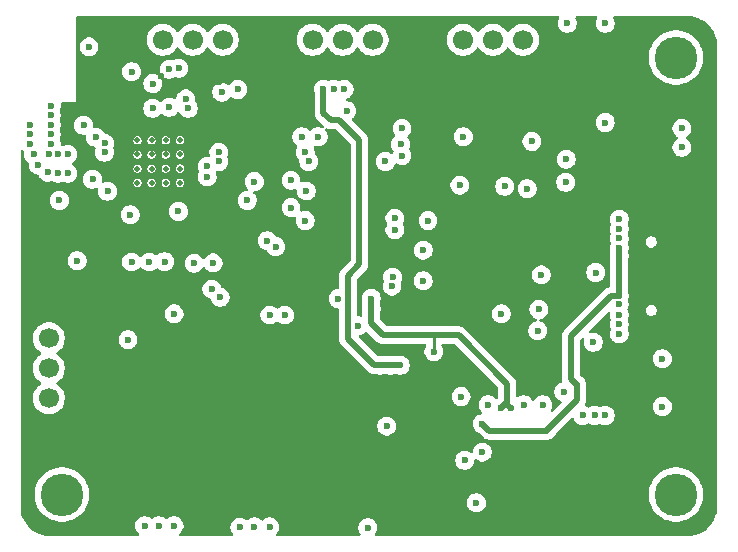
<source format=gbr>
%TF.GenerationSoftware,KiCad,Pcbnew,9.0.3*%
%TF.CreationDate,2025-07-23T13:55:40+02:00*%
%TF.ProjectId,LoRa_Project,4c6f5261-5f50-4726-9f6a-6563742e6b69,rev?*%
%TF.SameCoordinates,Original*%
%TF.FileFunction,Copper,L3,Inr*%
%TF.FilePolarity,Positive*%
%FSLAX46Y46*%
G04 Gerber Fmt 4.6, Leading zero omitted, Abs format (unit mm)*
G04 Created by KiCad (PCBNEW 9.0.3) date 2025-07-23 13:55:40*
%MOMM*%
%LPD*%
G01*
G04 APERTURE LIST*
%TA.AperFunction,ComponentPad*%
%ADD10R,1.700000X1.700000*%
%TD*%
%TA.AperFunction,ComponentPad*%
%ADD11C,1.700000*%
%TD*%
%TA.AperFunction,ComponentPad*%
%ADD12C,3.600000*%
%TD*%
%TA.AperFunction,HeatsinkPad*%
%ADD13C,0.500000*%
%TD*%
%TA.AperFunction,ViaPad*%
%ADD14C,0.600000*%
%TD*%
%TA.AperFunction,ViaPad*%
%ADD15C,1.000000*%
%TD*%
%TA.AperFunction,Conductor*%
%ADD16C,0.500000*%
%TD*%
%TA.AperFunction,Conductor*%
%ADD17C,0.250000*%
%TD*%
G04 APERTURE END LIST*
D10*
%TO.N,+3V3*%
%TO.C,J3*%
X212690000Y-54500000D03*
D11*
%TO.N,GND*%
X215230000Y-54500000D03*
%TO.N,I2C_SDA*%
X217770000Y-54500000D03*
%TO.N,I2C_SCL*%
X220310000Y-54500000D03*
%TD*%
D12*
%TO.N,GND*%
%TO.C,H3*%
X194000000Y-93000000D03*
%TD*%
D10*
%TO.N,+3V3*%
%TO.C,J7*%
X192900000Y-77216000D03*
D11*
%TO.N,GND*%
X192900000Y-79756000D03*
%TO.N,P0.04*%
X192900000Y-82296000D03*
%TO.N,P0.05*%
X192900000Y-84836000D03*
%TD*%
D13*
%TO.N,GND*%
%TO.C,U5*%
X204000000Y-66600000D03*
X204000000Y-65400000D03*
X204000000Y-64200000D03*
X204000000Y-63000000D03*
X202800000Y-66600000D03*
X202800000Y-65400000D03*
X202800000Y-64200000D03*
X202800000Y-63000000D03*
X201600000Y-66600000D03*
X201600000Y-65400000D03*
X201600000Y-64200000D03*
X201600000Y-63000000D03*
X200400000Y-66600000D03*
X200400000Y-65400000D03*
X200400000Y-64200000D03*
X200400000Y-63000000D03*
%TD*%
D12*
%TO.N,GND*%
%TO.C,H2*%
X245999999Y-56000001D03*
%TD*%
D10*
%TO.N,+3V3*%
%TO.C,J6*%
X225420001Y-54500000D03*
D11*
%TO.N,GND*%
X227960001Y-54500000D03*
%TO.N,SWD_CLK*%
X230500001Y-54500000D03*
%TO.N,SWD_IO*%
X233040001Y-54500000D03*
%TD*%
D10*
%TO.N,+3V3*%
%TO.C,J1*%
X200000000Y-54500000D03*
D11*
%TO.N,GND*%
X202540000Y-54500000D03*
%TO.N,I2C_SDA*%
X205080000Y-54500000D03*
%TO.N,I2C_SCL*%
X207620000Y-54500000D03*
%TD*%
D12*
%TO.N,GND*%
%TO.C,H4*%
X245999999Y-92999999D03*
%TD*%
D14*
%TO.N,P0.05*%
X207400000Y-76300000D03*
%TO.N,P0.04*%
X206700000Y-75600000D03*
X211400000Y-71500000D03*
%TO.N,P0.05*%
X212100000Y-72000000D03*
%TO.N,GND*%
X199600000Y-79900000D03*
%TO.N,/nRF52840 and LoRa/SPI_SCK*%
X214600000Y-69800000D03*
X214700000Y-67300000D03*
%TO.N,UART_RXD*%
X214900000Y-64800000D03*
%TO.N,UART_TXD*%
X214600000Y-64000000D03*
%TO.N,GND*%
X209700000Y-68100000D03*
X210306248Y-66500000D03*
%TO.N,/nRF52840 and LoRa/LORA_SPI_CS*%
X213400000Y-68700000D03*
X213400000Y-66400000D03*
%TO.N,UART_TXD*%
X207300000Y-64000000D03*
%TO.N,UART_RXD*%
X207300000Y-64800000D03*
%TO.N,P0.05*%
X206300000Y-65200000D03*
%TO.N,P0.04*%
X206300000Y-66100000D03*
%TO.N,/nRF52840 and LoRa/SPI_SCK*%
X208900000Y-58700000D03*
%TO.N,+3V3*%
X202400000Y-57600000D03*
%TO.N,I2C_SDA*%
X214300000Y-62700000D03*
%TO.N,I2C_SCL*%
X215700000Y-62700000D03*
%TO.N,Net-(U5-~{RESET})*%
X233800000Y-63100000D03*
%TO.N,I2C_SDA*%
X203900000Y-56900000D03*
%TO.N,+3V3*%
X207300000Y-58100000D03*
X197900000Y-60800000D03*
%TO.N,SWD_CLK*%
X197612000Y-63246000D03*
%TO.N,SWD_IO*%
X196850000Y-62738000D03*
%TO.N,*%
X225000000Y-69800000D03*
%TO.N,VBUS*%
X241200000Y-76900000D03*
X241200000Y-72100000D03*
X241200000Y-72800000D03*
X229600000Y-87000000D03*
X241200000Y-76200000D03*
%TO.N,GND*%
X244850000Y-81500000D03*
X197612000Y-64008000D03*
X193793752Y-68100000D03*
X241200000Y-70500000D03*
X192000000Y-65100000D03*
X236700000Y-64600000D03*
X218100000Y-60500000D03*
X241200000Y-77800000D03*
X193100000Y-63300000D03*
X233100000Y-85400000D03*
X201000000Y-95634999D03*
X205200000Y-73406249D03*
X191300000Y-62500000D03*
X244850000Y-85550000D03*
X241200000Y-69700000D03*
X241200000Y-78600000D03*
X211600000Y-95734999D03*
X239100000Y-86300000D03*
X199900000Y-73306249D03*
X238100000Y-86300000D03*
X239000000Y-80100000D03*
X239200000Y-74200000D03*
X207544000Y-58928000D03*
X241200000Y-71300000D03*
X193700000Y-64200000D03*
X224600000Y-72300000D03*
X203500000Y-95634999D03*
X201700000Y-58200000D03*
X227800000Y-84700000D03*
X228000000Y-62700000D03*
X191300000Y-61700000D03*
X240000000Y-86300000D03*
X194500000Y-65800000D03*
X192900000Y-64200000D03*
X234286499Y-79126000D03*
X234386499Y-77326000D03*
X229600000Y-89400000D03*
X195300000Y-73206249D03*
X210300000Y-95734999D03*
X222800000Y-62000000D03*
X246500000Y-63600000D03*
X196300000Y-55100000D03*
X219900000Y-95800000D03*
X217400000Y-76406249D03*
X222675000Y-63325000D03*
X203500000Y-77700000D03*
X193100000Y-60900000D03*
X228100000Y-90100000D03*
X192800000Y-65700000D03*
X229100000Y-93700000D03*
X221950000Y-75350000D03*
X201400000Y-73306249D03*
X219100000Y-78700000D03*
X195834000Y-61722000D03*
X191300000Y-63300000D03*
X227700000Y-66800000D03*
X240000000Y-61500000D03*
X231212500Y-77700000D03*
X193100000Y-60100000D03*
X230100000Y-85400000D03*
X202200000Y-95634999D03*
X191600000Y-64200000D03*
X193100000Y-61700000D03*
X193100000Y-62500000D03*
X241200000Y-79400000D03*
X209069999Y-95769999D03*
X236650000Y-66550000D03*
X202692000Y-73282000D03*
X222000000Y-74600000D03*
X234700000Y-85400000D03*
X206804000Y-73389250D03*
X193700000Y-65800000D03*
X194500000Y-64200000D03*
%TO.N,+3V3*%
X234375000Y-59850000D03*
D15*
X230100000Y-59500000D03*
D14*
X215500000Y-95800000D03*
X234375000Y-61750000D03*
D15*
X230100000Y-61000000D03*
D14*
X226300000Y-92900000D03*
X202700000Y-74600000D03*
D15*
X231500000Y-61000000D03*
D14*
X234375000Y-58250000D03*
D15*
X230100000Y-58000000D03*
D14*
X243250000Y-88550000D03*
X205994000Y-58928000D03*
D15*
X231500000Y-58000000D03*
D14*
X226225000Y-77725000D03*
X206600000Y-68600000D03*
D15*
X231500000Y-59500000D03*
D14*
%TO.N,+BATT*%
X220200000Y-76400000D03*
X231200000Y-85700000D03*
X220200000Y-77300000D03*
X225500000Y-80900000D03*
X232000000Y-85700000D03*
%TO.N,/nRF52840 and LoRa/DEC4_6*%
X196596000Y-66294000D03*
X203874001Y-69025999D03*
%TO.N,Net-(U5-DEC3)*%
X199800000Y-69300000D03*
X197866000Y-67310000D03*
%TO.N,/Peripherals/RXLED*%
X231500000Y-66900000D03*
X236800000Y-53100000D03*
%TO.N,/Peripherals/TXLED*%
X240000000Y-53100000D03*
X224600000Y-74900000D03*
%TO.N,I2C_SDA*%
X222200000Y-70600000D03*
%TO.N,I2C_SCL*%
X222200000Y-69600000D03*
%TO.N,/nRF52840 and LoRa/SPI_SCK*%
X201703000Y-60300000D03*
%TO.N,/nRF52840 and LoRa/SPI_MISO*%
X204500000Y-59500000D03*
X212880000Y-77800000D03*
%TO.N,/nRF52840 and LoRa/SPI_MOSI*%
X211610000Y-77800000D03*
X204700000Y-60300000D03*
%TO.N,Net-(U4-STAT)*%
X221500000Y-87200000D03*
X236500000Y-84300000D03*
%TO.N,/nRF52840 and LoRa/LED*%
X199900000Y-57200000D03*
X203100000Y-57000000D03*
%TO.N,Net-(U5-~{RESET})*%
X203100000Y-60200000D03*
X246500000Y-62000000D03*
%TO.N,UART_RXD*%
X222800000Y-64300000D03*
X221400000Y-64800000D03*
%TO.N,/Power/V_SW*%
X222650000Y-82050000D03*
X216150000Y-58700000D03*
X221775000Y-82050000D03*
X220900000Y-82050000D03*
X217025000Y-58700000D03*
X217900000Y-58700000D03*
%TO.N,Net-(U6-CBUS3)*%
X233400000Y-67100000D03*
X234600000Y-74400000D03*
%TD*%
D16*
%TO.N,VBUS*%
X235100000Y-87500000D02*
X237600000Y-85000000D01*
X237600000Y-83600000D02*
X237493896Y-83600000D01*
X230200000Y-87600000D02*
X235100000Y-87600000D01*
X237493896Y-83600000D02*
X237096948Y-83203052D01*
X237096948Y-83203052D02*
X237096948Y-79603052D01*
X235100000Y-87600000D02*
X235100000Y-87500000D01*
X241200000Y-76200000D02*
X241200000Y-72100000D01*
X240500000Y-76200000D02*
X241200000Y-76200000D01*
X237096948Y-79603052D02*
X240500000Y-76200000D01*
X237600000Y-85000000D02*
X237600000Y-83600000D01*
X229600000Y-87000000D02*
X230200000Y-87600000D01*
%TO.N,+BATT*%
X231700000Y-83600000D02*
X227600000Y-79500000D01*
X227600000Y-79500000D02*
X225600000Y-79500000D01*
D17*
X225500000Y-80900000D02*
X225500000Y-79600000D01*
D16*
X232000000Y-85700000D02*
X231700000Y-85400000D01*
X231700000Y-85200000D02*
X231700000Y-83600000D01*
X231700000Y-85400000D02*
X231700000Y-85200000D01*
X220200000Y-77300000D02*
X220200000Y-76400000D01*
X221200000Y-79500000D02*
X220200000Y-78500000D01*
D17*
X225500000Y-79600000D02*
X225600000Y-79500000D01*
D16*
X225600000Y-79500000D02*
X221200000Y-79500000D01*
X231200000Y-85700000D02*
X231700000Y-85200000D01*
X220200000Y-78500000D02*
X220200000Y-77300000D01*
%TO.N,/Power/V_SW*%
X219200000Y-73500000D02*
X219200000Y-63000000D01*
X222650000Y-82050000D02*
X220450000Y-82050000D01*
X220450000Y-82050000D02*
X218200000Y-79800000D01*
X216750000Y-61300000D02*
X216150000Y-60700000D01*
X219200000Y-63000000D02*
X217500000Y-61300000D01*
X217500000Y-61300000D02*
X216750000Y-61300000D01*
X216150000Y-60700000D02*
X216150000Y-58700000D01*
X218200000Y-79800000D02*
X218200000Y-74500000D01*
X218200000Y-74500000D02*
X219200000Y-73500000D01*
%TD*%
%TA.AperFunction,Conductor*%
%TO.N,+3V3*%
G36*
X236015583Y-52503363D02*
G01*
X236025668Y-52502097D01*
X236048543Y-52513041D01*
X236072871Y-52520185D01*
X236079525Y-52527864D01*
X236088696Y-52532252D01*
X236102024Y-52553829D01*
X236118626Y-52572989D01*
X236120072Y-52583048D01*
X236125414Y-52591696D01*
X236124961Y-52617047D01*
X236128570Y-52642147D01*
X236124314Y-52653252D01*
X236124166Y-52661554D01*
X236108933Y-52693392D01*
X236090610Y-52720812D01*
X236090602Y-52720827D01*
X236030264Y-52866498D01*
X236030261Y-52866510D01*
X235999500Y-53021153D01*
X235999500Y-53178846D01*
X236030261Y-53333489D01*
X236030264Y-53333501D01*
X236090602Y-53479172D01*
X236090609Y-53479185D01*
X236178210Y-53610288D01*
X236178213Y-53610292D01*
X236289707Y-53721786D01*
X236289711Y-53721789D01*
X236420814Y-53809390D01*
X236420827Y-53809397D01*
X236566498Y-53869735D01*
X236566503Y-53869737D01*
X236721153Y-53900499D01*
X236721156Y-53900500D01*
X236721158Y-53900500D01*
X236878844Y-53900500D01*
X236878845Y-53900499D01*
X237033497Y-53869737D01*
X237179179Y-53809394D01*
X237310289Y-53721789D01*
X237421789Y-53610289D01*
X237509394Y-53479179D01*
X237569737Y-53333497D01*
X237600500Y-53178842D01*
X237600500Y-53021158D01*
X237600500Y-53021155D01*
X237600499Y-53021153D01*
X237584172Y-52939071D01*
X237569737Y-52866503D01*
X237538332Y-52790683D01*
X237509397Y-52720827D01*
X237509389Y-52720812D01*
X237491067Y-52693392D01*
X237470188Y-52626715D01*
X237488672Y-52559334D01*
X237540650Y-52512644D01*
X237594168Y-52500500D01*
X239205832Y-52500500D01*
X239272871Y-52520185D01*
X239318626Y-52572989D01*
X239328570Y-52642147D01*
X239308933Y-52693392D01*
X239290610Y-52720812D01*
X239290602Y-52720827D01*
X239230264Y-52866498D01*
X239230261Y-52866510D01*
X239199500Y-53021153D01*
X239199500Y-53178846D01*
X239230261Y-53333489D01*
X239230264Y-53333501D01*
X239290602Y-53479172D01*
X239290609Y-53479185D01*
X239378210Y-53610288D01*
X239378213Y-53610292D01*
X239489707Y-53721786D01*
X239489711Y-53721789D01*
X239620814Y-53809390D01*
X239620827Y-53809397D01*
X239766498Y-53869735D01*
X239766503Y-53869737D01*
X239921153Y-53900499D01*
X239921156Y-53900500D01*
X239921158Y-53900500D01*
X240078844Y-53900500D01*
X240078845Y-53900499D01*
X240233497Y-53869737D01*
X240379179Y-53809394D01*
X240510289Y-53721789D01*
X240621789Y-53610289D01*
X240709394Y-53479179D01*
X240769737Y-53333497D01*
X240800500Y-53178842D01*
X240800500Y-53021158D01*
X240800500Y-53021155D01*
X240800499Y-53021153D01*
X240784172Y-52939071D01*
X240769737Y-52866503D01*
X240738332Y-52790683D01*
X240709397Y-52720827D01*
X240709389Y-52720812D01*
X240691067Y-52693392D01*
X240670188Y-52626715D01*
X240688672Y-52559334D01*
X240740650Y-52512644D01*
X240794168Y-52500500D01*
X246934108Y-52500500D01*
X246996249Y-52500500D01*
X247003736Y-52500726D01*
X247293796Y-52518271D01*
X247308657Y-52520075D01*
X247590798Y-52571780D01*
X247605335Y-52575363D01*
X247879172Y-52660695D01*
X247893163Y-52666000D01*
X248154743Y-52783727D01*
X248167989Y-52790680D01*
X248413465Y-52939075D01*
X248425776Y-52947573D01*
X248519697Y-53021155D01*
X248651573Y-53124473D01*
X248662781Y-53134403D01*
X248865596Y-53337218D01*
X248875526Y-53348426D01*
X248995481Y-53501538D01*
X249052422Y-53574217D01*
X249060926Y-53586537D01*
X249081281Y-53620208D01*
X249209316Y-53832004D01*
X249216275Y-53845263D01*
X249333997Y-54106831D01*
X249339306Y-54120832D01*
X249424635Y-54394663D01*
X249428219Y-54409201D01*
X249479923Y-54691340D01*
X249481728Y-54706205D01*
X249499274Y-54996263D01*
X249499500Y-55003750D01*
X249499500Y-93996249D01*
X249499274Y-94003736D01*
X249481728Y-94293794D01*
X249479923Y-94308659D01*
X249428219Y-94590798D01*
X249424635Y-94605336D01*
X249339306Y-94879167D01*
X249333997Y-94893168D01*
X249216275Y-95154736D01*
X249209316Y-95167995D01*
X249060928Y-95413459D01*
X249052422Y-95425782D01*
X248875526Y-95651573D01*
X248865596Y-95662781D01*
X248662781Y-95865596D01*
X248651573Y-95875526D01*
X248425782Y-96052422D01*
X248413459Y-96060928D01*
X248167995Y-96209316D01*
X248154736Y-96216275D01*
X247893168Y-96333997D01*
X247879167Y-96339306D01*
X247605336Y-96424635D01*
X247590798Y-96428219D01*
X247308659Y-96479923D01*
X247293794Y-96481728D01*
X247003736Y-96499274D01*
X246996249Y-96499500D01*
X220627350Y-96499500D01*
X220560311Y-96479815D01*
X220514556Y-96427011D01*
X220504612Y-96357853D01*
X220524248Y-96306609D01*
X220609390Y-96179185D01*
X220609390Y-96179184D01*
X220609394Y-96179179D01*
X220669737Y-96033497D01*
X220700500Y-95878842D01*
X220700500Y-95721158D01*
X220700500Y-95721155D01*
X220700499Y-95721153D01*
X220688888Y-95662781D01*
X220669737Y-95566503D01*
X220611449Y-95425782D01*
X220609397Y-95420827D01*
X220609390Y-95420814D01*
X220521789Y-95289711D01*
X220521786Y-95289707D01*
X220410292Y-95178213D01*
X220410288Y-95178210D01*
X220279185Y-95090609D01*
X220279172Y-95090602D01*
X220133501Y-95030264D01*
X220133489Y-95030261D01*
X219978845Y-94999500D01*
X219978842Y-94999500D01*
X219821158Y-94999500D01*
X219821155Y-94999500D01*
X219666510Y-95030261D01*
X219666498Y-95030264D01*
X219520827Y-95090602D01*
X219520814Y-95090609D01*
X219389711Y-95178210D01*
X219389707Y-95178213D01*
X219278213Y-95289707D01*
X219278210Y-95289711D01*
X219190609Y-95420814D01*
X219190602Y-95420827D01*
X219130264Y-95566498D01*
X219130261Y-95566510D01*
X219099500Y-95721153D01*
X219099500Y-95878846D01*
X219130261Y-96033489D01*
X219130264Y-96033501D01*
X219190602Y-96179172D01*
X219190609Y-96179185D01*
X219275752Y-96306609D01*
X219296630Y-96373286D01*
X219278146Y-96440666D01*
X219226167Y-96487357D01*
X219172650Y-96499500D01*
X212266940Y-96499500D01*
X212199901Y-96479815D01*
X212154146Y-96427011D01*
X212144202Y-96357853D01*
X212173227Y-96294297D01*
X212179259Y-96287819D01*
X212221786Y-96245291D01*
X212221789Y-96245288D01*
X212309394Y-96114178D01*
X212369737Y-95968496D01*
X212400500Y-95813841D01*
X212400500Y-95656157D01*
X212400500Y-95656154D01*
X212400499Y-95656152D01*
X212382668Y-95566510D01*
X212369737Y-95501502D01*
X212336318Y-95420821D01*
X212309397Y-95355826D01*
X212309390Y-95355813D01*
X212221789Y-95224710D01*
X212221786Y-95224706D01*
X212110292Y-95113212D01*
X212110288Y-95113209D01*
X211979185Y-95025608D01*
X211979172Y-95025601D01*
X211833501Y-94965263D01*
X211833489Y-94965260D01*
X211678845Y-94934499D01*
X211678842Y-94934499D01*
X211521158Y-94934499D01*
X211521155Y-94934499D01*
X211366510Y-94965260D01*
X211366498Y-94965263D01*
X211220827Y-95025601D01*
X211220814Y-95025608D01*
X211089711Y-95113209D01*
X211089707Y-95113212D01*
X211037681Y-95165239D01*
X210976358Y-95198724D01*
X210906666Y-95193740D01*
X210862319Y-95165239D01*
X210810292Y-95113212D01*
X210810288Y-95113209D01*
X210679185Y-95025608D01*
X210679172Y-95025601D01*
X210533501Y-94965263D01*
X210533489Y-94965260D01*
X210378845Y-94934499D01*
X210378842Y-94934499D01*
X210221158Y-94934499D01*
X210221155Y-94934499D01*
X210066510Y-94965260D01*
X210066498Y-94965263D01*
X209920827Y-95025601D01*
X209920814Y-95025608D01*
X209789711Y-95113209D01*
X209789706Y-95113213D01*
X209755179Y-95147740D01*
X209693856Y-95181225D01*
X209624164Y-95176239D01*
X209585539Y-95151415D01*
X209584998Y-95152075D01*
X209580287Y-95148209D01*
X209449184Y-95060608D01*
X209449171Y-95060601D01*
X209303500Y-95000263D01*
X209303488Y-95000260D01*
X209148844Y-94969499D01*
X209148841Y-94969499D01*
X208991157Y-94969499D01*
X208991154Y-94969499D01*
X208836509Y-95000260D01*
X208836497Y-95000263D01*
X208690826Y-95060601D01*
X208690813Y-95060608D01*
X208559710Y-95148209D01*
X208559706Y-95148212D01*
X208448212Y-95259706D01*
X208448209Y-95259710D01*
X208360608Y-95390813D01*
X208360601Y-95390826D01*
X208300263Y-95536497D01*
X208300260Y-95536509D01*
X208269499Y-95691152D01*
X208269499Y-95848845D01*
X208300260Y-96003488D01*
X208300263Y-96003500D01*
X208360601Y-96149171D01*
X208360608Y-96149184D01*
X208448209Y-96280287D01*
X208448212Y-96280291D01*
X208455740Y-96287819D01*
X208489225Y-96349142D01*
X208484241Y-96418834D01*
X208442369Y-96474767D01*
X208376905Y-96499184D01*
X208368059Y-96499500D01*
X204055819Y-96499500D01*
X203988780Y-96479815D01*
X203943025Y-96427011D01*
X203933081Y-96357853D01*
X203962106Y-96294297D01*
X203986927Y-96272398D01*
X204010289Y-96256788D01*
X204121789Y-96145288D01*
X204209394Y-96014178D01*
X204269737Y-95868496D01*
X204300500Y-95713841D01*
X204300500Y-95556157D01*
X204300500Y-95556154D01*
X204300499Y-95556152D01*
X204289024Y-95498462D01*
X204269737Y-95401502D01*
X204265315Y-95390826D01*
X204209397Y-95255826D01*
X204209390Y-95255813D01*
X204121789Y-95124710D01*
X204121786Y-95124706D01*
X204010292Y-95013212D01*
X204010288Y-95013209D01*
X203879185Y-94925608D01*
X203879172Y-94925601D01*
X203733501Y-94865263D01*
X203733489Y-94865260D01*
X203578845Y-94834499D01*
X203578842Y-94834499D01*
X203421158Y-94834499D01*
X203421155Y-94834499D01*
X203266510Y-94865260D01*
X203266498Y-94865263D01*
X203120827Y-94925601D01*
X203120814Y-94925608D01*
X202989711Y-95013209D01*
X202989707Y-95013212D01*
X202937681Y-95065239D01*
X202876358Y-95098724D01*
X202806666Y-95093740D01*
X202762319Y-95065239D01*
X202710292Y-95013212D01*
X202710288Y-95013209D01*
X202579185Y-94925608D01*
X202579172Y-94925601D01*
X202433501Y-94865263D01*
X202433489Y-94865260D01*
X202278845Y-94834499D01*
X202278842Y-94834499D01*
X202121158Y-94834499D01*
X202121155Y-94834499D01*
X201966510Y-94865260D01*
X201966498Y-94865263D01*
X201820827Y-94925601D01*
X201820814Y-94925608D01*
X201689711Y-95013209D01*
X201689707Y-95013212D01*
X201687681Y-95015239D01*
X201686357Y-95015961D01*
X201685001Y-95017075D01*
X201684789Y-95016817D01*
X201626358Y-95048724D01*
X201556666Y-95043740D01*
X201515060Y-95017000D01*
X201514999Y-95017075D01*
X201514360Y-95016551D01*
X201512319Y-95015239D01*
X201510292Y-95013212D01*
X201510288Y-95013209D01*
X201379185Y-94925608D01*
X201379172Y-94925601D01*
X201233501Y-94865263D01*
X201233489Y-94865260D01*
X201078845Y-94834499D01*
X201078842Y-94834499D01*
X200921158Y-94834499D01*
X200921155Y-94834499D01*
X200766510Y-94865260D01*
X200766498Y-94865263D01*
X200620827Y-94925601D01*
X200620814Y-94925608D01*
X200489711Y-95013209D01*
X200489707Y-95013212D01*
X200378213Y-95124706D01*
X200378210Y-95124710D01*
X200290609Y-95255813D01*
X200290602Y-95255826D01*
X200230264Y-95401497D01*
X200230261Y-95401509D01*
X200199500Y-95556152D01*
X200199500Y-95713845D01*
X200230261Y-95868488D01*
X200230264Y-95868500D01*
X200290602Y-96014171D01*
X200290609Y-96014184D01*
X200378210Y-96145287D01*
X200378213Y-96145291D01*
X200489707Y-96256785D01*
X200513073Y-96272398D01*
X200557877Y-96326011D01*
X200566584Y-96395336D01*
X200536429Y-96458363D01*
X200476986Y-96495082D01*
X200444181Y-96499500D01*
X193003751Y-96499500D01*
X192996264Y-96499274D01*
X192706205Y-96481728D01*
X192691340Y-96479923D01*
X192409201Y-96428219D01*
X192394663Y-96424635D01*
X192120832Y-96339306D01*
X192106831Y-96333997D01*
X191845263Y-96216275D01*
X191832004Y-96209316D01*
X191762132Y-96167077D01*
X191586537Y-96060926D01*
X191574217Y-96052422D01*
X191511757Y-96003488D01*
X191352661Y-95878844D01*
X191348426Y-95875526D01*
X191337218Y-95865596D01*
X191134403Y-95662781D01*
X191124473Y-95651573D01*
X190947573Y-95425776D01*
X190939075Y-95413465D01*
X190790680Y-95167989D01*
X190783727Y-95154743D01*
X190666000Y-94893163D01*
X190660693Y-94879167D01*
X190656360Y-94865263D01*
X190575363Y-94605335D01*
X190571780Y-94590798D01*
X190520076Y-94308659D01*
X190518271Y-94293794D01*
X190500726Y-94003736D01*
X190500500Y-93996249D01*
X190500500Y-92849223D01*
X191699500Y-92849223D01*
X191699500Y-93150776D01*
X191699501Y-93150793D01*
X191738861Y-93449766D01*
X191816913Y-93741060D01*
X191932314Y-94019661D01*
X191932318Y-94019671D01*
X192083099Y-94280831D01*
X192266679Y-94520078D01*
X192266685Y-94520085D01*
X192479914Y-94733314D01*
X192479921Y-94733320D01*
X192719168Y-94916900D01*
X192980328Y-95067681D01*
X192980329Y-95067681D01*
X192980332Y-95067683D01*
X193166072Y-95144619D01*
X193258939Y-95183086D01*
X193258940Y-95183086D01*
X193258942Y-95183087D01*
X193550232Y-95261138D01*
X193849217Y-95300500D01*
X193849224Y-95300500D01*
X194150776Y-95300500D01*
X194150783Y-95300500D01*
X194449768Y-95261138D01*
X194741058Y-95183087D01*
X195019668Y-95067683D01*
X195280832Y-94916900D01*
X195520080Y-94733319D01*
X195733319Y-94520080D01*
X195916900Y-94280832D01*
X196067683Y-94019668D01*
X196183087Y-93741058D01*
X196215215Y-93621153D01*
X228299500Y-93621153D01*
X228299500Y-93778846D01*
X228330261Y-93933489D01*
X228330264Y-93933501D01*
X228390602Y-94079172D01*
X228390609Y-94079185D01*
X228478210Y-94210288D01*
X228478213Y-94210292D01*
X228589707Y-94321786D01*
X228589711Y-94321789D01*
X228720814Y-94409390D01*
X228720827Y-94409397D01*
X228866498Y-94469735D01*
X228866503Y-94469737D01*
X229021153Y-94500499D01*
X229021156Y-94500500D01*
X229021158Y-94500500D01*
X229178844Y-94500500D01*
X229178845Y-94500499D01*
X229333497Y-94469737D01*
X229479179Y-94409394D01*
X229610289Y-94321789D01*
X229721789Y-94210289D01*
X229809394Y-94079179D01*
X229869737Y-93933497D01*
X229900500Y-93778842D01*
X229900500Y-93621158D01*
X229900500Y-93621155D01*
X229900499Y-93621153D01*
X229869738Y-93466510D01*
X229869737Y-93466503D01*
X229862804Y-93449765D01*
X229809397Y-93320827D01*
X229809390Y-93320814D01*
X229721789Y-93189711D01*
X229721786Y-93189707D01*
X229610292Y-93078213D01*
X229610288Y-93078210D01*
X229479185Y-92990609D01*
X229479172Y-92990602D01*
X229404609Y-92959718D01*
X229333501Y-92930264D01*
X229333489Y-92930261D01*
X229178845Y-92899500D01*
X229178842Y-92899500D01*
X229021158Y-92899500D01*
X229021155Y-92899500D01*
X228866510Y-92930261D01*
X228866498Y-92930264D01*
X228720827Y-92990602D01*
X228720814Y-92990609D01*
X228589711Y-93078210D01*
X228589707Y-93078213D01*
X228478213Y-93189707D01*
X228478210Y-93189711D01*
X228390609Y-93320814D01*
X228390602Y-93320827D01*
X228330264Y-93466498D01*
X228330261Y-93466510D01*
X228299500Y-93621153D01*
X196215215Y-93621153D01*
X196261138Y-93449768D01*
X196300500Y-93150783D01*
X196300500Y-92849222D01*
X243699499Y-92849222D01*
X243699499Y-93150775D01*
X243699500Y-93150792D01*
X243738860Y-93449765D01*
X243816912Y-93741059D01*
X243932313Y-94019660D01*
X243932317Y-94019670D01*
X244083098Y-94280830D01*
X244266678Y-94520077D01*
X244266684Y-94520084D01*
X244479913Y-94733313D01*
X244479920Y-94733319D01*
X244719167Y-94916899D01*
X244980327Y-95067680D01*
X244980328Y-95067680D01*
X244980331Y-95067682D01*
X245090253Y-95113213D01*
X245258938Y-95183085D01*
X245258939Y-95183085D01*
X245258941Y-95183086D01*
X245550231Y-95261137D01*
X245849216Y-95300499D01*
X245849223Y-95300499D01*
X246150775Y-95300499D01*
X246150782Y-95300499D01*
X246449767Y-95261137D01*
X246741057Y-95183086D01*
X247019667Y-95067682D01*
X247280831Y-94916899D01*
X247520079Y-94733318D01*
X247733318Y-94520079D01*
X247916899Y-94280831D01*
X248067682Y-94019667D01*
X248183086Y-93741057D01*
X248261137Y-93449767D01*
X248300499Y-93150782D01*
X248300499Y-92849216D01*
X248261137Y-92550231D01*
X248183086Y-92258941D01*
X248067682Y-91980331D01*
X247916899Y-91719167D01*
X247733318Y-91479919D01*
X247733313Y-91479913D01*
X247520084Y-91266684D01*
X247520077Y-91266678D01*
X247280830Y-91083098D01*
X247019670Y-90932317D01*
X247019660Y-90932313D01*
X246741059Y-90816912D01*
X246449765Y-90738860D01*
X246150792Y-90699500D01*
X246150787Y-90699499D01*
X246150782Y-90699499D01*
X245849216Y-90699499D01*
X245849210Y-90699499D01*
X245849205Y-90699500D01*
X245550232Y-90738860D01*
X245258938Y-90816912D01*
X244980337Y-90932313D01*
X244980327Y-90932317D01*
X244719167Y-91083098D01*
X244479920Y-91266678D01*
X244479913Y-91266684D01*
X244266684Y-91479913D01*
X244266678Y-91479920D01*
X244083098Y-91719167D01*
X243932317Y-91980327D01*
X243932313Y-91980337D01*
X243816912Y-92258938D01*
X243738860Y-92550232D01*
X243699500Y-92849205D01*
X243699499Y-92849222D01*
X196300500Y-92849222D01*
X196300500Y-92849217D01*
X196261138Y-92550232D01*
X196183087Y-92258942D01*
X196183085Y-92258938D01*
X196067685Y-91980338D01*
X196067681Y-91980328D01*
X195916900Y-91719168D01*
X195733320Y-91479921D01*
X195733314Y-91479914D01*
X195520085Y-91266685D01*
X195520078Y-91266679D01*
X195280831Y-91083099D01*
X195019671Y-90932318D01*
X195019661Y-90932314D01*
X194741060Y-90816913D01*
X194449766Y-90738861D01*
X194150793Y-90699501D01*
X194150788Y-90699500D01*
X194150783Y-90699500D01*
X193849217Y-90699500D01*
X193849211Y-90699500D01*
X193849206Y-90699501D01*
X193550233Y-90738861D01*
X193258939Y-90816913D01*
X192980338Y-90932314D01*
X192980328Y-90932318D01*
X192719168Y-91083099D01*
X192479921Y-91266679D01*
X192479914Y-91266685D01*
X192266685Y-91479914D01*
X192266679Y-91479921D01*
X192083099Y-91719168D01*
X191932318Y-91980328D01*
X191932314Y-91980338D01*
X191816913Y-92258939D01*
X191738861Y-92550233D01*
X191699501Y-92849206D01*
X191699500Y-92849223D01*
X190500500Y-92849223D01*
X190500500Y-90021153D01*
X227299500Y-90021153D01*
X227299500Y-90178846D01*
X227330261Y-90333489D01*
X227330264Y-90333501D01*
X227390602Y-90479172D01*
X227390609Y-90479185D01*
X227478210Y-90610288D01*
X227478213Y-90610292D01*
X227589707Y-90721786D01*
X227589711Y-90721789D01*
X227720814Y-90809390D01*
X227720827Y-90809397D01*
X227866498Y-90869735D01*
X227866503Y-90869737D01*
X228021153Y-90900499D01*
X228021156Y-90900500D01*
X228021158Y-90900500D01*
X228178844Y-90900500D01*
X228178845Y-90900499D01*
X228333497Y-90869737D01*
X228479179Y-90809394D01*
X228610289Y-90721789D01*
X228721789Y-90610289D01*
X228809394Y-90479179D01*
X228869737Y-90333497D01*
X228900500Y-90178842D01*
X228900500Y-90127350D01*
X228920185Y-90060311D01*
X228972989Y-90014556D01*
X229042147Y-90004612D01*
X229093391Y-90024248D01*
X229220814Y-90109390D01*
X229220827Y-90109397D01*
X229366498Y-90169735D01*
X229366503Y-90169737D01*
X229521153Y-90200499D01*
X229521156Y-90200500D01*
X229521158Y-90200500D01*
X229678844Y-90200500D01*
X229678845Y-90200499D01*
X229833497Y-90169737D01*
X229979179Y-90109394D01*
X230110289Y-90021789D01*
X230221789Y-89910289D01*
X230309394Y-89779179D01*
X230369737Y-89633497D01*
X230400500Y-89478842D01*
X230400500Y-89321158D01*
X230400500Y-89321155D01*
X230400499Y-89321153D01*
X230369738Y-89166510D01*
X230369737Y-89166503D01*
X230369735Y-89166498D01*
X230309397Y-89020827D01*
X230309390Y-89020814D01*
X230221789Y-88889711D01*
X230221786Y-88889707D01*
X230110292Y-88778213D01*
X230110288Y-88778210D01*
X229979185Y-88690609D01*
X229979172Y-88690602D01*
X229833501Y-88630264D01*
X229833489Y-88630261D01*
X229678845Y-88599500D01*
X229678842Y-88599500D01*
X229521158Y-88599500D01*
X229521155Y-88599500D01*
X229366510Y-88630261D01*
X229366498Y-88630264D01*
X229220827Y-88690602D01*
X229220814Y-88690609D01*
X229089711Y-88778210D01*
X229089707Y-88778213D01*
X228978213Y-88889707D01*
X228978210Y-88889711D01*
X228890609Y-89020814D01*
X228890602Y-89020827D01*
X228830264Y-89166498D01*
X228830261Y-89166510D01*
X228799500Y-89321153D01*
X228799500Y-89372649D01*
X228779815Y-89439688D01*
X228727011Y-89485443D01*
X228657853Y-89495387D01*
X228606609Y-89475751D01*
X228479185Y-89390609D01*
X228479172Y-89390602D01*
X228333501Y-89330264D01*
X228333489Y-89330261D01*
X228178845Y-89299500D01*
X228178842Y-89299500D01*
X228021158Y-89299500D01*
X228021155Y-89299500D01*
X227866510Y-89330261D01*
X227866498Y-89330264D01*
X227720827Y-89390602D01*
X227720814Y-89390609D01*
X227589711Y-89478210D01*
X227589707Y-89478213D01*
X227478213Y-89589707D01*
X227478210Y-89589711D01*
X227390609Y-89720814D01*
X227390602Y-89720827D01*
X227330264Y-89866498D01*
X227330261Y-89866510D01*
X227299500Y-90021153D01*
X190500500Y-90021153D01*
X190500500Y-87121153D01*
X220699500Y-87121153D01*
X220699500Y-87278846D01*
X220730261Y-87433489D01*
X220730264Y-87433501D01*
X220790602Y-87579172D01*
X220790609Y-87579185D01*
X220878210Y-87710288D01*
X220878213Y-87710292D01*
X220989707Y-87821786D01*
X220989711Y-87821789D01*
X221120814Y-87909390D01*
X221120827Y-87909397D01*
X221266498Y-87969735D01*
X221266503Y-87969737D01*
X221421153Y-88000499D01*
X221421156Y-88000500D01*
X221421158Y-88000500D01*
X221578844Y-88000500D01*
X221578845Y-88000499D01*
X221733497Y-87969737D01*
X221879179Y-87909394D01*
X222010289Y-87821789D01*
X222121789Y-87710289D01*
X222209394Y-87579179D01*
X222269737Y-87433497D01*
X222300500Y-87278842D01*
X222300500Y-87121158D01*
X222300500Y-87121155D01*
X222300499Y-87121153D01*
X222296391Y-87100499D01*
X222269737Y-86966503D01*
X222250953Y-86921153D01*
X222209397Y-86820827D01*
X222209390Y-86820814D01*
X222121789Y-86689711D01*
X222121786Y-86689707D01*
X222010292Y-86578213D01*
X222010288Y-86578210D01*
X221879185Y-86490609D01*
X221879172Y-86490602D01*
X221733501Y-86430264D01*
X221733489Y-86430261D01*
X221578845Y-86399500D01*
X221578842Y-86399500D01*
X221421158Y-86399500D01*
X221421155Y-86399500D01*
X221266510Y-86430261D01*
X221266498Y-86430264D01*
X221120827Y-86490602D01*
X221120814Y-86490609D01*
X220989711Y-86578210D01*
X220989707Y-86578213D01*
X220878213Y-86689707D01*
X220878210Y-86689711D01*
X220790609Y-86820814D01*
X220790602Y-86820827D01*
X220730264Y-86966498D01*
X220730261Y-86966510D01*
X220699500Y-87121153D01*
X190500500Y-87121153D01*
X190500500Y-79649713D01*
X191549500Y-79649713D01*
X191549500Y-79862287D01*
X191551925Y-79877599D01*
X191567960Y-79978842D01*
X191582754Y-80072243D01*
X191640673Y-80250500D01*
X191648444Y-80274414D01*
X191744951Y-80463820D01*
X191869890Y-80635786D01*
X192020213Y-80786109D01*
X192192182Y-80911050D01*
X192200946Y-80915516D01*
X192251742Y-80963491D01*
X192268536Y-81031312D01*
X192245998Y-81097447D01*
X192200946Y-81136484D01*
X192192182Y-81140949D01*
X192020213Y-81265890D01*
X191869890Y-81416213D01*
X191744951Y-81588179D01*
X191648444Y-81777585D01*
X191582753Y-81979760D01*
X191549500Y-82189713D01*
X191549500Y-82402286D01*
X191574525Y-82560292D01*
X191582754Y-82612243D01*
X191647571Y-82811729D01*
X191648444Y-82814414D01*
X191744951Y-83003820D01*
X191869890Y-83175786D01*
X192020213Y-83326109D01*
X192192182Y-83451050D01*
X192200946Y-83455516D01*
X192251742Y-83503491D01*
X192268536Y-83571312D01*
X192245998Y-83637447D01*
X192200946Y-83676484D01*
X192192182Y-83680949D01*
X192020213Y-83805890D01*
X191869890Y-83956213D01*
X191744951Y-84128179D01*
X191648444Y-84317585D01*
X191582753Y-84519760D01*
X191555693Y-84690612D01*
X191549500Y-84729713D01*
X191549500Y-84942287D01*
X191554106Y-84971369D01*
X191574770Y-85101838D01*
X191582754Y-85152243D01*
X191637636Y-85321153D01*
X191648444Y-85354414D01*
X191744951Y-85543820D01*
X191869890Y-85715786D01*
X192020213Y-85866109D01*
X192192179Y-85991048D01*
X192192181Y-85991049D01*
X192192184Y-85991051D01*
X192381588Y-86087557D01*
X192583757Y-86153246D01*
X192793713Y-86186500D01*
X192793714Y-86186500D01*
X193006286Y-86186500D01*
X193006287Y-86186500D01*
X193216243Y-86153246D01*
X193418412Y-86087557D01*
X193607816Y-85991051D01*
X193704490Y-85920814D01*
X193779786Y-85866109D01*
X193779788Y-85866106D01*
X193779792Y-85866104D01*
X193930104Y-85715792D01*
X193930106Y-85715788D01*
X193930109Y-85715786D01*
X194055048Y-85543820D01*
X194055047Y-85543820D01*
X194055051Y-85543816D01*
X194151557Y-85354412D01*
X194217246Y-85152243D01*
X194250500Y-84942287D01*
X194250500Y-84729713D01*
X194244307Y-84690612D01*
X194235414Y-84634464D01*
X194233306Y-84621153D01*
X226999500Y-84621153D01*
X226999500Y-84778846D01*
X227030261Y-84933489D01*
X227030264Y-84933501D01*
X227090602Y-85079172D01*
X227090609Y-85079185D01*
X227178210Y-85210288D01*
X227178213Y-85210292D01*
X227289707Y-85321786D01*
X227289711Y-85321789D01*
X227420814Y-85409390D01*
X227420827Y-85409397D01*
X227566498Y-85469735D01*
X227566503Y-85469737D01*
X227685726Y-85493452D01*
X227721153Y-85500499D01*
X227721156Y-85500500D01*
X227721158Y-85500500D01*
X227878844Y-85500500D01*
X227878845Y-85500499D01*
X228033497Y-85469737D01*
X228179179Y-85409394D01*
X228310289Y-85321789D01*
X228421789Y-85210289D01*
X228509394Y-85079179D01*
X228569737Y-84933497D01*
X228600500Y-84778842D01*
X228600500Y-84621158D01*
X228600500Y-84621155D01*
X228600499Y-84621153D01*
X228583061Y-84533489D01*
X228569737Y-84466503D01*
X228533427Y-84378842D01*
X228509397Y-84320827D01*
X228509390Y-84320814D01*
X228421789Y-84189711D01*
X228421786Y-84189707D01*
X228310292Y-84078213D01*
X228310288Y-84078210D01*
X228179185Y-83990609D01*
X228179172Y-83990602D01*
X228033501Y-83930264D01*
X228033489Y-83930261D01*
X227878845Y-83899500D01*
X227878842Y-83899500D01*
X227721158Y-83899500D01*
X227721155Y-83899500D01*
X227566510Y-83930261D01*
X227566498Y-83930264D01*
X227420827Y-83990602D01*
X227420814Y-83990609D01*
X227289711Y-84078210D01*
X227289707Y-84078213D01*
X227178213Y-84189707D01*
X227178210Y-84189711D01*
X227090609Y-84320814D01*
X227090602Y-84320827D01*
X227030264Y-84466498D01*
X227030261Y-84466510D01*
X226999500Y-84621153D01*
X194233306Y-84621153D01*
X194229876Y-84599500D01*
X194217246Y-84519757D01*
X194151557Y-84317588D01*
X194055051Y-84128184D01*
X194055049Y-84128181D01*
X194055048Y-84128179D01*
X193930109Y-83956213D01*
X193779786Y-83805890D01*
X193607820Y-83680951D01*
X193602440Y-83678210D01*
X193599054Y-83676485D01*
X193548259Y-83628512D01*
X193531463Y-83560692D01*
X193553999Y-83494556D01*
X193599054Y-83455515D01*
X193607816Y-83451051D01*
X193647850Y-83421965D01*
X193779786Y-83326109D01*
X193779788Y-83326106D01*
X193779792Y-83326104D01*
X193930104Y-83175792D01*
X193930106Y-83175788D01*
X193930109Y-83175786D01*
X194055048Y-83003820D01*
X194055047Y-83003820D01*
X194055051Y-83003816D01*
X194151557Y-82814412D01*
X194217246Y-82612243D01*
X194250500Y-82402287D01*
X194250500Y-82189713D01*
X194217246Y-81979757D01*
X194151557Y-81777588D01*
X194055051Y-81588184D01*
X194055049Y-81588181D01*
X194055048Y-81588179D01*
X193930109Y-81416213D01*
X193779786Y-81265890D01*
X193607820Y-81140951D01*
X193607115Y-81140591D01*
X193599054Y-81136485D01*
X193548259Y-81088512D01*
X193531463Y-81020692D01*
X193553999Y-80954556D01*
X193599054Y-80915515D01*
X193607816Y-80911051D01*
X193664683Y-80869735D01*
X193779786Y-80786109D01*
X193779788Y-80786106D01*
X193779792Y-80786104D01*
X193930104Y-80635792D01*
X193930106Y-80635788D01*
X193930109Y-80635786D01*
X194055048Y-80463820D01*
X194055047Y-80463820D01*
X194055051Y-80463816D01*
X194151557Y-80274412D01*
X194217246Y-80072243D01*
X194250500Y-79862287D01*
X194250500Y-79821153D01*
X198799500Y-79821153D01*
X198799500Y-79978846D01*
X198830261Y-80133489D01*
X198830264Y-80133501D01*
X198890602Y-80279172D01*
X198890609Y-80279185D01*
X198978210Y-80410288D01*
X198978213Y-80410292D01*
X199089707Y-80521786D01*
X199089711Y-80521789D01*
X199220814Y-80609390D01*
X199220827Y-80609397D01*
X199358683Y-80666498D01*
X199366503Y-80669737D01*
X199516131Y-80699500D01*
X199521153Y-80700499D01*
X199521156Y-80700500D01*
X199521158Y-80700500D01*
X199678844Y-80700500D01*
X199678845Y-80700499D01*
X199833497Y-80669737D01*
X199979179Y-80609394D01*
X200110289Y-80521789D01*
X200221789Y-80410289D01*
X200309394Y-80279179D01*
X200369737Y-80133497D01*
X200400500Y-79978842D01*
X200400500Y-79821158D01*
X200400500Y-79821155D01*
X200400499Y-79821153D01*
X200392148Y-79779172D01*
X200369737Y-79666503D01*
X200369735Y-79666498D01*
X200309397Y-79520827D01*
X200309390Y-79520814D01*
X200221789Y-79389711D01*
X200221786Y-79389707D01*
X200110292Y-79278213D01*
X200110288Y-79278210D01*
X199979185Y-79190609D01*
X199979172Y-79190602D01*
X199833501Y-79130264D01*
X199833489Y-79130261D01*
X199678845Y-79099500D01*
X199678842Y-79099500D01*
X199521158Y-79099500D01*
X199521155Y-79099500D01*
X199366510Y-79130261D01*
X199366498Y-79130264D01*
X199220827Y-79190602D01*
X199220814Y-79190609D01*
X199089711Y-79278210D01*
X199089707Y-79278213D01*
X198978213Y-79389707D01*
X198978210Y-79389711D01*
X198890609Y-79520814D01*
X198890602Y-79520827D01*
X198830264Y-79666498D01*
X198830261Y-79666510D01*
X198799500Y-79821153D01*
X194250500Y-79821153D01*
X194250500Y-79649713D01*
X194217246Y-79439757D01*
X194151557Y-79237588D01*
X194055051Y-79048184D01*
X194055049Y-79048181D01*
X194055048Y-79048179D01*
X193930109Y-78876213D01*
X193779786Y-78725890D01*
X193607820Y-78600951D01*
X193418414Y-78504444D01*
X193418413Y-78504443D01*
X193418412Y-78504443D01*
X193216243Y-78438754D01*
X193216241Y-78438753D01*
X193216240Y-78438753D01*
X193054957Y-78413208D01*
X193006287Y-78405500D01*
X192793713Y-78405500D01*
X192745042Y-78413208D01*
X192583760Y-78438753D01*
X192381585Y-78504444D01*
X192192179Y-78600951D01*
X192020213Y-78725890D01*
X191869890Y-78876213D01*
X191744951Y-79048179D01*
X191648444Y-79237585D01*
X191582753Y-79439760D01*
X191568598Y-79529131D01*
X191549500Y-79649713D01*
X190500500Y-79649713D01*
X190500500Y-77621153D01*
X202699500Y-77621153D01*
X202699500Y-77778846D01*
X202730261Y-77933489D01*
X202730264Y-77933501D01*
X202790602Y-78079172D01*
X202790609Y-78079185D01*
X202878210Y-78210288D01*
X202878213Y-78210292D01*
X202989707Y-78321786D01*
X202989711Y-78321789D01*
X203120814Y-78409390D01*
X203120827Y-78409397D01*
X203266498Y-78469735D01*
X203266503Y-78469737D01*
X203421153Y-78500499D01*
X203421156Y-78500500D01*
X203421158Y-78500500D01*
X203578844Y-78500500D01*
X203578845Y-78500499D01*
X203733497Y-78469737D01*
X203879179Y-78409394D01*
X204010289Y-78321789D01*
X204121789Y-78210289D01*
X204209394Y-78079179D01*
X204269737Y-77933497D01*
X204300500Y-77778842D01*
X204300500Y-77721153D01*
X210809500Y-77721153D01*
X210809500Y-77878846D01*
X210840261Y-78033489D01*
X210840264Y-78033501D01*
X210900602Y-78179172D01*
X210900609Y-78179185D01*
X210988210Y-78310288D01*
X210988213Y-78310292D01*
X211099707Y-78421786D01*
X211099711Y-78421789D01*
X211230814Y-78509390D01*
X211230827Y-78509397D01*
X211376498Y-78569735D01*
X211376503Y-78569737D01*
X211531153Y-78600499D01*
X211531156Y-78600500D01*
X211531158Y-78600500D01*
X211688844Y-78600500D01*
X211688845Y-78600499D01*
X211843497Y-78569737D01*
X211989179Y-78509394D01*
X212120289Y-78421789D01*
X212136578Y-78405500D01*
X212157319Y-78384760D01*
X212218642Y-78351275D01*
X212288334Y-78356259D01*
X212332681Y-78384760D01*
X212369707Y-78421786D01*
X212369711Y-78421789D01*
X212500814Y-78509390D01*
X212500827Y-78509397D01*
X212646498Y-78569735D01*
X212646503Y-78569737D01*
X212801153Y-78600499D01*
X212801156Y-78600500D01*
X212801158Y-78600500D01*
X212958844Y-78600500D01*
X212958845Y-78600499D01*
X213113497Y-78569737D01*
X213259179Y-78509394D01*
X213390289Y-78421789D01*
X213501789Y-78310289D01*
X213589394Y-78179179D01*
X213649737Y-78033497D01*
X213680500Y-77878842D01*
X213680500Y-77721158D01*
X213680500Y-77721155D01*
X213680499Y-77721153D01*
X213664463Y-77640534D01*
X213649737Y-77566503D01*
X213602557Y-77452599D01*
X213589397Y-77420827D01*
X213589390Y-77420814D01*
X213501789Y-77289711D01*
X213501786Y-77289707D01*
X213390292Y-77178213D01*
X213390288Y-77178210D01*
X213259185Y-77090609D01*
X213259172Y-77090602D01*
X213113501Y-77030264D01*
X213113489Y-77030261D01*
X212958845Y-76999500D01*
X212958842Y-76999500D01*
X212801158Y-76999500D01*
X212801155Y-76999500D01*
X212646510Y-77030261D01*
X212646498Y-77030264D01*
X212500827Y-77090602D01*
X212500814Y-77090609D01*
X212369711Y-77178210D01*
X212369707Y-77178213D01*
X212332681Y-77215240D01*
X212271358Y-77248725D01*
X212201666Y-77243741D01*
X212157319Y-77215240D01*
X212120292Y-77178213D01*
X212120288Y-77178210D01*
X211989185Y-77090609D01*
X211989172Y-77090602D01*
X211843501Y-77030264D01*
X211843489Y-77030261D01*
X211688845Y-76999500D01*
X211688842Y-76999500D01*
X211531158Y-76999500D01*
X211531155Y-76999500D01*
X211376510Y-77030261D01*
X211376498Y-77030264D01*
X211230827Y-77090602D01*
X211230814Y-77090609D01*
X211099711Y-77178210D01*
X211099707Y-77178213D01*
X210988213Y-77289707D01*
X210988210Y-77289711D01*
X210900609Y-77420814D01*
X210900602Y-77420827D01*
X210840264Y-77566498D01*
X210840261Y-77566510D01*
X210809500Y-77721153D01*
X204300500Y-77721153D01*
X204300500Y-77621158D01*
X204300500Y-77621155D01*
X204300499Y-77621153D01*
X204288673Y-77561699D01*
X204269737Y-77466503D01*
X204248592Y-77415454D01*
X204209397Y-77320827D01*
X204209390Y-77320814D01*
X204121789Y-77189711D01*
X204121786Y-77189707D01*
X204010292Y-77078213D01*
X204010288Y-77078210D01*
X203879185Y-76990609D01*
X203879172Y-76990602D01*
X203733501Y-76930264D01*
X203733489Y-76930261D01*
X203578845Y-76899500D01*
X203578842Y-76899500D01*
X203421158Y-76899500D01*
X203421155Y-76899500D01*
X203266510Y-76930261D01*
X203266498Y-76930264D01*
X203120827Y-76990602D01*
X203120814Y-76990609D01*
X202989711Y-77078210D01*
X202989707Y-77078213D01*
X202878213Y-77189707D01*
X202878210Y-77189711D01*
X202790609Y-77320814D01*
X202790602Y-77320827D01*
X202730264Y-77466498D01*
X202730261Y-77466510D01*
X202699500Y-77621153D01*
X190500500Y-77621153D01*
X190500500Y-75521153D01*
X205899500Y-75521153D01*
X205899500Y-75678846D01*
X205930261Y-75833489D01*
X205930264Y-75833501D01*
X205990602Y-75979172D01*
X205990609Y-75979185D01*
X206078210Y-76110288D01*
X206078213Y-76110292D01*
X206189707Y-76221786D01*
X206189711Y-76221789D01*
X206320814Y-76309390D01*
X206320827Y-76309397D01*
X206430082Y-76354651D01*
X206466503Y-76369737D01*
X206521831Y-76380742D01*
X206583740Y-76413126D01*
X206618315Y-76473841D01*
X206619256Y-76478166D01*
X206630261Y-76533492D01*
X206630264Y-76533501D01*
X206690602Y-76679172D01*
X206690609Y-76679185D01*
X206778210Y-76810288D01*
X206778213Y-76810292D01*
X206889707Y-76921786D01*
X206889711Y-76921789D01*
X207020814Y-77009390D01*
X207020827Y-77009397D01*
X207166498Y-77069735D01*
X207166503Y-77069737D01*
X207280930Y-77092498D01*
X207321153Y-77100499D01*
X207321156Y-77100500D01*
X207321158Y-77100500D01*
X207478844Y-77100500D01*
X207478845Y-77100499D01*
X207633497Y-77069737D01*
X207778911Y-77009505D01*
X207779172Y-77009397D01*
X207779172Y-77009396D01*
X207779179Y-77009394D01*
X207910289Y-76921789D01*
X208021789Y-76810289D01*
X208109394Y-76679179D01*
X208169737Y-76533497D01*
X208200500Y-76378842D01*
X208200500Y-76221158D01*
X208200500Y-76221155D01*
X208200499Y-76221153D01*
X208186445Y-76150499D01*
X208169737Y-76066503D01*
X208153406Y-76027076D01*
X208109397Y-75920827D01*
X208109390Y-75920814D01*
X208021789Y-75789711D01*
X208021786Y-75789707D01*
X207910292Y-75678213D01*
X207910288Y-75678210D01*
X207779185Y-75590609D01*
X207779172Y-75590602D01*
X207633501Y-75530264D01*
X207633492Y-75530261D01*
X207578166Y-75519256D01*
X207516256Y-75486870D01*
X207481682Y-75426154D01*
X207480750Y-75421874D01*
X207469737Y-75366503D01*
X207433569Y-75279185D01*
X207409397Y-75220827D01*
X207409390Y-75220814D01*
X207321789Y-75089711D01*
X207321786Y-75089707D01*
X207210292Y-74978213D01*
X207210288Y-74978210D01*
X207079185Y-74890609D01*
X207079172Y-74890602D01*
X206933501Y-74830264D01*
X206933489Y-74830261D01*
X206778845Y-74799500D01*
X206778842Y-74799500D01*
X206621158Y-74799500D01*
X206621155Y-74799500D01*
X206466510Y-74830261D01*
X206466498Y-74830264D01*
X206320827Y-74890602D01*
X206320814Y-74890609D01*
X206189711Y-74978210D01*
X206189707Y-74978213D01*
X206078213Y-75089707D01*
X206078210Y-75089711D01*
X205990609Y-75220814D01*
X205990602Y-75220827D01*
X205930264Y-75366498D01*
X205930261Y-75366510D01*
X205899500Y-75521153D01*
X190500500Y-75521153D01*
X190500500Y-73127402D01*
X194499500Y-73127402D01*
X194499500Y-73285095D01*
X194530261Y-73439738D01*
X194530264Y-73439750D01*
X194590602Y-73585421D01*
X194590609Y-73585434D01*
X194678210Y-73716537D01*
X194678213Y-73716541D01*
X194789707Y-73828035D01*
X194789711Y-73828038D01*
X194920814Y-73915639D01*
X194920827Y-73915646D01*
X195066498Y-73975984D01*
X195066503Y-73975986D01*
X195221153Y-74006748D01*
X195221156Y-74006749D01*
X195221158Y-74006749D01*
X195378844Y-74006749D01*
X195378845Y-74006748D01*
X195533497Y-73975986D01*
X195679179Y-73915643D01*
X195810289Y-73828038D01*
X195921789Y-73716538D01*
X196009394Y-73585428D01*
X196069737Y-73439746D01*
X196100500Y-73285091D01*
X196100500Y-73227402D01*
X199099500Y-73227402D01*
X199099500Y-73385095D01*
X199130261Y-73539738D01*
X199130264Y-73539750D01*
X199190602Y-73685421D01*
X199190609Y-73685434D01*
X199278210Y-73816537D01*
X199278213Y-73816541D01*
X199389707Y-73928035D01*
X199389711Y-73928038D01*
X199520814Y-74015639D01*
X199520827Y-74015646D01*
X199666496Y-74075983D01*
X199666503Y-74075986D01*
X199821153Y-74106748D01*
X199821156Y-74106749D01*
X199821158Y-74106749D01*
X199978844Y-74106749D01*
X199978845Y-74106748D01*
X200133497Y-74075986D01*
X200279179Y-74015643D01*
X200410289Y-73928038D01*
X200521789Y-73816538D01*
X200529145Y-73805528D01*
X200546898Y-73778961D01*
X200600510Y-73734155D01*
X200669835Y-73725448D01*
X200732862Y-73755602D01*
X200753102Y-73778961D01*
X200778207Y-73816533D01*
X200778213Y-73816541D01*
X200889707Y-73928035D01*
X200889711Y-73928038D01*
X201020814Y-74015639D01*
X201020827Y-74015646D01*
X201166496Y-74075983D01*
X201166503Y-74075986D01*
X201321153Y-74106748D01*
X201321156Y-74106749D01*
X201321158Y-74106749D01*
X201478844Y-74106749D01*
X201478845Y-74106748D01*
X201633497Y-74075986D01*
X201779179Y-74015643D01*
X201910289Y-73928038D01*
X201970444Y-73867882D01*
X202031765Y-73834399D01*
X202101457Y-73839383D01*
X202145805Y-73867884D01*
X202181709Y-73903788D01*
X202312814Y-73991390D01*
X202312827Y-73991397D01*
X202401288Y-74028038D01*
X202458503Y-74051737D01*
X202613153Y-74082499D01*
X202613156Y-74082500D01*
X202613158Y-74082500D01*
X202770844Y-74082500D01*
X202770845Y-74082499D01*
X202925497Y-74051737D01*
X203071179Y-73991394D01*
X203071185Y-73991390D01*
X203202291Y-73903788D01*
X203202294Y-73903785D01*
X203313786Y-73792292D01*
X203313789Y-73792289D01*
X203401394Y-73661179D01*
X203461737Y-73515497D01*
X203492500Y-73360842D01*
X203492500Y-73327402D01*
X204399500Y-73327402D01*
X204399500Y-73485095D01*
X204430261Y-73639738D01*
X204430264Y-73639750D01*
X204490602Y-73785421D01*
X204490609Y-73785434D01*
X204578210Y-73916537D01*
X204578213Y-73916541D01*
X204689707Y-74028035D01*
X204689711Y-74028038D01*
X204820814Y-74115639D01*
X204820827Y-74115646D01*
X204966498Y-74175984D01*
X204966503Y-74175986D01*
X205121153Y-74206748D01*
X205121156Y-74206749D01*
X205121158Y-74206749D01*
X205278844Y-74206749D01*
X205278845Y-74206748D01*
X205433497Y-74175986D01*
X205579179Y-74115643D01*
X205710289Y-74028038D01*
X205821789Y-73916538D01*
X205904577Y-73792636D01*
X205958189Y-73747832D01*
X206027514Y-73739125D01*
X206090541Y-73769279D01*
X206110781Y-73792637D01*
X206182210Y-73899538D01*
X206182213Y-73899542D01*
X206293707Y-74011036D01*
X206293711Y-74011039D01*
X206424814Y-74098640D01*
X206424827Y-74098647D01*
X206570498Y-74158985D01*
X206570503Y-74158987D01*
X206725153Y-74189749D01*
X206725156Y-74189750D01*
X206725158Y-74189750D01*
X206882844Y-74189750D01*
X206882845Y-74189749D01*
X207037497Y-74158987D01*
X207163614Y-74106748D01*
X207183172Y-74098647D01*
X207183172Y-74098646D01*
X207183179Y-74098644D01*
X207314289Y-74011039D01*
X207425789Y-73899539D01*
X207502036Y-73785428D01*
X207513393Y-73768431D01*
X207513397Y-73768422D01*
X207533908Y-73718904D01*
X207573737Y-73622747D01*
X207604500Y-73468092D01*
X207604500Y-73310408D01*
X207604500Y-73310405D01*
X207604499Y-73310403D01*
X207583495Y-73204809D01*
X207573737Y-73155753D01*
X207538109Y-73069738D01*
X207513397Y-73010077D01*
X207513390Y-73010064D01*
X207425789Y-72878961D01*
X207425786Y-72878957D01*
X207314292Y-72767463D01*
X207314288Y-72767460D01*
X207183185Y-72679859D01*
X207183172Y-72679852D01*
X207037501Y-72619514D01*
X207037489Y-72619511D01*
X206882845Y-72588750D01*
X206882842Y-72588750D01*
X206725158Y-72588750D01*
X206725155Y-72588750D01*
X206570510Y-72619511D01*
X206570498Y-72619514D01*
X206424827Y-72679852D01*
X206424814Y-72679859D01*
X206293711Y-72767460D01*
X206293707Y-72767463D01*
X206182213Y-72878957D01*
X206182210Y-72878961D01*
X206099422Y-73002861D01*
X206045809Y-73047666D01*
X205976484Y-73056373D01*
X205913457Y-73026218D01*
X205893218Y-73002861D01*
X205821789Y-72895959D01*
X205710292Y-72784462D01*
X205710288Y-72784459D01*
X205579185Y-72696858D01*
X205579172Y-72696851D01*
X205433501Y-72636513D01*
X205433489Y-72636510D01*
X205278845Y-72605749D01*
X205278842Y-72605749D01*
X205121158Y-72605749D01*
X205121155Y-72605749D01*
X204966510Y-72636510D01*
X204966498Y-72636513D01*
X204820827Y-72696851D01*
X204820814Y-72696858D01*
X204689711Y-72784459D01*
X204689707Y-72784462D01*
X204578213Y-72895956D01*
X204578210Y-72895960D01*
X204490609Y-73027063D01*
X204490602Y-73027076D01*
X204430264Y-73172747D01*
X204430261Y-73172759D01*
X204399500Y-73327402D01*
X203492500Y-73327402D01*
X203492500Y-73203158D01*
X203492500Y-73203155D01*
X203492499Y-73203153D01*
X203483070Y-73155753D01*
X203461737Y-73048503D01*
X203411441Y-72927076D01*
X203401397Y-72902827D01*
X203401390Y-72902814D01*
X203313789Y-72771711D01*
X203313786Y-72771707D01*
X203202292Y-72660213D01*
X203202288Y-72660210D01*
X203071185Y-72572609D01*
X203071172Y-72572602D01*
X202925501Y-72512264D01*
X202925489Y-72512261D01*
X202770845Y-72481500D01*
X202770842Y-72481500D01*
X202613158Y-72481500D01*
X202613155Y-72481500D01*
X202458510Y-72512261D01*
X202458498Y-72512264D01*
X202312827Y-72572602D01*
X202312814Y-72572609D01*
X202181711Y-72660210D01*
X202121556Y-72720365D01*
X202060232Y-72753849D01*
X201990541Y-72748864D01*
X201946194Y-72720364D01*
X201910292Y-72684462D01*
X201910288Y-72684459D01*
X201779185Y-72596858D01*
X201779172Y-72596851D01*
X201633501Y-72536513D01*
X201633489Y-72536510D01*
X201478845Y-72505749D01*
X201478842Y-72505749D01*
X201321158Y-72505749D01*
X201321155Y-72505749D01*
X201166510Y-72536510D01*
X201166498Y-72536513D01*
X201020827Y-72596851D01*
X201020814Y-72596858D01*
X200889711Y-72684459D01*
X200889707Y-72684462D01*
X200778213Y-72795956D01*
X200753102Y-72833538D01*
X200699489Y-72878342D01*
X200630164Y-72887049D01*
X200567137Y-72856894D01*
X200546898Y-72833538D01*
X200531363Y-72810288D01*
X200521789Y-72795960D01*
X200521788Y-72795959D01*
X200521786Y-72795956D01*
X200410292Y-72684462D01*
X200410288Y-72684459D01*
X200279185Y-72596858D01*
X200279172Y-72596851D01*
X200133501Y-72536513D01*
X200133489Y-72536510D01*
X199978845Y-72505749D01*
X199978842Y-72505749D01*
X199821158Y-72505749D01*
X199821155Y-72505749D01*
X199666510Y-72536510D01*
X199666498Y-72536513D01*
X199520827Y-72596851D01*
X199520814Y-72596858D01*
X199389711Y-72684459D01*
X199389707Y-72684462D01*
X199278213Y-72795956D01*
X199278210Y-72795960D01*
X199190609Y-72927063D01*
X199190602Y-72927076D01*
X199130264Y-73072747D01*
X199130261Y-73072759D01*
X199099500Y-73227402D01*
X196100500Y-73227402D01*
X196100500Y-73127407D01*
X196100500Y-73127404D01*
X196100499Y-73127402D01*
X196089029Y-73069738D01*
X196069737Y-72972752D01*
X196048628Y-72921789D01*
X196009397Y-72827076D01*
X196009390Y-72827063D01*
X195921789Y-72695960D01*
X195921786Y-72695956D01*
X195810292Y-72584462D01*
X195810288Y-72584459D01*
X195679185Y-72496858D01*
X195679172Y-72496851D01*
X195533501Y-72436513D01*
X195533489Y-72436510D01*
X195378845Y-72405749D01*
X195378842Y-72405749D01*
X195221158Y-72405749D01*
X195221155Y-72405749D01*
X195066510Y-72436510D01*
X195066498Y-72436513D01*
X194920827Y-72496851D01*
X194920814Y-72496858D01*
X194789711Y-72584459D01*
X194789707Y-72584462D01*
X194678213Y-72695956D01*
X194678210Y-72695960D01*
X194590609Y-72827063D01*
X194590602Y-72827076D01*
X194530264Y-72972747D01*
X194530261Y-72972759D01*
X194499500Y-73127402D01*
X190500500Y-73127402D01*
X190500500Y-71421153D01*
X210599500Y-71421153D01*
X210599500Y-71578846D01*
X210630261Y-71733489D01*
X210630264Y-71733501D01*
X210690602Y-71879172D01*
X210690609Y-71879185D01*
X210778210Y-72010288D01*
X210778213Y-72010292D01*
X210889707Y-72121786D01*
X210889711Y-72121789D01*
X211020814Y-72209390D01*
X211020827Y-72209397D01*
X211166498Y-72269735D01*
X211166503Y-72269737D01*
X211296319Y-72295559D01*
X211358230Y-72327943D01*
X211386689Y-72369723D01*
X211390604Y-72379176D01*
X211390609Y-72379185D01*
X211478210Y-72510288D01*
X211478213Y-72510292D01*
X211589707Y-72621786D01*
X211589711Y-72621789D01*
X211720814Y-72709390D01*
X211720827Y-72709397D01*
X211861006Y-72767460D01*
X211866503Y-72769737D01*
X211998314Y-72795956D01*
X212021153Y-72800499D01*
X212021156Y-72800500D01*
X212021158Y-72800500D01*
X212178844Y-72800500D01*
X212178845Y-72800499D01*
X212333497Y-72769737D01*
X212450790Y-72721153D01*
X212479172Y-72709397D01*
X212479172Y-72709396D01*
X212479179Y-72709394D01*
X212610289Y-72621789D01*
X212721789Y-72510289D01*
X212809394Y-72379179D01*
X212869737Y-72233497D01*
X212900500Y-72078842D01*
X212900500Y-71921158D01*
X212900500Y-71921155D01*
X212900499Y-71921153D01*
X212874353Y-71789711D01*
X212869737Y-71766503D01*
X212842191Y-71700000D01*
X212809397Y-71620827D01*
X212809390Y-71620814D01*
X212721789Y-71489711D01*
X212721786Y-71489707D01*
X212610292Y-71378213D01*
X212610288Y-71378210D01*
X212479185Y-71290609D01*
X212479172Y-71290602D01*
X212333501Y-71230264D01*
X212333489Y-71230261D01*
X212203680Y-71204440D01*
X212141769Y-71172055D01*
X212113309Y-71130274D01*
X212109394Y-71120821D01*
X212109391Y-71120816D01*
X212109390Y-71120814D01*
X212021789Y-70989711D01*
X212021786Y-70989707D01*
X211910292Y-70878213D01*
X211910288Y-70878210D01*
X211779185Y-70790609D01*
X211779172Y-70790602D01*
X211633501Y-70730264D01*
X211633489Y-70730261D01*
X211478845Y-70699500D01*
X211478842Y-70699500D01*
X211321158Y-70699500D01*
X211321155Y-70699500D01*
X211166510Y-70730261D01*
X211166498Y-70730264D01*
X211020827Y-70790602D01*
X211020814Y-70790609D01*
X210889711Y-70878210D01*
X210889707Y-70878213D01*
X210778213Y-70989707D01*
X210778210Y-70989711D01*
X210690609Y-71120814D01*
X210690602Y-71120827D01*
X210630264Y-71266498D01*
X210630261Y-71266510D01*
X210599500Y-71421153D01*
X190500500Y-71421153D01*
X190500500Y-69221153D01*
X198999500Y-69221153D01*
X198999500Y-69378846D01*
X199030261Y-69533489D01*
X199030264Y-69533501D01*
X199090602Y-69679172D01*
X199090609Y-69679185D01*
X199178210Y-69810288D01*
X199178213Y-69810292D01*
X199289707Y-69921786D01*
X199289711Y-69921789D01*
X199420814Y-70009390D01*
X199420827Y-70009397D01*
X199566498Y-70069735D01*
X199566503Y-70069737D01*
X199707514Y-70097786D01*
X199721153Y-70100499D01*
X199721156Y-70100500D01*
X199721158Y-70100500D01*
X199878844Y-70100500D01*
X199878845Y-70100499D01*
X200033497Y-70069737D01*
X200179179Y-70009394D01*
X200310289Y-69921789D01*
X200421789Y-69810289D01*
X200509394Y-69679179D01*
X200569737Y-69533497D01*
X200600500Y-69378842D01*
X200600500Y-69221158D01*
X200600500Y-69221155D01*
X200600499Y-69221153D01*
X200591957Y-69178210D01*
X200569737Y-69066503D01*
X200561436Y-69046462D01*
X200537435Y-68988517D01*
X200520301Y-68947152D01*
X203073501Y-68947152D01*
X203073501Y-69104845D01*
X203104262Y-69259488D01*
X203104265Y-69259500D01*
X203164603Y-69405171D01*
X203164610Y-69405184D01*
X203252211Y-69536287D01*
X203252214Y-69536291D01*
X203363708Y-69647785D01*
X203363712Y-69647788D01*
X203494815Y-69735389D01*
X203494828Y-69735396D01*
X203640499Y-69795734D01*
X203640504Y-69795736D01*
X203795154Y-69826498D01*
X203795157Y-69826499D01*
X203795159Y-69826499D01*
X203952845Y-69826499D01*
X203952846Y-69826498D01*
X204107498Y-69795736D01*
X204253180Y-69735393D01*
X204384290Y-69647788D01*
X204495790Y-69536288D01*
X204583395Y-69405178D01*
X204643738Y-69259496D01*
X204674501Y-69104841D01*
X204674501Y-68947157D01*
X204674501Y-68947154D01*
X204674500Y-68947152D01*
X204651249Y-68830263D01*
X204643738Y-68792502D01*
X204614447Y-68721786D01*
X204583398Y-68646826D01*
X204583391Y-68646813D01*
X204495790Y-68515710D01*
X204495787Y-68515706D01*
X204384293Y-68404212D01*
X204384289Y-68404209D01*
X204253186Y-68316608D01*
X204253173Y-68316601D01*
X204107502Y-68256263D01*
X204107490Y-68256260D01*
X203952846Y-68225499D01*
X203952843Y-68225499D01*
X203795159Y-68225499D01*
X203795156Y-68225499D01*
X203640511Y-68256260D01*
X203640499Y-68256263D01*
X203494828Y-68316601D01*
X203494815Y-68316608D01*
X203363712Y-68404209D01*
X203363708Y-68404212D01*
X203252214Y-68515706D01*
X203252211Y-68515710D01*
X203164610Y-68646813D01*
X203164603Y-68646826D01*
X203104265Y-68792497D01*
X203104262Y-68792509D01*
X203073501Y-68947152D01*
X200520301Y-68947152D01*
X200509397Y-68920827D01*
X200509390Y-68920814D01*
X200421789Y-68789711D01*
X200421786Y-68789707D01*
X200310292Y-68678213D01*
X200310288Y-68678210D01*
X200179185Y-68590609D01*
X200179172Y-68590602D01*
X200033501Y-68530264D01*
X200033489Y-68530261D01*
X199878845Y-68499500D01*
X199878842Y-68499500D01*
X199721158Y-68499500D01*
X199721155Y-68499500D01*
X199566510Y-68530261D01*
X199566498Y-68530264D01*
X199420827Y-68590602D01*
X199420814Y-68590609D01*
X199289711Y-68678210D01*
X199289707Y-68678213D01*
X199178213Y-68789707D01*
X199178210Y-68789711D01*
X199090609Y-68920814D01*
X199090602Y-68920827D01*
X199030264Y-69066498D01*
X199030261Y-69066510D01*
X198999500Y-69221153D01*
X190500500Y-69221153D01*
X190500500Y-68021153D01*
X192993252Y-68021153D01*
X192993252Y-68178846D01*
X193024013Y-68333489D01*
X193024016Y-68333501D01*
X193084354Y-68479172D01*
X193084361Y-68479185D01*
X193171962Y-68610288D01*
X193171965Y-68610292D01*
X193283459Y-68721786D01*
X193283463Y-68721789D01*
X193414566Y-68809390D01*
X193414579Y-68809397D01*
X193560250Y-68869735D01*
X193560255Y-68869737D01*
X193709883Y-68899500D01*
X193714905Y-68900499D01*
X193714908Y-68900500D01*
X193714910Y-68900500D01*
X193872596Y-68900500D01*
X193872597Y-68900499D01*
X194027249Y-68869737D01*
X194172931Y-68809394D01*
X194304041Y-68721789D01*
X194415541Y-68610289D01*
X194503146Y-68479179D01*
X194563489Y-68333497D01*
X194594252Y-68178842D01*
X194594252Y-68021158D01*
X194594252Y-68021155D01*
X194594251Y-68021153D01*
X194576475Y-67931789D01*
X194563489Y-67866503D01*
X194503546Y-67721786D01*
X194503149Y-67720827D01*
X194503142Y-67720814D01*
X194415541Y-67589711D01*
X194415538Y-67589707D01*
X194304044Y-67478213D01*
X194304040Y-67478210D01*
X194172937Y-67390609D01*
X194172924Y-67390602D01*
X194027253Y-67330264D01*
X194027241Y-67330261D01*
X193872597Y-67299500D01*
X193872594Y-67299500D01*
X193714910Y-67299500D01*
X193714907Y-67299500D01*
X193560262Y-67330261D01*
X193560250Y-67330264D01*
X193414579Y-67390602D01*
X193414566Y-67390609D01*
X193283463Y-67478210D01*
X193283459Y-67478213D01*
X193171965Y-67589707D01*
X193171962Y-67589711D01*
X193084361Y-67720814D01*
X193084354Y-67720827D01*
X193024016Y-67866498D01*
X193024013Y-67866510D01*
X192993252Y-68021153D01*
X190500500Y-68021153D01*
X190500500Y-63931941D01*
X190520185Y-63864902D01*
X190572989Y-63819147D01*
X190642147Y-63809203D01*
X190705703Y-63838228D01*
X190712181Y-63844260D01*
X190784086Y-63916165D01*
X190817571Y-63977488D01*
X190818022Y-64028037D01*
X190799500Y-64121153D01*
X190799500Y-64278846D01*
X190830261Y-64433489D01*
X190830264Y-64433501D01*
X190890602Y-64579172D01*
X190890609Y-64579185D01*
X190978210Y-64710288D01*
X190978213Y-64710292D01*
X191089707Y-64821786D01*
X191089715Y-64821792D01*
X191152732Y-64863899D01*
X191197538Y-64917511D01*
X191206245Y-64986836D01*
X191205460Y-64991189D01*
X191199500Y-65021155D01*
X191199500Y-65178846D01*
X191230261Y-65333489D01*
X191230264Y-65333501D01*
X191290602Y-65479172D01*
X191290609Y-65479185D01*
X191378210Y-65610288D01*
X191378213Y-65610292D01*
X191489707Y-65721786D01*
X191489711Y-65721789D01*
X191620814Y-65809390D01*
X191620827Y-65809397D01*
X191696181Y-65840609D01*
X191766503Y-65869737D01*
X191921153Y-65900499D01*
X191921156Y-65900500D01*
X191921158Y-65900500D01*
X191933741Y-65900500D01*
X192000780Y-65920185D01*
X192046535Y-65972989D01*
X192048302Y-65977048D01*
X192090602Y-66079172D01*
X192090609Y-66079185D01*
X192178210Y-66210288D01*
X192178213Y-66210292D01*
X192289707Y-66321786D01*
X192289711Y-66321789D01*
X192420814Y-66409390D01*
X192420827Y-66409397D01*
X192554357Y-66464706D01*
X192566503Y-66469737D01*
X192695926Y-66495481D01*
X192721153Y-66500499D01*
X192721156Y-66500500D01*
X192721158Y-66500500D01*
X192878844Y-66500500D01*
X192878845Y-66500499D01*
X193033497Y-66469737D01*
X193112994Y-66436807D01*
X193182462Y-66429339D01*
X193229337Y-66448267D01*
X193320814Y-66509390D01*
X193320827Y-66509397D01*
X193466498Y-66569735D01*
X193466503Y-66569737D01*
X193621153Y-66600499D01*
X193621156Y-66600500D01*
X193621158Y-66600500D01*
X193778844Y-66600500D01*
X193778845Y-66600499D01*
X193933497Y-66569737D01*
X194028794Y-66530264D01*
X194052548Y-66520425D01*
X194122017Y-66512956D01*
X194147452Y-66520425D01*
X194266498Y-66569735D01*
X194266503Y-66569737D01*
X194421153Y-66600499D01*
X194421156Y-66600500D01*
X194421158Y-66600500D01*
X194578844Y-66600500D01*
X194578845Y-66600499D01*
X194733497Y-66569737D01*
X194851592Y-66520821D01*
X194879172Y-66509397D01*
X194879172Y-66509396D01*
X194879179Y-66509394D01*
X195010289Y-66421789D01*
X195121789Y-66310289D01*
X195185357Y-66215153D01*
X195795500Y-66215153D01*
X195795500Y-66372846D01*
X195826261Y-66527489D01*
X195826264Y-66527501D01*
X195886602Y-66673172D01*
X195886609Y-66673185D01*
X195974210Y-66804288D01*
X195974213Y-66804292D01*
X196085707Y-66915786D01*
X196085711Y-66915789D01*
X196216814Y-67003390D01*
X196216827Y-67003397D01*
X196354186Y-67060292D01*
X196362503Y-67063737D01*
X196483571Y-67087819D01*
X196517153Y-67094499D01*
X196517156Y-67094500D01*
X196517158Y-67094500D01*
X196674844Y-67094500D01*
X196674845Y-67094499D01*
X196829497Y-67063737D01*
X196908655Y-67030948D01*
X196978122Y-67023480D01*
X197040602Y-67054755D01*
X197076254Y-67114844D01*
X197077724Y-67169700D01*
X197065500Y-67231158D01*
X197065500Y-67388846D01*
X197096261Y-67543489D01*
X197096264Y-67543501D01*
X197156602Y-67689172D01*
X197156609Y-67689185D01*
X197244210Y-67820288D01*
X197244213Y-67820292D01*
X197355707Y-67931786D01*
X197355711Y-67931789D01*
X197486814Y-68019390D01*
X197486827Y-68019397D01*
X197608363Y-68069738D01*
X197632503Y-68079737D01*
X197787153Y-68110499D01*
X197787156Y-68110500D01*
X197787158Y-68110500D01*
X197944844Y-68110500D01*
X197944845Y-68110499D01*
X198099497Y-68079737D01*
X198212166Y-68033067D01*
X198240932Y-68021153D01*
X208899500Y-68021153D01*
X208899500Y-68178846D01*
X208930261Y-68333489D01*
X208930264Y-68333501D01*
X208990602Y-68479172D01*
X208990609Y-68479185D01*
X209078210Y-68610288D01*
X209078213Y-68610292D01*
X209189707Y-68721786D01*
X209189711Y-68721789D01*
X209320814Y-68809390D01*
X209320827Y-68809397D01*
X209466498Y-68869735D01*
X209466503Y-68869737D01*
X209616131Y-68899500D01*
X209621153Y-68900499D01*
X209621156Y-68900500D01*
X209621158Y-68900500D01*
X209778844Y-68900500D01*
X209778845Y-68900499D01*
X209933497Y-68869737D01*
X210079179Y-68809394D01*
X210210289Y-68721789D01*
X210310925Y-68621153D01*
X212599500Y-68621153D01*
X212599500Y-68778846D01*
X212630261Y-68933489D01*
X212630264Y-68933501D01*
X212690602Y-69079172D01*
X212690609Y-69079185D01*
X212778210Y-69210288D01*
X212778213Y-69210292D01*
X212889707Y-69321786D01*
X212889711Y-69321789D01*
X213020814Y-69409390D01*
X213020827Y-69409397D01*
X213127390Y-69453536D01*
X213166503Y-69469737D01*
X213321153Y-69500499D01*
X213321156Y-69500500D01*
X213321158Y-69500500D01*
X213478844Y-69500500D01*
X213478845Y-69500499D01*
X213633497Y-69469737D01*
X213654578Y-69461004D01*
X213724046Y-69453536D01*
X213786525Y-69484811D01*
X213822178Y-69544899D01*
X213823647Y-69599757D01*
X213799500Y-69721153D01*
X213799500Y-69878846D01*
X213830261Y-70033489D01*
X213830264Y-70033501D01*
X213890602Y-70179172D01*
X213890609Y-70179185D01*
X213978210Y-70310288D01*
X213978213Y-70310292D01*
X214089707Y-70421786D01*
X214089711Y-70421789D01*
X214220814Y-70509390D01*
X214220827Y-70509397D01*
X214366498Y-70569735D01*
X214366503Y-70569737D01*
X214521153Y-70600499D01*
X214521156Y-70600500D01*
X214521158Y-70600500D01*
X214678844Y-70600500D01*
X214678845Y-70600499D01*
X214833497Y-70569737D01*
X214979179Y-70509394D01*
X215110289Y-70421789D01*
X215221789Y-70310289D01*
X215309394Y-70179179D01*
X215369737Y-70033497D01*
X215400500Y-69878842D01*
X215400500Y-69721158D01*
X215400500Y-69721155D01*
X215400499Y-69721153D01*
X215392148Y-69679172D01*
X215369737Y-69566503D01*
X215369735Y-69566498D01*
X215309397Y-69420827D01*
X215309390Y-69420814D01*
X215221789Y-69289711D01*
X215221786Y-69289707D01*
X215110292Y-69178213D01*
X215110288Y-69178210D01*
X214979185Y-69090609D01*
X214979172Y-69090602D01*
X214833501Y-69030264D01*
X214833489Y-69030261D01*
X214678845Y-68999500D01*
X214678842Y-68999500D01*
X214521158Y-68999500D01*
X214521155Y-68999500D01*
X214366510Y-69030261D01*
X214366499Y-69030264D01*
X214345417Y-69038996D01*
X214275948Y-69046462D01*
X214213470Y-69015185D01*
X214177820Y-68955094D01*
X214176352Y-68900241D01*
X214200500Y-68778844D01*
X214200500Y-68621155D01*
X214200499Y-68621153D01*
X214179524Y-68515706D01*
X214169737Y-68466503D01*
X214169735Y-68466498D01*
X214109397Y-68320827D01*
X214109390Y-68320814D01*
X214021789Y-68189711D01*
X214021786Y-68189707D01*
X213910292Y-68078213D01*
X213910288Y-68078210D01*
X213779185Y-67990609D01*
X213779172Y-67990602D01*
X213633501Y-67930264D01*
X213633489Y-67930261D01*
X213478845Y-67899500D01*
X213478842Y-67899500D01*
X213321158Y-67899500D01*
X213321155Y-67899500D01*
X213166510Y-67930261D01*
X213166498Y-67930264D01*
X213020827Y-67990602D01*
X213020814Y-67990609D01*
X212889711Y-68078210D01*
X212889707Y-68078213D01*
X212778213Y-68189707D01*
X212778210Y-68189711D01*
X212690609Y-68320814D01*
X212690602Y-68320827D01*
X212630264Y-68466498D01*
X212630261Y-68466510D01*
X212599500Y-68621153D01*
X210310925Y-68621153D01*
X210321789Y-68610289D01*
X210384988Y-68515706D01*
X210409390Y-68479185D01*
X210409390Y-68479184D01*
X210409394Y-68479179D01*
X210469737Y-68333497D01*
X210500500Y-68178842D01*
X210500500Y-68021158D01*
X210500500Y-68021155D01*
X210500499Y-68021153D01*
X210482723Y-67931789D01*
X210469737Y-67866503D01*
X210409794Y-67721786D01*
X210409397Y-67720827D01*
X210409390Y-67720814D01*
X210321789Y-67589711D01*
X210321786Y-67589707D01*
X210244260Y-67512181D01*
X210210775Y-67450858D01*
X210215759Y-67381166D01*
X210257631Y-67325233D01*
X210323095Y-67300816D01*
X210331941Y-67300500D01*
X210385092Y-67300500D01*
X210385093Y-67300499D01*
X210539745Y-67269737D01*
X210685427Y-67209394D01*
X210816537Y-67121789D01*
X210928037Y-67010289D01*
X211015642Y-66879179D01*
X211075985Y-66733497D01*
X211106748Y-66578842D01*
X211106748Y-66421158D01*
X211106748Y-66421155D01*
X211090457Y-66339258D01*
X211090457Y-66339257D01*
X211086855Y-66321153D01*
X212599500Y-66321153D01*
X212599500Y-66478846D01*
X212630261Y-66633489D01*
X212630264Y-66633501D01*
X212690602Y-66779172D01*
X212690609Y-66779185D01*
X212778210Y-66910288D01*
X212778213Y-66910292D01*
X212889707Y-67021786D01*
X212889711Y-67021789D01*
X213020814Y-67109390D01*
X213020827Y-67109397D01*
X213129425Y-67154379D01*
X213166503Y-67169737D01*
X213321153Y-67200499D01*
X213321156Y-67200500D01*
X213321158Y-67200500D01*
X213478844Y-67200500D01*
X213478845Y-67200499D01*
X213633497Y-67169737D01*
X213728048Y-67130572D01*
X213797517Y-67123104D01*
X213859996Y-67154379D01*
X213895648Y-67214468D01*
X213899500Y-67245134D01*
X213899500Y-67378846D01*
X213930261Y-67533489D01*
X213930264Y-67533501D01*
X213990602Y-67679172D01*
X213990609Y-67679185D01*
X214078210Y-67810288D01*
X214078213Y-67810292D01*
X214189707Y-67921786D01*
X214189711Y-67921789D01*
X214320814Y-68009390D01*
X214320827Y-68009397D01*
X214466498Y-68069735D01*
X214466503Y-68069737D01*
X214621153Y-68100499D01*
X214621156Y-68100500D01*
X214621158Y-68100500D01*
X214778844Y-68100500D01*
X214778845Y-68100499D01*
X214933497Y-68069737D01*
X215050790Y-68021153D01*
X215079172Y-68009397D01*
X215079172Y-68009396D01*
X215079179Y-68009394D01*
X215210289Y-67921789D01*
X215321789Y-67810289D01*
X215409394Y-67679179D01*
X215469737Y-67533497D01*
X215500500Y-67378842D01*
X215500500Y-67221158D01*
X215500500Y-67221155D01*
X215500499Y-67221153D01*
X215492148Y-67179172D01*
X215469737Y-67066503D01*
X215468591Y-67063736D01*
X215409397Y-66920827D01*
X215409390Y-66920814D01*
X215321789Y-66789711D01*
X215321786Y-66789707D01*
X215210292Y-66678213D01*
X215210288Y-66678210D01*
X215079185Y-66590609D01*
X215079172Y-66590602D01*
X214933501Y-66530264D01*
X214933489Y-66530261D01*
X214778845Y-66499500D01*
X214778842Y-66499500D01*
X214621158Y-66499500D01*
X214621155Y-66499500D01*
X214466510Y-66530261D01*
X214466507Y-66530261D01*
X214371952Y-66569427D01*
X214302482Y-66576895D01*
X214240003Y-66545619D01*
X214204351Y-66485530D01*
X214200500Y-66454865D01*
X214200500Y-66321155D01*
X214200499Y-66321153D01*
X214179415Y-66215158D01*
X214169737Y-66166503D01*
X214167711Y-66161611D01*
X214109397Y-66020827D01*
X214109390Y-66020814D01*
X214021789Y-65889711D01*
X214021786Y-65889707D01*
X213910292Y-65778213D01*
X213910288Y-65778210D01*
X213779185Y-65690609D01*
X213779172Y-65690602D01*
X213633501Y-65630264D01*
X213633489Y-65630261D01*
X213478845Y-65599500D01*
X213478842Y-65599500D01*
X213321158Y-65599500D01*
X213321155Y-65599500D01*
X213166510Y-65630261D01*
X213166498Y-65630264D01*
X213020827Y-65690602D01*
X213020814Y-65690609D01*
X212889711Y-65778210D01*
X212889707Y-65778213D01*
X212778213Y-65889707D01*
X212778210Y-65889711D01*
X212690609Y-66020814D01*
X212690602Y-66020827D01*
X212630264Y-66166498D01*
X212630261Y-66166510D01*
X212599500Y-66321153D01*
X211086855Y-66321153D01*
X211084694Y-66310288D01*
X211075985Y-66266503D01*
X211068942Y-66249500D01*
X211015645Y-66120827D01*
X211015638Y-66120814D01*
X210928037Y-65989711D01*
X210928034Y-65989707D01*
X210816540Y-65878213D01*
X210816536Y-65878210D01*
X210685433Y-65790609D01*
X210685420Y-65790602D01*
X210539749Y-65730264D01*
X210539737Y-65730261D01*
X210385093Y-65699500D01*
X210385090Y-65699500D01*
X210227406Y-65699500D01*
X210227403Y-65699500D01*
X210072758Y-65730261D01*
X210072746Y-65730264D01*
X209927075Y-65790602D01*
X209927062Y-65790609D01*
X209795959Y-65878210D01*
X209795955Y-65878213D01*
X209684461Y-65989707D01*
X209684458Y-65989711D01*
X209596857Y-66120814D01*
X209596850Y-66120827D01*
X209536512Y-66266498D01*
X209536509Y-66266510D01*
X209505748Y-66421153D01*
X209505748Y-66578846D01*
X209536509Y-66733489D01*
X209536512Y-66733501D01*
X209596850Y-66879172D01*
X209596857Y-66879185D01*
X209684458Y-67010288D01*
X209684461Y-67010292D01*
X209761988Y-67087819D01*
X209795473Y-67149142D01*
X209790489Y-67218834D01*
X209748617Y-67274767D01*
X209683153Y-67299184D01*
X209674307Y-67299500D01*
X209621155Y-67299500D01*
X209466510Y-67330261D01*
X209466498Y-67330264D01*
X209320827Y-67390602D01*
X209320814Y-67390609D01*
X209189711Y-67478210D01*
X209189707Y-67478213D01*
X209078213Y-67589707D01*
X209078210Y-67589711D01*
X208990609Y-67720814D01*
X208990602Y-67720827D01*
X208930264Y-67866498D01*
X208930261Y-67866510D01*
X208899500Y-68021153D01*
X198240932Y-68021153D01*
X198245172Y-68019397D01*
X198245172Y-68019396D01*
X198245179Y-68019394D01*
X198376289Y-67931789D01*
X198377817Y-67930261D01*
X198380694Y-67927385D01*
X198487786Y-67820292D01*
X198487789Y-67820289D01*
X198575394Y-67689179D01*
X198635737Y-67543497D01*
X198666500Y-67388842D01*
X198666500Y-67231158D01*
X198666500Y-67231155D01*
X198666499Y-67231153D01*
X198660402Y-67200500D01*
X198635737Y-67076503D01*
X198617925Y-67033501D01*
X198575397Y-66930827D01*
X198575390Y-66930814D01*
X198487789Y-66799711D01*
X198487786Y-66799707D01*
X198376289Y-66688210D01*
X198317353Y-66648831D01*
X198245185Y-66600609D01*
X198245172Y-66600602D01*
X198132315Y-66553856D01*
X200049500Y-66553856D01*
X200049500Y-66646144D01*
X200072907Y-66733501D01*
X200073387Y-66735290D01*
X200073388Y-66735293D01*
X200119526Y-66815205D01*
X200119529Y-66815209D01*
X200119531Y-66815212D01*
X200184788Y-66880469D01*
X200184791Y-66880470D01*
X200184794Y-66880473D01*
X200264706Y-66926611D01*
X200264707Y-66926611D01*
X200264712Y-66926614D01*
X200353856Y-66950500D01*
X200353858Y-66950500D01*
X200446142Y-66950500D01*
X200446144Y-66950500D01*
X200535288Y-66926614D01*
X200615212Y-66880469D01*
X200680469Y-66815212D01*
X200726614Y-66735288D01*
X200750500Y-66646144D01*
X200750500Y-66553856D01*
X201249500Y-66553856D01*
X201249500Y-66646144D01*
X201272907Y-66733501D01*
X201273387Y-66735290D01*
X201273388Y-66735293D01*
X201319526Y-66815205D01*
X201319529Y-66815209D01*
X201319531Y-66815212D01*
X201384788Y-66880469D01*
X201384791Y-66880470D01*
X201384794Y-66880473D01*
X201464706Y-66926611D01*
X201464707Y-66926611D01*
X201464712Y-66926614D01*
X201553856Y-66950500D01*
X201553858Y-66950500D01*
X201646142Y-66950500D01*
X201646144Y-66950500D01*
X201735288Y-66926614D01*
X201815212Y-66880469D01*
X201880469Y-66815212D01*
X201926614Y-66735288D01*
X201950500Y-66646144D01*
X201950500Y-66553856D01*
X202449500Y-66553856D01*
X202449500Y-66646144D01*
X202472907Y-66733501D01*
X202473387Y-66735290D01*
X202473388Y-66735293D01*
X202519526Y-66815205D01*
X202519529Y-66815209D01*
X202519531Y-66815212D01*
X202584788Y-66880469D01*
X202584791Y-66880470D01*
X202584794Y-66880473D01*
X202664706Y-66926611D01*
X202664707Y-66926611D01*
X202664712Y-66926614D01*
X202753856Y-66950500D01*
X202753858Y-66950500D01*
X202846142Y-66950500D01*
X202846144Y-66950500D01*
X202935288Y-66926614D01*
X203015212Y-66880469D01*
X203080469Y-66815212D01*
X203126614Y-66735288D01*
X203150500Y-66646144D01*
X203150500Y-66553856D01*
X203649500Y-66553856D01*
X203649500Y-66646144D01*
X203672907Y-66733501D01*
X203673387Y-66735290D01*
X203673388Y-66735293D01*
X203719526Y-66815205D01*
X203719529Y-66815209D01*
X203719531Y-66815212D01*
X203784788Y-66880469D01*
X203784791Y-66880470D01*
X203784794Y-66880473D01*
X203864706Y-66926611D01*
X203864707Y-66926611D01*
X203864712Y-66926614D01*
X203953856Y-66950500D01*
X203953858Y-66950500D01*
X204046142Y-66950500D01*
X204046144Y-66950500D01*
X204135288Y-66926614D01*
X204215212Y-66880469D01*
X204280469Y-66815212D01*
X204326614Y-66735288D01*
X204350500Y-66646144D01*
X204350500Y-66553856D01*
X204326614Y-66464712D01*
X204320929Y-66454865D01*
X204280473Y-66384794D01*
X204280470Y-66384791D01*
X204280469Y-66384788D01*
X204215212Y-66319531D01*
X204215209Y-66319529D01*
X204215205Y-66319526D01*
X204135293Y-66273388D01*
X204135290Y-66273387D01*
X204135289Y-66273386D01*
X204135288Y-66273386D01*
X204046144Y-66249500D01*
X203953856Y-66249500D01*
X203864712Y-66273386D01*
X203864711Y-66273386D01*
X203864709Y-66273387D01*
X203864706Y-66273388D01*
X203784794Y-66319526D01*
X203784785Y-66319533D01*
X203719533Y-66384785D01*
X203719526Y-66384794D01*
X203673388Y-66464706D01*
X203673387Y-66464709D01*
X203673386Y-66464711D01*
X203673386Y-66464712D01*
X203649500Y-66553856D01*
X203150500Y-66553856D01*
X203126614Y-66464712D01*
X203120929Y-66454865D01*
X203080473Y-66384794D01*
X203080470Y-66384791D01*
X203080469Y-66384788D01*
X203015212Y-66319531D01*
X203015209Y-66319529D01*
X203015205Y-66319526D01*
X202935293Y-66273388D01*
X202935290Y-66273387D01*
X202935289Y-66273386D01*
X202935288Y-66273386D01*
X202846144Y-66249500D01*
X202753856Y-66249500D01*
X202664712Y-66273386D01*
X202664711Y-66273386D01*
X202664709Y-66273387D01*
X202664706Y-66273388D01*
X202584794Y-66319526D01*
X202584785Y-66319533D01*
X202519533Y-66384785D01*
X202519526Y-66384794D01*
X202473388Y-66464706D01*
X202473387Y-66464709D01*
X202473386Y-66464711D01*
X202473386Y-66464712D01*
X202449500Y-66553856D01*
X201950500Y-66553856D01*
X201926614Y-66464712D01*
X201920929Y-66454865D01*
X201880473Y-66384794D01*
X201880470Y-66384791D01*
X201880469Y-66384788D01*
X201815212Y-66319531D01*
X201815209Y-66319529D01*
X201815205Y-66319526D01*
X201735293Y-66273388D01*
X201735290Y-66273387D01*
X201735289Y-66273386D01*
X201735288Y-66273386D01*
X201646144Y-66249500D01*
X201553856Y-66249500D01*
X201464712Y-66273386D01*
X201464711Y-66273386D01*
X201464709Y-66273387D01*
X201464706Y-66273388D01*
X201384794Y-66319526D01*
X201384785Y-66319533D01*
X201319533Y-66384785D01*
X201319526Y-66384794D01*
X201273388Y-66464706D01*
X201273387Y-66464709D01*
X201273386Y-66464711D01*
X201273386Y-66464712D01*
X201249500Y-66553856D01*
X200750500Y-66553856D01*
X200726614Y-66464712D01*
X200720929Y-66454865D01*
X200680473Y-66384794D01*
X200680470Y-66384791D01*
X200680469Y-66384788D01*
X200615212Y-66319531D01*
X200615209Y-66319529D01*
X200615205Y-66319526D01*
X200535293Y-66273388D01*
X200535290Y-66273387D01*
X200535289Y-66273386D01*
X200535288Y-66273386D01*
X200446144Y-66249500D01*
X200353856Y-66249500D01*
X200264712Y-66273386D01*
X200264711Y-66273386D01*
X200264709Y-66273387D01*
X200264706Y-66273388D01*
X200184794Y-66319526D01*
X200184785Y-66319533D01*
X200119533Y-66384785D01*
X200119526Y-66384794D01*
X200073388Y-66464706D01*
X200073387Y-66464709D01*
X200073386Y-66464711D01*
X200073386Y-66464712D01*
X200049500Y-66553856D01*
X198132315Y-66553856D01*
X198099501Y-66540264D01*
X198099489Y-66540261D01*
X197944845Y-66509500D01*
X197944842Y-66509500D01*
X197787158Y-66509500D01*
X197787155Y-66509500D01*
X197632510Y-66540261D01*
X197632503Y-66540263D01*
X197553344Y-66573051D01*
X197483875Y-66580519D01*
X197421396Y-66549243D01*
X197385744Y-66489154D01*
X197384276Y-66434297D01*
X197396500Y-66372844D01*
X197396500Y-66215155D01*
X197396499Y-66215153D01*
X197389151Y-66178211D01*
X197365737Y-66060503D01*
X197357123Y-66039707D01*
X197305397Y-65914827D01*
X197305390Y-65914814D01*
X197217789Y-65783711D01*
X197217786Y-65783707D01*
X197106292Y-65672213D01*
X197106288Y-65672210D01*
X196975185Y-65584609D01*
X196975172Y-65584602D01*
X196829501Y-65524264D01*
X196829489Y-65524261D01*
X196674845Y-65493500D01*
X196674842Y-65493500D01*
X196517158Y-65493500D01*
X196517155Y-65493500D01*
X196362510Y-65524261D01*
X196362498Y-65524264D01*
X196216827Y-65584602D01*
X196216814Y-65584609D01*
X196085711Y-65672210D01*
X196085707Y-65672213D01*
X195974213Y-65783707D01*
X195974210Y-65783711D01*
X195886609Y-65914814D01*
X195886602Y-65914827D01*
X195826264Y-66060498D01*
X195826261Y-66060510D01*
X195795500Y-66215153D01*
X195185357Y-66215153D01*
X195209394Y-66179179D01*
X195269737Y-66033497D01*
X195300500Y-65878842D01*
X195300500Y-65721158D01*
X195300500Y-65721155D01*
X195300499Y-65721153D01*
X195300048Y-65718885D01*
X195269737Y-65566503D01*
X195263286Y-65550928D01*
X195209397Y-65420827D01*
X195209392Y-65420818D01*
X195205252Y-65414622D01*
X195205251Y-65414620D01*
X195164650Y-65353856D01*
X200049500Y-65353856D01*
X200049500Y-65446144D01*
X200070432Y-65524264D01*
X200073387Y-65535290D01*
X200073388Y-65535293D01*
X200119526Y-65615205D01*
X200119529Y-65615209D01*
X200119531Y-65615212D01*
X200184788Y-65680469D01*
X200184791Y-65680470D01*
X200184794Y-65680473D01*
X200264706Y-65726611D01*
X200264707Y-65726611D01*
X200264712Y-65726614D01*
X200353856Y-65750500D01*
X200353858Y-65750500D01*
X200446142Y-65750500D01*
X200446144Y-65750500D01*
X200535288Y-65726614D01*
X200615212Y-65680469D01*
X200680469Y-65615212D01*
X200726614Y-65535288D01*
X200750500Y-65446144D01*
X200750500Y-65353856D01*
X201249500Y-65353856D01*
X201249500Y-65446144D01*
X201270432Y-65524264D01*
X201273387Y-65535290D01*
X201273388Y-65535293D01*
X201319526Y-65615205D01*
X201319529Y-65615209D01*
X201319531Y-65615212D01*
X201384788Y-65680469D01*
X201384791Y-65680470D01*
X201384794Y-65680473D01*
X201464706Y-65726611D01*
X201464707Y-65726611D01*
X201464712Y-65726614D01*
X201553856Y-65750500D01*
X201553858Y-65750500D01*
X201646142Y-65750500D01*
X201646144Y-65750500D01*
X201735288Y-65726614D01*
X201815212Y-65680469D01*
X201880469Y-65615212D01*
X201926614Y-65535288D01*
X201950500Y-65446144D01*
X201950500Y-65353856D01*
X202449500Y-65353856D01*
X202449500Y-65446144D01*
X202470432Y-65524264D01*
X202473387Y-65535290D01*
X202473388Y-65535293D01*
X202519526Y-65615205D01*
X202519529Y-65615209D01*
X202519531Y-65615212D01*
X202584788Y-65680469D01*
X202584791Y-65680470D01*
X202584794Y-65680473D01*
X202664706Y-65726611D01*
X202664707Y-65726611D01*
X202664712Y-65726614D01*
X202753856Y-65750500D01*
X202753858Y-65750500D01*
X202846142Y-65750500D01*
X202846144Y-65750500D01*
X202935288Y-65726614D01*
X203015212Y-65680469D01*
X203080469Y-65615212D01*
X203126614Y-65535288D01*
X203150500Y-65446144D01*
X203150500Y-65353856D01*
X203649500Y-65353856D01*
X203649500Y-65446144D01*
X203670432Y-65524264D01*
X203673387Y-65535290D01*
X203673388Y-65535293D01*
X203719526Y-65615205D01*
X203719529Y-65615209D01*
X203719531Y-65615212D01*
X203784788Y-65680469D01*
X203784791Y-65680470D01*
X203784794Y-65680473D01*
X203864706Y-65726611D01*
X203864707Y-65726611D01*
X203864712Y-65726614D01*
X203953856Y-65750500D01*
X203953858Y-65750500D01*
X204046142Y-65750500D01*
X204046144Y-65750500D01*
X204135288Y-65726614D01*
X204215212Y-65680469D01*
X204280469Y-65615212D01*
X204326614Y-65535288D01*
X204350500Y-65446144D01*
X204350500Y-65353856D01*
X204326614Y-65264712D01*
X204301830Y-65221786D01*
X204280470Y-65184789D01*
X204216834Y-65121153D01*
X205499500Y-65121153D01*
X205499500Y-65278846D01*
X205530261Y-65433489D01*
X205530264Y-65433501D01*
X205590604Y-65579177D01*
X205590605Y-65579179D01*
X205591899Y-65581115D01*
X205592264Y-65582282D01*
X205593476Y-65584549D01*
X205593045Y-65584778D01*
X205612773Y-65647794D01*
X205594285Y-65715173D01*
X205591899Y-65718885D01*
X205590605Y-65720820D01*
X205590604Y-65720822D01*
X205530264Y-65866498D01*
X205530261Y-65866510D01*
X205499500Y-66021153D01*
X205499500Y-66178846D01*
X205530261Y-66333489D01*
X205530264Y-66333501D01*
X205590602Y-66479172D01*
X205590609Y-66479185D01*
X205678210Y-66610288D01*
X205678213Y-66610292D01*
X205789707Y-66721786D01*
X205789711Y-66721789D01*
X205920814Y-66809390D01*
X205920827Y-66809397D01*
X206058683Y-66866498D01*
X206066503Y-66869737D01*
X206221153Y-66900499D01*
X206221156Y-66900500D01*
X206221158Y-66900500D01*
X206378844Y-66900500D01*
X206378845Y-66900499D01*
X206533497Y-66869737D01*
X206679179Y-66809394D01*
X206810289Y-66721789D01*
X206921789Y-66610289D01*
X207009394Y-66479179D01*
X207012719Y-66471153D01*
X207023067Y-66446166D01*
X207069737Y-66333497D01*
X207100500Y-66178842D01*
X207100500Y-66021158D01*
X207100500Y-66021155D01*
X207100499Y-66021153D01*
X207091726Y-65977048D01*
X207069737Y-65866503D01*
X207069735Y-65866498D01*
X207024844Y-65758119D01*
X207017375Y-65688650D01*
X207048651Y-65626171D01*
X207108740Y-65590519D01*
X207163595Y-65589050D01*
X207205380Y-65597361D01*
X207221157Y-65600500D01*
X207221158Y-65600500D01*
X207378844Y-65600500D01*
X207378845Y-65600499D01*
X207533497Y-65569737D01*
X207679179Y-65509394D01*
X207810289Y-65421789D01*
X207921789Y-65310289D01*
X208009394Y-65179179D01*
X208069737Y-65033497D01*
X208100500Y-64878842D01*
X208100500Y-64721158D01*
X208100500Y-64721157D01*
X208100500Y-64721155D01*
X208100499Y-64721153D01*
X208092148Y-64679172D01*
X208069737Y-64566503D01*
X208038298Y-64490602D01*
X208020425Y-64447452D01*
X208012956Y-64377983D01*
X208020425Y-64352548D01*
X208046452Y-64289712D01*
X208069737Y-64233497D01*
X208100500Y-64078842D01*
X208100500Y-63921158D01*
X208100500Y-63921155D01*
X208100499Y-63921153D01*
X208080543Y-63820827D01*
X208069737Y-63766503D01*
X208051215Y-63721786D01*
X208009397Y-63620827D01*
X208009390Y-63620814D01*
X207921789Y-63489711D01*
X207921786Y-63489707D01*
X207810292Y-63378213D01*
X207810288Y-63378210D01*
X207679185Y-63290609D01*
X207679172Y-63290602D01*
X207533501Y-63230264D01*
X207533489Y-63230261D01*
X207378845Y-63199500D01*
X207378842Y-63199500D01*
X207221158Y-63199500D01*
X207221155Y-63199500D01*
X207066510Y-63230261D01*
X207066498Y-63230264D01*
X206920827Y-63290602D01*
X206920814Y-63290609D01*
X206789711Y-63378210D01*
X206789707Y-63378213D01*
X206678213Y-63489707D01*
X206678210Y-63489711D01*
X206590609Y-63620814D01*
X206590602Y-63620827D01*
X206530264Y-63766498D01*
X206530261Y-63766510D01*
X206499500Y-63921153D01*
X206499500Y-64078846D01*
X206530261Y-64233489D01*
X206532031Y-64239324D01*
X206530751Y-64239712D01*
X206537480Y-64302388D01*
X206506196Y-64364863D01*
X206446101Y-64400506D01*
X206391263Y-64401970D01*
X206378845Y-64399500D01*
X206378842Y-64399500D01*
X206221158Y-64399500D01*
X206221155Y-64399500D01*
X206066510Y-64430261D01*
X206066498Y-64430264D01*
X205920827Y-64490602D01*
X205920814Y-64490609D01*
X205789711Y-64578210D01*
X205789707Y-64578213D01*
X205678213Y-64689707D01*
X205678210Y-64689711D01*
X205590609Y-64820814D01*
X205590602Y-64820827D01*
X205530264Y-64966498D01*
X205530261Y-64966510D01*
X205499500Y-65121153D01*
X204216834Y-65121153D01*
X204215214Y-65119533D01*
X204215212Y-65119531D01*
X204215209Y-65119529D01*
X204215205Y-65119526D01*
X204135293Y-65073388D01*
X204135290Y-65073387D01*
X204135289Y-65073386D01*
X204135288Y-65073386D01*
X204046144Y-65049500D01*
X203953856Y-65049500D01*
X203864712Y-65073386D01*
X203864711Y-65073386D01*
X203864709Y-65073387D01*
X203864706Y-65073388D01*
X203784794Y-65119526D01*
X203784785Y-65119533D01*
X203719533Y-65184785D01*
X203719526Y-65184794D01*
X203673388Y-65264706D01*
X203673387Y-65264709D01*
X203673386Y-65264711D01*
X203673386Y-65264712D01*
X203649500Y-65353856D01*
X203150500Y-65353856D01*
X203126614Y-65264712D01*
X203101832Y-65221789D01*
X203080473Y-65184794D01*
X203080470Y-65184791D01*
X203080469Y-65184788D01*
X203015212Y-65119531D01*
X203015209Y-65119529D01*
X203015205Y-65119526D01*
X202935293Y-65073388D01*
X202935290Y-65073387D01*
X202935289Y-65073386D01*
X202935288Y-65073386D01*
X202846144Y-65049500D01*
X202753856Y-65049500D01*
X202664712Y-65073386D01*
X202664711Y-65073386D01*
X202664709Y-65073387D01*
X202664706Y-65073388D01*
X202584794Y-65119526D01*
X202584785Y-65119533D01*
X202519533Y-65184785D01*
X202519526Y-65184794D01*
X202473388Y-65264706D01*
X202473387Y-65264709D01*
X202473386Y-65264711D01*
X202473386Y-65264712D01*
X202449500Y-65353856D01*
X201950500Y-65353856D01*
X201926614Y-65264712D01*
X201901832Y-65221789D01*
X201880473Y-65184794D01*
X201880470Y-65184791D01*
X201880469Y-65184788D01*
X201815212Y-65119531D01*
X201815209Y-65119529D01*
X201815205Y-65119526D01*
X201735293Y-65073388D01*
X201735290Y-65073387D01*
X201735289Y-65073386D01*
X201735288Y-65073386D01*
X201646144Y-65049500D01*
X201553856Y-65049500D01*
X201464712Y-65073386D01*
X201464711Y-65073386D01*
X201464709Y-65073387D01*
X201464706Y-65073388D01*
X201384794Y-65119526D01*
X201384785Y-65119533D01*
X201319533Y-65184785D01*
X201319526Y-65184794D01*
X201273388Y-65264706D01*
X201273387Y-65264709D01*
X201273386Y-65264711D01*
X201273386Y-65264712D01*
X201249500Y-65353856D01*
X200750500Y-65353856D01*
X200726614Y-65264712D01*
X200701832Y-65221789D01*
X200680473Y-65184794D01*
X200680470Y-65184791D01*
X200680469Y-65184788D01*
X200615212Y-65119531D01*
X200615209Y-65119529D01*
X200615205Y-65119526D01*
X200535293Y-65073388D01*
X200535290Y-65073387D01*
X200535289Y-65073386D01*
X200535288Y-65073386D01*
X200446144Y-65049500D01*
X200353856Y-65049500D01*
X200264712Y-65073386D01*
X200264711Y-65073386D01*
X200264709Y-65073387D01*
X200264706Y-65073388D01*
X200184794Y-65119526D01*
X200184785Y-65119533D01*
X200119533Y-65184785D01*
X200119526Y-65184794D01*
X200073388Y-65264706D01*
X200073387Y-65264709D01*
X200073386Y-65264711D01*
X200073386Y-65264712D01*
X200049500Y-65353856D01*
X195164650Y-65353856D01*
X195121789Y-65289711D01*
X195121786Y-65289707D01*
X195010292Y-65178213D01*
X195010288Y-65178210D01*
X194897881Y-65103102D01*
X194853076Y-65049490D01*
X194844369Y-64980165D01*
X194874523Y-64917137D01*
X194897881Y-64896898D01*
X194947267Y-64863899D01*
X195010289Y-64821789D01*
X195121789Y-64710289D01*
X195209394Y-64579179D01*
X195269737Y-64433497D01*
X195300500Y-64278842D01*
X195300500Y-64121158D01*
X195300500Y-64121155D01*
X195300499Y-64121153D01*
X195293674Y-64086842D01*
X195269737Y-63966503D01*
X195250955Y-63921158D01*
X195209397Y-63820827D01*
X195209390Y-63820814D01*
X195121789Y-63689711D01*
X195121786Y-63689707D01*
X195010292Y-63578213D01*
X195010288Y-63578210D01*
X194879185Y-63490609D01*
X194879172Y-63490602D01*
X194733501Y-63430264D01*
X194733489Y-63430261D01*
X194578845Y-63399500D01*
X194578842Y-63399500D01*
X194421158Y-63399500D01*
X194421155Y-63399500D01*
X194266510Y-63430261D01*
X194266498Y-63430264D01*
X194147452Y-63479574D01*
X194116946Y-63482853D01*
X194086747Y-63488303D01*
X194080675Y-63486753D01*
X194077982Y-63487043D01*
X194052549Y-63479575D01*
X194003354Y-63459198D01*
X193977048Y-63448302D01*
X193922645Y-63404462D01*
X193900579Y-63338168D01*
X193900500Y-63333741D01*
X193900500Y-63221155D01*
X193900499Y-63221153D01*
X193896192Y-63199500D01*
X193869737Y-63066503D01*
X193839366Y-62993181D01*
X193820425Y-62947452D01*
X193812956Y-62877983D01*
X193820425Y-62852548D01*
X193850027Y-62781082D01*
X193869737Y-62733497D01*
X193900500Y-62578842D01*
X193900500Y-62421158D01*
X193900500Y-62421155D01*
X193900499Y-62421153D01*
X193890923Y-62373011D01*
X193869737Y-62266503D01*
X193856062Y-62233489D01*
X193820425Y-62147452D01*
X193812956Y-62077983D01*
X193820425Y-62052548D01*
X193846082Y-61990606D01*
X193869737Y-61933497D01*
X193900500Y-61778842D01*
X193900500Y-61643153D01*
X195033500Y-61643153D01*
X195033500Y-61800846D01*
X195064261Y-61955489D01*
X195064264Y-61955501D01*
X195124602Y-62101172D01*
X195124609Y-62101185D01*
X195212210Y-62232288D01*
X195212213Y-62232292D01*
X195323707Y-62343786D01*
X195323711Y-62343789D01*
X195454814Y-62431390D01*
X195454827Y-62431397D01*
X195600498Y-62491735D01*
X195600503Y-62491737D01*
X195750523Y-62521578D01*
X195755153Y-62522499D01*
X195755156Y-62522500D01*
X195755158Y-62522500D01*
X195912834Y-62522500D01*
X195912842Y-62522500D01*
X195912849Y-62522498D01*
X195914051Y-62522380D01*
X195914684Y-62522500D01*
X195918934Y-62522500D01*
X195918934Y-62523305D01*
X195982699Y-62535393D01*
X196033413Y-62583453D01*
X196050094Y-62651302D01*
X196049621Y-62657929D01*
X196049500Y-62659158D01*
X196049500Y-62816846D01*
X196080261Y-62971489D01*
X196080264Y-62971501D01*
X196140602Y-63117172D01*
X196140609Y-63117185D01*
X196228210Y-63248288D01*
X196228213Y-63248292D01*
X196339707Y-63359786D01*
X196339711Y-63359789D01*
X196470814Y-63447390D01*
X196470827Y-63447397D01*
X196616498Y-63507735D01*
X196616503Y-63507737D01*
X196674767Y-63519326D01*
X196777132Y-63539689D01*
X196776672Y-63542000D01*
X196831767Y-63564228D01*
X196872144Y-63621249D01*
X196875282Y-63691048D01*
X196869417Y-63708946D01*
X196842264Y-63774498D01*
X196842261Y-63774510D01*
X196811500Y-63929153D01*
X196811500Y-64086846D01*
X196842261Y-64241489D01*
X196842264Y-64241501D01*
X196902602Y-64387172D01*
X196902609Y-64387185D01*
X196990210Y-64518288D01*
X196990213Y-64518292D01*
X197101707Y-64629786D01*
X197101711Y-64629789D01*
X197232814Y-64717390D01*
X197232827Y-64717397D01*
X197378498Y-64777735D01*
X197378503Y-64777737D01*
X197533153Y-64808499D01*
X197533156Y-64808500D01*
X197533158Y-64808500D01*
X197690844Y-64808500D01*
X197690845Y-64808499D01*
X197845497Y-64777737D01*
X197991179Y-64717394D01*
X198122289Y-64629789D01*
X198233789Y-64518289D01*
X198321394Y-64387179D01*
X198324847Y-64378844D01*
X198361768Y-64289707D01*
X198381737Y-64241497D01*
X198399170Y-64153856D01*
X200049500Y-64153856D01*
X200049500Y-64246144D01*
X200064570Y-64302388D01*
X200073387Y-64335290D01*
X200073388Y-64335293D01*
X200119526Y-64415205D01*
X200119529Y-64415209D01*
X200119531Y-64415212D01*
X200184788Y-64480469D01*
X200184791Y-64480470D01*
X200184794Y-64480473D01*
X200264706Y-64526611D01*
X200264707Y-64526611D01*
X200264712Y-64526614D01*
X200353856Y-64550500D01*
X200353858Y-64550500D01*
X200446142Y-64550500D01*
X200446144Y-64550500D01*
X200535288Y-64526614D01*
X200615212Y-64480469D01*
X200680469Y-64415212D01*
X200726614Y-64335288D01*
X200750500Y-64246144D01*
X200750500Y-64153856D01*
X201249500Y-64153856D01*
X201249500Y-64246144D01*
X201264570Y-64302388D01*
X201273387Y-64335290D01*
X201273388Y-64335293D01*
X201319526Y-64415205D01*
X201319529Y-64415209D01*
X201319531Y-64415212D01*
X201384788Y-64480469D01*
X201384791Y-64480470D01*
X201384794Y-64480473D01*
X201464706Y-64526611D01*
X201464707Y-64526611D01*
X201464712Y-64526614D01*
X201553856Y-64550500D01*
X201553858Y-64550500D01*
X201646142Y-64550500D01*
X201646144Y-64550500D01*
X201735288Y-64526614D01*
X201815212Y-64480469D01*
X201880469Y-64415212D01*
X201926614Y-64335288D01*
X201950500Y-64246144D01*
X201950500Y-64153856D01*
X202449500Y-64153856D01*
X202449500Y-64246144D01*
X202464570Y-64302388D01*
X202473387Y-64335290D01*
X202473388Y-64335293D01*
X202519526Y-64415205D01*
X202519529Y-64415209D01*
X202519531Y-64415212D01*
X202584788Y-64480469D01*
X202584791Y-64480470D01*
X202584794Y-64480473D01*
X202664706Y-64526611D01*
X202664707Y-64526611D01*
X202664712Y-64526614D01*
X202753856Y-64550500D01*
X202753858Y-64550500D01*
X202846142Y-64550500D01*
X202846144Y-64550500D01*
X202935288Y-64526614D01*
X203015212Y-64480469D01*
X203080469Y-64415212D01*
X203126614Y-64335288D01*
X203150500Y-64246144D01*
X203150500Y-64153856D01*
X203649500Y-64153856D01*
X203649500Y-64246144D01*
X203664570Y-64302388D01*
X203673387Y-64335290D01*
X203673388Y-64335293D01*
X203719526Y-64415205D01*
X203719529Y-64415209D01*
X203719531Y-64415212D01*
X203784788Y-64480469D01*
X203784791Y-64480470D01*
X203784794Y-64480473D01*
X203864706Y-64526611D01*
X203864707Y-64526611D01*
X203864712Y-64526614D01*
X203953856Y-64550500D01*
X203953858Y-64550500D01*
X204046142Y-64550500D01*
X204046144Y-64550500D01*
X204135288Y-64526614D01*
X204215212Y-64480469D01*
X204280469Y-64415212D01*
X204326614Y-64335288D01*
X204350500Y-64246144D01*
X204350500Y-64153856D01*
X204326614Y-64064712D01*
X204326611Y-64064706D01*
X204280473Y-63984794D01*
X204280470Y-63984791D01*
X204280469Y-63984788D01*
X204215212Y-63919531D01*
X204215209Y-63919529D01*
X204215205Y-63919526D01*
X204135293Y-63873388D01*
X204135290Y-63873387D01*
X204135289Y-63873386D01*
X204135288Y-63873386D01*
X204046144Y-63849500D01*
X203953856Y-63849500D01*
X203864712Y-63873386D01*
X203864711Y-63873386D01*
X203864709Y-63873387D01*
X203864706Y-63873388D01*
X203784794Y-63919526D01*
X203784785Y-63919533D01*
X203719533Y-63984785D01*
X203719526Y-63984794D01*
X203673388Y-64064706D01*
X203673387Y-64064709D01*
X203673386Y-64064711D01*
X203673386Y-64064712D01*
X203649500Y-64153856D01*
X203150500Y-64153856D01*
X203126614Y-64064712D01*
X203126611Y-64064706D01*
X203080473Y-63984794D01*
X203080470Y-63984791D01*
X203080469Y-63984788D01*
X203015212Y-63919531D01*
X203015209Y-63919529D01*
X203015205Y-63919526D01*
X202935293Y-63873388D01*
X202935290Y-63873387D01*
X202935289Y-63873386D01*
X202935288Y-63873386D01*
X202846144Y-63849500D01*
X202753856Y-63849500D01*
X202664712Y-63873386D01*
X202664711Y-63873386D01*
X202664709Y-63873387D01*
X202664706Y-63873388D01*
X202584794Y-63919526D01*
X202584785Y-63919533D01*
X202519533Y-63984785D01*
X202519526Y-63984794D01*
X202473388Y-64064706D01*
X202473387Y-64064709D01*
X202473386Y-64064711D01*
X202473386Y-64064712D01*
X202449500Y-64153856D01*
X201950500Y-64153856D01*
X201926614Y-64064712D01*
X201926611Y-64064706D01*
X201880473Y-63984794D01*
X201880470Y-63984791D01*
X201880469Y-63984788D01*
X201815212Y-63919531D01*
X201815209Y-63919529D01*
X201815205Y-63919526D01*
X201735293Y-63873388D01*
X201735290Y-63873387D01*
X201735289Y-63873386D01*
X201735288Y-63873386D01*
X201646144Y-63849500D01*
X201553856Y-63849500D01*
X201464712Y-63873386D01*
X201464711Y-63873386D01*
X201464709Y-63873387D01*
X201464706Y-63873388D01*
X201384794Y-63919526D01*
X201384785Y-63919533D01*
X201319533Y-63984785D01*
X201319526Y-63984794D01*
X201273388Y-64064706D01*
X201273387Y-64064709D01*
X201273386Y-64064711D01*
X201273386Y-64064712D01*
X201249500Y-64153856D01*
X200750500Y-64153856D01*
X200726614Y-64064712D01*
X200726611Y-64064706D01*
X200680473Y-63984794D01*
X200680470Y-63984791D01*
X200680469Y-63984788D01*
X200615212Y-63919531D01*
X200615209Y-63919529D01*
X200615205Y-63919526D01*
X200535293Y-63873388D01*
X200535290Y-63873387D01*
X200535289Y-63873386D01*
X200535288Y-63873386D01*
X200446144Y-63849500D01*
X200353856Y-63849500D01*
X200264712Y-63873386D01*
X200264711Y-63873386D01*
X200264709Y-63873387D01*
X200264706Y-63873388D01*
X200184794Y-63919526D01*
X200184785Y-63919533D01*
X200119533Y-63984785D01*
X200119526Y-63984794D01*
X200073388Y-64064706D01*
X200073387Y-64064709D01*
X200073386Y-64064711D01*
X200073386Y-64064712D01*
X200049500Y-64153856D01*
X198399170Y-64153856D01*
X198401730Y-64140986D01*
X198405599Y-64121538D01*
X198405599Y-64121537D01*
X198412500Y-64086844D01*
X198412500Y-63929155D01*
X198412499Y-63929153D01*
X198410584Y-63919526D01*
X198381737Y-63774503D01*
X198340294Y-63674452D01*
X198332826Y-63604983D01*
X198340295Y-63579547D01*
X198340848Y-63578213D01*
X198381737Y-63479497D01*
X198412500Y-63324842D01*
X198412500Y-63167158D01*
X198412500Y-63167155D01*
X198412499Y-63167153D01*
X198397796Y-63093238D01*
X198381737Y-63012503D01*
X198367533Y-62978211D01*
X198357445Y-62953856D01*
X200049500Y-62953856D01*
X200049500Y-63046144D01*
X200068535Y-63117185D01*
X200073387Y-63135290D01*
X200073388Y-63135293D01*
X200119526Y-63215205D01*
X200119529Y-63215209D01*
X200119531Y-63215212D01*
X200184788Y-63280469D01*
X200184791Y-63280470D01*
X200184794Y-63280473D01*
X200264706Y-63326611D01*
X200264707Y-63326611D01*
X200264712Y-63326614D01*
X200353856Y-63350500D01*
X200353858Y-63350500D01*
X200446142Y-63350500D01*
X200446144Y-63350500D01*
X200535288Y-63326614D01*
X200615212Y-63280469D01*
X200680469Y-63215212D01*
X200726614Y-63135288D01*
X200750500Y-63046144D01*
X200750500Y-62953856D01*
X201249500Y-62953856D01*
X201249500Y-63046144D01*
X201268535Y-63117185D01*
X201273387Y-63135290D01*
X201273388Y-63135293D01*
X201319526Y-63215205D01*
X201319529Y-63215209D01*
X201319531Y-63215212D01*
X201384788Y-63280469D01*
X201384791Y-63280470D01*
X201384794Y-63280473D01*
X201464706Y-63326611D01*
X201464707Y-63326611D01*
X201464712Y-63326614D01*
X201553856Y-63350500D01*
X201553858Y-63350500D01*
X201646142Y-63350500D01*
X201646144Y-63350500D01*
X201735288Y-63326614D01*
X201815212Y-63280469D01*
X201880469Y-63215212D01*
X201926614Y-63135288D01*
X201950500Y-63046144D01*
X201950500Y-62953856D01*
X202449500Y-62953856D01*
X202449500Y-63046144D01*
X202468535Y-63117185D01*
X202473387Y-63135290D01*
X202473388Y-63135293D01*
X202519526Y-63215205D01*
X202519529Y-63215209D01*
X202519531Y-63215212D01*
X202584788Y-63280469D01*
X202584791Y-63280470D01*
X202584794Y-63280473D01*
X202664706Y-63326611D01*
X202664707Y-63326611D01*
X202664712Y-63326614D01*
X202753856Y-63350500D01*
X202753858Y-63350500D01*
X202846142Y-63350500D01*
X202846144Y-63350500D01*
X202935288Y-63326614D01*
X203015212Y-63280469D01*
X203080469Y-63215212D01*
X203126614Y-63135288D01*
X203150500Y-63046144D01*
X203150500Y-62953856D01*
X203649500Y-62953856D01*
X203649500Y-63046144D01*
X203668535Y-63117185D01*
X203673387Y-63135290D01*
X203673388Y-63135293D01*
X203719526Y-63215205D01*
X203719529Y-63215209D01*
X203719531Y-63215212D01*
X203784788Y-63280469D01*
X203784791Y-63280470D01*
X203784794Y-63280473D01*
X203864706Y-63326611D01*
X203864707Y-63326611D01*
X203864712Y-63326614D01*
X203953856Y-63350500D01*
X203953858Y-63350500D01*
X204046142Y-63350500D01*
X204046144Y-63350500D01*
X204135288Y-63326614D01*
X204215212Y-63280469D01*
X204280469Y-63215212D01*
X204326614Y-63135288D01*
X204350500Y-63046144D01*
X204350500Y-62953856D01*
X204326614Y-62864712D01*
X204319591Y-62852548D01*
X204280473Y-62784794D01*
X204280470Y-62784791D01*
X204280469Y-62784788D01*
X204215212Y-62719531D01*
X204215209Y-62719529D01*
X204215206Y-62719527D01*
X204135293Y-62673388D01*
X204135290Y-62673387D01*
X204135289Y-62673386D01*
X204135288Y-62673386D01*
X204046144Y-62649500D01*
X203953856Y-62649500D01*
X203864712Y-62673386D01*
X203864711Y-62673386D01*
X203864709Y-62673387D01*
X203864706Y-62673388D01*
X203784794Y-62719526D01*
X203784785Y-62719533D01*
X203719533Y-62784785D01*
X203719526Y-62784794D01*
X203673388Y-62864706D01*
X203673387Y-62864709D01*
X203673386Y-62864711D01*
X203673386Y-62864712D01*
X203649500Y-62953856D01*
X203150500Y-62953856D01*
X203126614Y-62864712D01*
X203119591Y-62852548D01*
X203080473Y-62784794D01*
X203080470Y-62784791D01*
X203080469Y-62784788D01*
X203015212Y-62719531D01*
X203015209Y-62719529D01*
X203015205Y-62719526D01*
X202935293Y-62673388D01*
X202935290Y-62673387D01*
X202935289Y-62673386D01*
X202935288Y-62673386D01*
X202846144Y-62649500D01*
X202753856Y-62649500D01*
X202664712Y-62673386D01*
X202664711Y-62673386D01*
X202664709Y-62673387D01*
X202664706Y-62673388D01*
X202584794Y-62719526D01*
X202584785Y-62719533D01*
X202519533Y-62784785D01*
X202519526Y-62784794D01*
X202473388Y-62864706D01*
X202473387Y-62864709D01*
X202473386Y-62864711D01*
X202473386Y-62864712D01*
X202449500Y-62953856D01*
X201950500Y-62953856D01*
X201926614Y-62864712D01*
X201919591Y-62852548D01*
X201880473Y-62784794D01*
X201880470Y-62784791D01*
X201880469Y-62784788D01*
X201815212Y-62719531D01*
X201815209Y-62719529D01*
X201815205Y-62719526D01*
X201735293Y-62673388D01*
X201735290Y-62673387D01*
X201735289Y-62673386D01*
X201735288Y-62673386D01*
X201646144Y-62649500D01*
X201553856Y-62649500D01*
X201464712Y-62673386D01*
X201464711Y-62673386D01*
X201464709Y-62673387D01*
X201464706Y-62673388D01*
X201384794Y-62719526D01*
X201384785Y-62719533D01*
X201319533Y-62784785D01*
X201319526Y-62784794D01*
X201273388Y-62864706D01*
X201273387Y-62864709D01*
X201273386Y-62864711D01*
X201273386Y-62864712D01*
X201249500Y-62953856D01*
X200750500Y-62953856D01*
X200726614Y-62864712D01*
X200719591Y-62852548D01*
X200680473Y-62784794D01*
X200680470Y-62784791D01*
X200680469Y-62784788D01*
X200615212Y-62719531D01*
X200615209Y-62719529D01*
X200615205Y-62719526D01*
X200535293Y-62673388D01*
X200535290Y-62673387D01*
X200535289Y-62673386D01*
X200535288Y-62673386D01*
X200446144Y-62649500D01*
X200353856Y-62649500D01*
X200264712Y-62673386D01*
X200264711Y-62673386D01*
X200264709Y-62673387D01*
X200264706Y-62673388D01*
X200184794Y-62719526D01*
X200184785Y-62719533D01*
X200119533Y-62784785D01*
X200119526Y-62784794D01*
X200073388Y-62864706D01*
X200073387Y-62864709D01*
X200073386Y-62864711D01*
X200073386Y-62864712D01*
X200049500Y-62953856D01*
X198357445Y-62953856D01*
X198321397Y-62866827D01*
X198321390Y-62866814D01*
X198233789Y-62735711D01*
X198233786Y-62735707D01*
X198122292Y-62624213D01*
X198122288Y-62624210D01*
X198117713Y-62621153D01*
X213499500Y-62621153D01*
X213499500Y-62778846D01*
X213530261Y-62933489D01*
X213530264Y-62933501D01*
X213590602Y-63079172D01*
X213590609Y-63079185D01*
X213678210Y-63210288D01*
X213678213Y-63210292D01*
X213789707Y-63321786D01*
X213789715Y-63321792D01*
X213894495Y-63391804D01*
X213939301Y-63445416D01*
X213948008Y-63514741D01*
X213928708Y-63563796D01*
X213890608Y-63620816D01*
X213890602Y-63620827D01*
X213830264Y-63766498D01*
X213830261Y-63766510D01*
X213799500Y-63921153D01*
X213799500Y-64078846D01*
X213830261Y-64233489D01*
X213830264Y-64233501D01*
X213890602Y-64379172D01*
X213890609Y-64379185D01*
X213978210Y-64510288D01*
X213978213Y-64510292D01*
X214067495Y-64599574D01*
X214100980Y-64660897D01*
X214101432Y-64711444D01*
X214099500Y-64721157D01*
X214099500Y-64878846D01*
X214130261Y-65033489D01*
X214130264Y-65033501D01*
X214190602Y-65179172D01*
X214190609Y-65179185D01*
X214278210Y-65310288D01*
X214278213Y-65310292D01*
X214389707Y-65421786D01*
X214389711Y-65421789D01*
X214520814Y-65509390D01*
X214520827Y-65509397D01*
X214658683Y-65566498D01*
X214666503Y-65569737D01*
X214816131Y-65599500D01*
X214821153Y-65600499D01*
X214821156Y-65600500D01*
X214821158Y-65600500D01*
X214978844Y-65600500D01*
X214978845Y-65600499D01*
X215133497Y-65569737D01*
X215279179Y-65509394D01*
X215410289Y-65421789D01*
X215521789Y-65310289D01*
X215609394Y-65179179D01*
X215669737Y-65033497D01*
X215700500Y-64878842D01*
X215700500Y-64721158D01*
X215700500Y-64721157D01*
X215700500Y-64721155D01*
X215700499Y-64721153D01*
X215692148Y-64679172D01*
X215669737Y-64566503D01*
X215669735Y-64566498D01*
X215609397Y-64420827D01*
X215609390Y-64420814D01*
X215521790Y-64289712D01*
X215478220Y-64246142D01*
X215432502Y-64200424D01*
X215399019Y-64139104D01*
X215398569Y-64088547D01*
X215398908Y-64086846D01*
X215400500Y-64078842D01*
X215400500Y-63921158D01*
X215400500Y-63921155D01*
X215400499Y-63921153D01*
X215380543Y-63820827D01*
X215369737Y-63766503D01*
X215315571Y-63635735D01*
X215308103Y-63566267D01*
X215339378Y-63503788D01*
X215399467Y-63468136D01*
X215460339Y-63469494D01*
X215460528Y-63468549D01*
X215465907Y-63469619D01*
X215466129Y-63469624D01*
X215466503Y-63469737D01*
X215621153Y-63500499D01*
X215621156Y-63500500D01*
X215621158Y-63500500D01*
X215778844Y-63500500D01*
X215778845Y-63500499D01*
X215933497Y-63469737D01*
X216079179Y-63409394D01*
X216210289Y-63321789D01*
X216321789Y-63210289D01*
X216409394Y-63079179D01*
X216414643Y-63066508D01*
X216461304Y-62953856D01*
X216469737Y-62933497D01*
X216500500Y-62778842D01*
X216500500Y-62621158D01*
X216500500Y-62621155D01*
X216500499Y-62621153D01*
X216493000Y-62583453D01*
X216469737Y-62466503D01*
X216455196Y-62431397D01*
X216409397Y-62320827D01*
X216409390Y-62320814D01*
X216321789Y-62189711D01*
X216319100Y-62186434D01*
X216291788Y-62122123D01*
X216303581Y-62053256D01*
X216350735Y-62001697D01*
X216418277Y-61983816D01*
X216462406Y-61993209D01*
X216531087Y-62021658D01*
X216531091Y-62021658D01*
X216531092Y-62021659D01*
X216676079Y-62050500D01*
X216676082Y-62050500D01*
X217137770Y-62050500D01*
X217204809Y-62070185D01*
X217225451Y-62086819D01*
X218413181Y-63274549D01*
X218446666Y-63335872D01*
X218449500Y-63362230D01*
X218449500Y-73137770D01*
X218429815Y-73204809D01*
X218413181Y-73225451D01*
X217617047Y-74021584D01*
X217617045Y-74021586D01*
X217580701Y-74075983D01*
X217580699Y-74075986D01*
X217534919Y-74144499D01*
X217534912Y-74144511D01*
X217478343Y-74281082D01*
X217478340Y-74281092D01*
X217449500Y-74426079D01*
X217449500Y-75481749D01*
X217429815Y-75548788D01*
X217377011Y-75594543D01*
X217325500Y-75605749D01*
X217321155Y-75605749D01*
X217166510Y-75636510D01*
X217166498Y-75636513D01*
X217020827Y-75696851D01*
X217020814Y-75696858D01*
X216889711Y-75784459D01*
X216889707Y-75784462D01*
X216778213Y-75895956D01*
X216778210Y-75895960D01*
X216690609Y-76027063D01*
X216690602Y-76027076D01*
X216630264Y-76172747D01*
X216630261Y-76172759D01*
X216599500Y-76327402D01*
X216599500Y-76485095D01*
X216630261Y-76639738D01*
X216630264Y-76639750D01*
X216690602Y-76785421D01*
X216690609Y-76785434D01*
X216778210Y-76916537D01*
X216778213Y-76916541D01*
X216889707Y-77028035D01*
X216889711Y-77028038D01*
X217020814Y-77115639D01*
X217020827Y-77115646D01*
X217166498Y-77175984D01*
X217166503Y-77175986D01*
X217319720Y-77206463D01*
X217321153Y-77206748D01*
X217321156Y-77206749D01*
X217321158Y-77206749D01*
X217325500Y-77206749D01*
X217392539Y-77226434D01*
X217438294Y-77279238D01*
X217449500Y-77330749D01*
X217449500Y-79873918D01*
X217449500Y-79873920D01*
X217449499Y-79873920D01*
X217478340Y-80018907D01*
X217478343Y-80018917D01*
X217534914Y-80155491D01*
X217534916Y-80155495D01*
X217555052Y-80185631D01*
X217564986Y-80200499D01*
X217617049Y-80278418D01*
X217617052Y-80278421D01*
X219867049Y-82528416D01*
X219971584Y-82632951D01*
X219971587Y-82632953D01*
X219971588Y-82632954D01*
X220094494Y-82715077D01*
X220094497Y-82715078D01*
X220094505Y-82715084D01*
X220117563Y-82724634D01*
X220117565Y-82724636D01*
X220117566Y-82724636D01*
X220231088Y-82771659D01*
X220347241Y-82794763D01*
X220366468Y-82798587D01*
X220376081Y-82800500D01*
X220376082Y-82800500D01*
X220376083Y-82800500D01*
X220523918Y-82800500D01*
X220595396Y-82800500D01*
X220642844Y-82809937D01*
X220666503Y-82819737D01*
X220666508Y-82819738D01*
X220666511Y-82819739D01*
X220821153Y-82850499D01*
X220821156Y-82850500D01*
X220821158Y-82850500D01*
X220978844Y-82850500D01*
X220978845Y-82850499D01*
X221055152Y-82835320D01*
X221133488Y-82819739D01*
X221133489Y-82819738D01*
X221133497Y-82819737D01*
X221157155Y-82809937D01*
X221204604Y-82800500D01*
X221470396Y-82800500D01*
X221517844Y-82809937D01*
X221541503Y-82819737D01*
X221541508Y-82819738D01*
X221541511Y-82819739D01*
X221696153Y-82850499D01*
X221696156Y-82850500D01*
X221696158Y-82850500D01*
X221853844Y-82850500D01*
X221853845Y-82850499D01*
X221930152Y-82835320D01*
X222008488Y-82819739D01*
X222008489Y-82819738D01*
X222008497Y-82819737D01*
X222032155Y-82809937D01*
X222079604Y-82800500D01*
X222345396Y-82800500D01*
X222392844Y-82809937D01*
X222416503Y-82819737D01*
X222416508Y-82819738D01*
X222416511Y-82819739D01*
X222571153Y-82850499D01*
X222571156Y-82850500D01*
X222571158Y-82850500D01*
X222728844Y-82850500D01*
X222728845Y-82850499D01*
X222883497Y-82819737D01*
X223029179Y-82759394D01*
X223160289Y-82671789D01*
X223271789Y-82560289D01*
X223359394Y-82429179D01*
X223419737Y-82283497D01*
X223450500Y-82128842D01*
X223450500Y-81971158D01*
X223450500Y-81971155D01*
X223450499Y-81971153D01*
X223432204Y-81879179D01*
X223419737Y-81816503D01*
X223385352Y-81733489D01*
X223359397Y-81670827D01*
X223359390Y-81670814D01*
X223271789Y-81539711D01*
X223271786Y-81539707D01*
X223160292Y-81428213D01*
X223160288Y-81428210D01*
X223029185Y-81340609D01*
X223029172Y-81340602D01*
X222883501Y-81280264D01*
X222883489Y-81280261D01*
X222728845Y-81249500D01*
X222728842Y-81249500D01*
X222571158Y-81249500D01*
X222571155Y-81249500D01*
X222416511Y-81280260D01*
X222416506Y-81280262D01*
X222416504Y-81280262D01*
X222416503Y-81280263D01*
X222392844Y-81290062D01*
X222345396Y-81299500D01*
X222079604Y-81299500D01*
X222032155Y-81290062D01*
X222008497Y-81280263D01*
X222008493Y-81280262D01*
X222008488Y-81280260D01*
X221853845Y-81249500D01*
X221853842Y-81249500D01*
X221696158Y-81249500D01*
X221696155Y-81249500D01*
X221541511Y-81280260D01*
X221541506Y-81280262D01*
X221541504Y-81280262D01*
X221541503Y-81280263D01*
X221517844Y-81290062D01*
X221470396Y-81299500D01*
X221204604Y-81299500D01*
X221157155Y-81290062D01*
X221133497Y-81280263D01*
X221133493Y-81280262D01*
X221133488Y-81280260D01*
X220978845Y-81249500D01*
X220978842Y-81249500D01*
X220821158Y-81249500D01*
X220794168Y-81254868D01*
X220724576Y-81248639D01*
X220682298Y-81220931D01*
X219161906Y-79700538D01*
X219128421Y-79639215D01*
X219133405Y-79569523D01*
X219175277Y-79513590D01*
X219225396Y-79491240D01*
X219255562Y-79485239D01*
X219333497Y-79469737D01*
X219479179Y-79409394D01*
X219610289Y-79321789D01*
X219653868Y-79278210D01*
X219697675Y-79234404D01*
X219758998Y-79200919D01*
X219828690Y-79205903D01*
X219873037Y-79234404D01*
X220617049Y-79978416D01*
X220721584Y-80082951D01*
X220721587Y-80082953D01*
X220721588Y-80082954D01*
X220844503Y-80165083D01*
X220844506Y-80165085D01*
X220894665Y-80185861D01*
X220901080Y-80188518D01*
X220981088Y-80221659D01*
X221097241Y-80244763D01*
X221120380Y-80249365D01*
X221126081Y-80250500D01*
X221126082Y-80250500D01*
X221126083Y-80250500D01*
X221273918Y-80250500D01*
X224739241Y-80250500D01*
X224806280Y-80270185D01*
X224852035Y-80322989D01*
X224861979Y-80392147D01*
X224842343Y-80443391D01*
X224790609Y-80520815D01*
X224790602Y-80520828D01*
X224730264Y-80666498D01*
X224730261Y-80666510D01*
X224699500Y-80821153D01*
X224699500Y-80978846D01*
X224730261Y-81133489D01*
X224730264Y-81133501D01*
X224790602Y-81279172D01*
X224790609Y-81279185D01*
X224878210Y-81410288D01*
X224878213Y-81410292D01*
X224989707Y-81521786D01*
X224989711Y-81521789D01*
X225120814Y-81609390D01*
X225120827Y-81609397D01*
X225266498Y-81669735D01*
X225266503Y-81669737D01*
X225421153Y-81700499D01*
X225421156Y-81700500D01*
X225421158Y-81700500D01*
X225578844Y-81700500D01*
X225578845Y-81700499D01*
X225733497Y-81669737D01*
X225879179Y-81609394D01*
X226010289Y-81521789D01*
X226121789Y-81410289D01*
X226209394Y-81279179D01*
X226214899Y-81265890D01*
X226268499Y-81136486D01*
X226269737Y-81133497D01*
X226300500Y-80978842D01*
X226300500Y-80821158D01*
X226300500Y-80821155D01*
X226300499Y-80821153D01*
X226280734Y-80721789D01*
X226269737Y-80666503D01*
X226209394Y-80520821D01*
X226157656Y-80443390D01*
X226136779Y-80376713D01*
X226155264Y-80309333D01*
X226207243Y-80262643D01*
X226260759Y-80250500D01*
X227237770Y-80250500D01*
X227304809Y-80270185D01*
X227325451Y-80286819D01*
X230913181Y-83874548D01*
X230946666Y-83935871D01*
X230949500Y-83962229D01*
X230949500Y-84821730D01*
X230929815Y-84888769D01*
X230877011Y-84934524D01*
X230807853Y-84944468D01*
X230744297Y-84915443D01*
X230725707Y-84894373D01*
X230725653Y-84894419D01*
X230724391Y-84892881D01*
X230722403Y-84890628D01*
X230721793Y-84889716D01*
X230721786Y-84889707D01*
X230610292Y-84778213D01*
X230610288Y-84778210D01*
X230479185Y-84690609D01*
X230479172Y-84690602D01*
X230333501Y-84630264D01*
X230333489Y-84630261D01*
X230178845Y-84599500D01*
X230178842Y-84599500D01*
X230021158Y-84599500D01*
X230021155Y-84599500D01*
X229866510Y-84630261D01*
X229866498Y-84630264D01*
X229720827Y-84690602D01*
X229720814Y-84690609D01*
X229589711Y-84778210D01*
X229589707Y-84778213D01*
X229478213Y-84889707D01*
X229478210Y-84889711D01*
X229390609Y-85020814D01*
X229390602Y-85020827D01*
X229330264Y-85166498D01*
X229330261Y-85166510D01*
X229299500Y-85321153D01*
X229299500Y-85478846D01*
X229330261Y-85633489D01*
X229330264Y-85633501D01*
X229390602Y-85779172D01*
X229390609Y-85779185D01*
X229478210Y-85910288D01*
X229478213Y-85910292D01*
X229562523Y-85994602D01*
X229596008Y-86055925D01*
X229591024Y-86125617D01*
X229549152Y-86181550D01*
X229499034Y-86203900D01*
X229366508Y-86230261D01*
X229366498Y-86230264D01*
X229220827Y-86290602D01*
X229220814Y-86290609D01*
X229089711Y-86378210D01*
X229089707Y-86378213D01*
X228978213Y-86489707D01*
X228978210Y-86489711D01*
X228890609Y-86620814D01*
X228890602Y-86620827D01*
X228830264Y-86766498D01*
X228830261Y-86766510D01*
X228799500Y-86921153D01*
X228799500Y-87078846D01*
X228830261Y-87233489D01*
X228830264Y-87233501D01*
X228890602Y-87379172D01*
X228890609Y-87379185D01*
X228978210Y-87510288D01*
X228978213Y-87510292D01*
X229089710Y-87621789D01*
X229177315Y-87680324D01*
X229220821Y-87709394D01*
X229220826Y-87709396D01*
X229220828Y-87709397D01*
X229244473Y-87719191D01*
X229284705Y-87746072D01*
X229617049Y-88078416D01*
X229721581Y-88182948D01*
X229721585Y-88182952D01*
X229844498Y-88265080D01*
X229844511Y-88265087D01*
X229981082Y-88321656D01*
X229981087Y-88321658D01*
X229981091Y-88321658D01*
X229981092Y-88321659D01*
X230126079Y-88350500D01*
X230126082Y-88350500D01*
X235173920Y-88350500D01*
X235271462Y-88331096D01*
X235318913Y-88321658D01*
X235455495Y-88265084D01*
X235578416Y-88182951D01*
X235682951Y-88078416D01*
X235765084Y-87955495D01*
X235797514Y-87877198D01*
X235824390Y-87836976D01*
X237139760Y-86521606D01*
X237201082Y-86488123D01*
X237270774Y-86493107D01*
X237326707Y-86534979D01*
X237342001Y-86561836D01*
X237390604Y-86679176D01*
X237390609Y-86679185D01*
X237478210Y-86810288D01*
X237478213Y-86810292D01*
X237589707Y-86921786D01*
X237589711Y-86921789D01*
X237720814Y-87009390D01*
X237720827Y-87009397D01*
X237866498Y-87069735D01*
X237866503Y-87069737D01*
X238021153Y-87100499D01*
X238021156Y-87100500D01*
X238021158Y-87100500D01*
X238178844Y-87100500D01*
X238178845Y-87100499D01*
X238333497Y-87069737D01*
X238479179Y-87009394D01*
X238531110Y-86974694D01*
X238597785Y-86953816D01*
X238665165Y-86972300D01*
X238668863Y-86974676D01*
X238720821Y-87009394D01*
X238720823Y-87009395D01*
X238720825Y-87009396D01*
X238866498Y-87069735D01*
X238866503Y-87069737D01*
X239021153Y-87100499D01*
X239021156Y-87100500D01*
X239021158Y-87100500D01*
X239178844Y-87100500D01*
X239178845Y-87100499D01*
X239333497Y-87069737D01*
X239479179Y-87009394D01*
X239481110Y-87008103D01*
X239482276Y-87007737D01*
X239484546Y-87006525D01*
X239484776Y-87006955D01*
X239547786Y-86987226D01*
X239615166Y-87005710D01*
X239618850Y-87008077D01*
X239620821Y-87009394D01*
X239620824Y-87009395D01*
X239620827Y-87009397D01*
X239766498Y-87069735D01*
X239766503Y-87069737D01*
X239921153Y-87100499D01*
X239921156Y-87100500D01*
X239921158Y-87100500D01*
X240078844Y-87100500D01*
X240078845Y-87100499D01*
X240233497Y-87069737D01*
X240379179Y-87009394D01*
X240510289Y-86921789D01*
X240621789Y-86810289D01*
X240709394Y-86679179D01*
X240769737Y-86533497D01*
X240800500Y-86378842D01*
X240800500Y-86221158D01*
X240800500Y-86221155D01*
X240800499Y-86221153D01*
X240799377Y-86215510D01*
X240769737Y-86066503D01*
X240767163Y-86060288D01*
X240709397Y-85920827D01*
X240709390Y-85920814D01*
X240621789Y-85789711D01*
X240621786Y-85789707D01*
X240510292Y-85678213D01*
X240510288Y-85678210D01*
X240379185Y-85590609D01*
X240379173Y-85590602D01*
X240352674Y-85579627D01*
X240233501Y-85530264D01*
X240233489Y-85530261D01*
X240078845Y-85499500D01*
X240078842Y-85499500D01*
X239921158Y-85499500D01*
X239921155Y-85499500D01*
X239766510Y-85530261D01*
X239766498Y-85530264D01*
X239620822Y-85590604D01*
X239620820Y-85590605D01*
X239618885Y-85591899D01*
X239617717Y-85592264D01*
X239615451Y-85593476D01*
X239615221Y-85593045D01*
X239552206Y-85612773D01*
X239484827Y-85594285D01*
X239481115Y-85591899D01*
X239479179Y-85590605D01*
X239479177Y-85590604D01*
X239333501Y-85530264D01*
X239333489Y-85530261D01*
X239178845Y-85499500D01*
X239178842Y-85499500D01*
X239021158Y-85499500D01*
X239021155Y-85499500D01*
X238866510Y-85530261D01*
X238866498Y-85530264D01*
X238720827Y-85590602D01*
X238720814Y-85590609D01*
X238668891Y-85625304D01*
X238602214Y-85646182D01*
X238534833Y-85627698D01*
X238531109Y-85625304D01*
X238479185Y-85590609D01*
X238479172Y-85590602D01*
X238327870Y-85527932D01*
X238328911Y-85525417D01*
X238280284Y-85493452D01*
X238270377Y-85471153D01*
X244049500Y-85471153D01*
X244049500Y-85628846D01*
X244080261Y-85783489D01*
X244080264Y-85783501D01*
X244140602Y-85929172D01*
X244140609Y-85929185D01*
X244228210Y-86060288D01*
X244228213Y-86060292D01*
X244339707Y-86171786D01*
X244339711Y-86171789D01*
X244470814Y-86259390D01*
X244470827Y-86259397D01*
X244616498Y-86319735D01*
X244616503Y-86319737D01*
X244738853Y-86344074D01*
X244771153Y-86350499D01*
X244771156Y-86350500D01*
X244771158Y-86350500D01*
X244928844Y-86350500D01*
X244928845Y-86350499D01*
X245083497Y-86319737D01*
X245196166Y-86273067D01*
X245229172Y-86259397D01*
X245229172Y-86259396D01*
X245229179Y-86259394D01*
X245360289Y-86171789D01*
X245471789Y-86060289D01*
X245559394Y-85929179D01*
X245562854Y-85920827D01*
X245585520Y-85866104D01*
X245619737Y-85783497D01*
X245650500Y-85628842D01*
X245650500Y-85471158D01*
X245650500Y-85471155D01*
X245650499Y-85471153D01*
X245650217Y-85469735D01*
X245619737Y-85316503D01*
X245619735Y-85316498D01*
X245559397Y-85170827D01*
X245559390Y-85170814D01*
X245471789Y-85039711D01*
X245471786Y-85039707D01*
X245360292Y-84928213D01*
X245360288Y-84928210D01*
X245229185Y-84840609D01*
X245229172Y-84840602D01*
X245083501Y-84780264D01*
X245083489Y-84780261D01*
X244928845Y-84749500D01*
X244928842Y-84749500D01*
X244771158Y-84749500D01*
X244771155Y-84749500D01*
X244616510Y-84780261D01*
X244616498Y-84780264D01*
X244470827Y-84840602D01*
X244470814Y-84840609D01*
X244339711Y-84928210D01*
X244339707Y-84928213D01*
X244228213Y-85039707D01*
X244228210Y-85039711D01*
X244140609Y-85170814D01*
X244140602Y-85170827D01*
X244080264Y-85316498D01*
X244080261Y-85316510D01*
X244049500Y-85471153D01*
X238270377Y-85471153D01*
X238251916Y-85429600D01*
X238262574Y-85360548D01*
X238264975Y-85355757D01*
X238265532Y-85354414D01*
X238321658Y-85218913D01*
X238334921Y-85152239D01*
X238350500Y-85073920D01*
X238350500Y-83526079D01*
X238321659Y-83381092D01*
X238321658Y-83381088D01*
X238321658Y-83381087D01*
X238321656Y-83381082D01*
X238265087Y-83244511D01*
X238265080Y-83244498D01*
X238182951Y-83121584D01*
X238182948Y-83121580D01*
X238078419Y-83017051D01*
X238078415Y-83017048D01*
X237955501Y-82934919D01*
X237955492Y-82934914D01*
X237923992Y-82921866D01*
X237869590Y-82878023D01*
X237847527Y-82811729D01*
X237847448Y-82807306D01*
X237847448Y-81421153D01*
X244049500Y-81421153D01*
X244049500Y-81578846D01*
X244080261Y-81733489D01*
X244080264Y-81733501D01*
X244140602Y-81879172D01*
X244140609Y-81879185D01*
X244228210Y-82010288D01*
X244228213Y-82010292D01*
X244339707Y-82121786D01*
X244339711Y-82121789D01*
X244470814Y-82209390D01*
X244470827Y-82209397D01*
X244616498Y-82269735D01*
X244616503Y-82269737D01*
X244771153Y-82300499D01*
X244771156Y-82300500D01*
X244771158Y-82300500D01*
X244928844Y-82300500D01*
X244928845Y-82300499D01*
X245083497Y-82269737D01*
X245229179Y-82209394D01*
X245360289Y-82121789D01*
X245471789Y-82010289D01*
X245559394Y-81879179D01*
X245619737Y-81733497D01*
X245650500Y-81578842D01*
X245650500Y-81421158D01*
X245650500Y-81421155D01*
X245650499Y-81421153D01*
X245648338Y-81410288D01*
X245619737Y-81266503D01*
X245600861Y-81220931D01*
X245559397Y-81120827D01*
X245559390Y-81120814D01*
X245471789Y-80989711D01*
X245471786Y-80989707D01*
X245360292Y-80878213D01*
X245360288Y-80878210D01*
X245229185Y-80790609D01*
X245229172Y-80790602D01*
X245083501Y-80730264D01*
X245083489Y-80730261D01*
X244928845Y-80699500D01*
X244928842Y-80699500D01*
X244771158Y-80699500D01*
X244771155Y-80699500D01*
X244616510Y-80730261D01*
X244616498Y-80730264D01*
X244470827Y-80790602D01*
X244470814Y-80790609D01*
X244339711Y-80878210D01*
X244339707Y-80878213D01*
X244228213Y-80989707D01*
X244228210Y-80989711D01*
X244140609Y-81120814D01*
X244140602Y-81120827D01*
X244080264Y-81266498D01*
X244080261Y-81266510D01*
X244049500Y-81421153D01*
X237847448Y-81421153D01*
X237847448Y-79965280D01*
X237867133Y-79898241D01*
X237883762Y-79877604D01*
X238026625Y-79734741D01*
X238087946Y-79701258D01*
X238157638Y-79706242D01*
X238213571Y-79748114D01*
X238237988Y-79813578D01*
X238230440Y-79860193D01*
X238232031Y-79860676D01*
X238230261Y-79866510D01*
X238199500Y-80021153D01*
X238199500Y-80178846D01*
X238230261Y-80333489D01*
X238230264Y-80333501D01*
X238290602Y-80479172D01*
X238290609Y-80479185D01*
X238378210Y-80610288D01*
X238378213Y-80610292D01*
X238489707Y-80721786D01*
X238489711Y-80721789D01*
X238620814Y-80809390D01*
X238620827Y-80809397D01*
X238766498Y-80869735D01*
X238766503Y-80869737D01*
X238921153Y-80900499D01*
X238921156Y-80900500D01*
X238921158Y-80900500D01*
X239078844Y-80900500D01*
X239078845Y-80900499D01*
X239233497Y-80869737D01*
X239379179Y-80809394D01*
X239510289Y-80721789D01*
X239621789Y-80610289D01*
X239709394Y-80479179D01*
X239769737Y-80333497D01*
X239800500Y-80178842D01*
X239800500Y-80021158D01*
X239800500Y-80021155D01*
X239800499Y-80021153D01*
X239800052Y-80018907D01*
X239769737Y-79866503D01*
X239750955Y-79821158D01*
X239709397Y-79720827D01*
X239709390Y-79720814D01*
X239621789Y-79589711D01*
X239621786Y-79589707D01*
X239510292Y-79478213D01*
X239510288Y-79478210D01*
X239379185Y-79390609D01*
X239379172Y-79390602D01*
X239233501Y-79330264D01*
X239233489Y-79330261D01*
X239078845Y-79299500D01*
X239078842Y-79299500D01*
X238921158Y-79299500D01*
X238921155Y-79299500D01*
X238766510Y-79330261D01*
X238760676Y-79332031D01*
X238760038Y-79329929D01*
X238700378Y-79336328D01*
X238637906Y-79305039D01*
X238602268Y-79244941D01*
X238604779Y-79175116D01*
X238634741Y-79126624D01*
X240199667Y-77561698D01*
X240260990Y-77528214D01*
X240330682Y-77533198D01*
X240386615Y-77575070D01*
X240411032Y-77640534D01*
X240408965Y-77673571D01*
X240399500Y-77721153D01*
X240399500Y-77878846D01*
X240430261Y-78033489D01*
X240430264Y-78033501D01*
X240479574Y-78152548D01*
X240487043Y-78222018D01*
X240479574Y-78247452D01*
X240430264Y-78366498D01*
X240430261Y-78366510D01*
X240399500Y-78521153D01*
X240399500Y-78678846D01*
X240430261Y-78833489D01*
X240430264Y-78833501D01*
X240479574Y-78952548D01*
X240487043Y-79022018D01*
X240479574Y-79047452D01*
X240430264Y-79166498D01*
X240430261Y-79166510D01*
X240399500Y-79321153D01*
X240399500Y-79478846D01*
X240430261Y-79633489D01*
X240430264Y-79633501D01*
X240490602Y-79779172D01*
X240490609Y-79779185D01*
X240578210Y-79910288D01*
X240578213Y-79910292D01*
X240689707Y-80021786D01*
X240689711Y-80021789D01*
X240820814Y-80109390D01*
X240820827Y-80109397D01*
X240955272Y-80165085D01*
X240966503Y-80169737D01*
X241121153Y-80200499D01*
X241121156Y-80200500D01*
X241121158Y-80200500D01*
X241278844Y-80200500D01*
X241278845Y-80200499D01*
X241433497Y-80169737D01*
X241579179Y-80109394D01*
X241710289Y-80021789D01*
X241821789Y-79910289D01*
X241909394Y-79779179D01*
X241969737Y-79633497D01*
X242000500Y-79478842D01*
X242000500Y-79321158D01*
X242000500Y-79321155D01*
X242000499Y-79321153D01*
X241983243Y-79234404D01*
X241969737Y-79166503D01*
X241956306Y-79134078D01*
X241920425Y-79047452D01*
X241912956Y-78977983D01*
X241920425Y-78952548D01*
X241945298Y-78892498D01*
X241969737Y-78833497D01*
X242000500Y-78678842D01*
X242000500Y-78521158D01*
X242000500Y-78521155D01*
X242000499Y-78521153D01*
X241984109Y-78438754D01*
X241969737Y-78366503D01*
X241965496Y-78356264D01*
X241920425Y-78247452D01*
X241912956Y-78177983D01*
X241920425Y-78152548D01*
X241943280Y-78097371D01*
X241969737Y-78033497D01*
X242000500Y-77878842D01*
X242000500Y-77721158D01*
X242000500Y-77721155D01*
X242000499Y-77721153D01*
X241984463Y-77640534D01*
X241969737Y-77566503D01*
X241922557Y-77452599D01*
X241909397Y-77420827D01*
X241909395Y-77420824D01*
X241909394Y-77420821D01*
X241908103Y-77418889D01*
X241907737Y-77417723D01*
X241906525Y-77415454D01*
X241906955Y-77415223D01*
X241904209Y-77406452D01*
X241896140Y-77396216D01*
X241893969Y-77373749D01*
X241887226Y-77352214D01*
X241890519Y-77338051D01*
X241889490Y-77327399D01*
X243419500Y-77327399D01*
X243419500Y-77452601D01*
X243451905Y-77573536D01*
X243514505Y-77681964D01*
X243603036Y-77770495D01*
X243711464Y-77833095D01*
X243832399Y-77865500D01*
X243832401Y-77865500D01*
X243957599Y-77865500D01*
X243957601Y-77865500D01*
X244078536Y-77833095D01*
X244186964Y-77770495D01*
X244275495Y-77681964D01*
X244338095Y-77573536D01*
X244370500Y-77452601D01*
X244370500Y-77327399D01*
X244338095Y-77206464D01*
X244275495Y-77098036D01*
X244186964Y-77009505D01*
X244078536Y-76946905D01*
X244078537Y-76946905D01*
X244038224Y-76936103D01*
X243957601Y-76914500D01*
X243832399Y-76914500D01*
X243751775Y-76936103D01*
X243711463Y-76946905D01*
X243603037Y-77009504D01*
X243603034Y-77009506D01*
X243514506Y-77098034D01*
X243514504Y-77098037D01*
X243451905Y-77206463D01*
X243446554Y-77226434D01*
X243419500Y-77327399D01*
X241889490Y-77327399D01*
X241889420Y-77326670D01*
X241898074Y-77305565D01*
X241900926Y-77293304D01*
X241904162Y-77287008D01*
X241909394Y-77279179D01*
X241969737Y-77133497D01*
X242000500Y-76978842D01*
X242000500Y-76821158D01*
X242000500Y-76821155D01*
X242000499Y-76821153D01*
X241969737Y-76666503D01*
X241941134Y-76597450D01*
X241933666Y-76527984D01*
X241941133Y-76502552D01*
X241969737Y-76433497D01*
X242000500Y-76278842D01*
X242000500Y-76121158D01*
X242000500Y-76121155D01*
X242000499Y-76121153D01*
X241969739Y-75966511D01*
X241969738Y-75966508D01*
X241969737Y-75966503D01*
X241959937Y-75942844D01*
X241950500Y-75895396D01*
X241950500Y-73104604D01*
X241959939Y-73057151D01*
X241963523Y-73048498D01*
X241969737Y-73033497D01*
X242000500Y-72878842D01*
X242000500Y-72721158D01*
X242000500Y-72721155D01*
X242000499Y-72721153D01*
X241969739Y-72566511D01*
X241969738Y-72566508D01*
X241969737Y-72566503D01*
X241959937Y-72542844D01*
X241958311Y-72534670D01*
X241955523Y-72530331D01*
X241950500Y-72495396D01*
X241950500Y-72404604D01*
X241959939Y-72357151D01*
X241969737Y-72333497D01*
X242000500Y-72178842D01*
X242000500Y-72021158D01*
X242000500Y-72021155D01*
X242000499Y-72021153D01*
X241994400Y-71990493D01*
X241969737Y-71866503D01*
X241920425Y-71747452D01*
X241917369Y-71719031D01*
X241911306Y-71691098D01*
X241913409Y-71682204D01*
X241912956Y-71677983D01*
X241918824Y-71656614D01*
X241919588Y-71654567D01*
X241963979Y-71547399D01*
X243419500Y-71547399D01*
X243419500Y-71672601D01*
X243451905Y-71793536D01*
X243514505Y-71901964D01*
X243603036Y-71990495D01*
X243711464Y-72053095D01*
X243832399Y-72085500D01*
X243832401Y-72085500D01*
X243957599Y-72085500D01*
X243957601Y-72085500D01*
X244078536Y-72053095D01*
X244186964Y-71990495D01*
X244275495Y-71901964D01*
X244338095Y-71793536D01*
X244370500Y-71672601D01*
X244370500Y-71547399D01*
X244338095Y-71426464D01*
X244275495Y-71318036D01*
X244186964Y-71229505D01*
X244078536Y-71166905D01*
X244078537Y-71166905D01*
X244038224Y-71156103D01*
X243957601Y-71134500D01*
X243832399Y-71134500D01*
X243751775Y-71156103D01*
X243711463Y-71166905D01*
X243603037Y-71229504D01*
X243603034Y-71229506D01*
X243514506Y-71318034D01*
X243514504Y-71318037D01*
X243451905Y-71426463D01*
X243451905Y-71426464D01*
X243419500Y-71547399D01*
X241963979Y-71547399D01*
X241969737Y-71533497D01*
X241976500Y-71499500D01*
X242000499Y-71378846D01*
X242000500Y-71378844D01*
X242000500Y-71221155D01*
X242000499Y-71221153D01*
X241989708Y-71166905D01*
X241969737Y-71066503D01*
X241933569Y-70979185D01*
X241920425Y-70947452D01*
X241912956Y-70877983D01*
X241920425Y-70852548D01*
X241946082Y-70790606D01*
X241969737Y-70733497D01*
X242000500Y-70578842D01*
X242000500Y-70421158D01*
X242000500Y-70421155D01*
X242000499Y-70421153D01*
X241978447Y-70310292D01*
X241969737Y-70266503D01*
X241950817Y-70220825D01*
X241920425Y-70147452D01*
X241912956Y-70077983D01*
X241920425Y-70052548D01*
X241938301Y-70009390D01*
X241969737Y-69933497D01*
X242000500Y-69778842D01*
X242000500Y-69621158D01*
X242000500Y-69621155D01*
X242000499Y-69621153D01*
X241983061Y-69533489D01*
X241969737Y-69466503D01*
X241909794Y-69321786D01*
X241909397Y-69320827D01*
X241909390Y-69320814D01*
X241821789Y-69189711D01*
X241821786Y-69189707D01*
X241710292Y-69078213D01*
X241710288Y-69078210D01*
X241579185Y-68990609D01*
X241579172Y-68990602D01*
X241433501Y-68930264D01*
X241433489Y-68930261D01*
X241278845Y-68899500D01*
X241278842Y-68899500D01*
X241121158Y-68899500D01*
X241121155Y-68899500D01*
X240966510Y-68930261D01*
X240966498Y-68930264D01*
X240820827Y-68990602D01*
X240820814Y-68990609D01*
X240689711Y-69078210D01*
X240689707Y-69078213D01*
X240578213Y-69189707D01*
X240578210Y-69189711D01*
X240490609Y-69320814D01*
X240490602Y-69320827D01*
X240430264Y-69466498D01*
X240430261Y-69466510D01*
X240399500Y-69621153D01*
X240399500Y-69778846D01*
X240430261Y-69933489D01*
X240430264Y-69933501D01*
X240479574Y-70052548D01*
X240487043Y-70122018D01*
X240479574Y-70147452D01*
X240430264Y-70266498D01*
X240430261Y-70266510D01*
X240399500Y-70421153D01*
X240399500Y-70578846D01*
X240430261Y-70733489D01*
X240430264Y-70733501D01*
X240479574Y-70852548D01*
X240487043Y-70922018D01*
X240479574Y-70947452D01*
X240430264Y-71066498D01*
X240430261Y-71066510D01*
X240399500Y-71221153D01*
X240399500Y-71378846D01*
X240430261Y-71533489D01*
X240430264Y-71533501D01*
X240479574Y-71652548D01*
X240487043Y-71722018D01*
X240479574Y-71747452D01*
X240430264Y-71866498D01*
X240430261Y-71866510D01*
X240399500Y-72021153D01*
X240399500Y-72178846D01*
X240430261Y-72333489D01*
X240430263Y-72333497D01*
X240440061Y-72357151D01*
X240441687Y-72365328D01*
X240444477Y-72369669D01*
X240449500Y-72404604D01*
X240449500Y-72495396D01*
X240440062Y-72542844D01*
X240430263Y-72566503D01*
X240430262Y-72566506D01*
X240430260Y-72566511D01*
X240399500Y-72721153D01*
X240399500Y-72878846D01*
X240430261Y-73033489D01*
X240430263Y-73033497D01*
X240440061Y-73057151D01*
X240449500Y-73104604D01*
X240449500Y-75343077D01*
X240429815Y-75410116D01*
X240377011Y-75455871D01*
X240349693Y-75464694D01*
X240281091Y-75478340D01*
X240281082Y-75478343D01*
X240144511Y-75534912D01*
X240144498Y-75534919D01*
X240021584Y-75617048D01*
X240021580Y-75617051D01*
X236514000Y-79124630D01*
X236513997Y-79124633D01*
X236486021Y-79166502D01*
X236486022Y-79166503D01*
X236431862Y-79247560D01*
X236375291Y-79384134D01*
X236375288Y-79384144D01*
X236346448Y-79529131D01*
X236346448Y-83276974D01*
X236367679Y-83383708D01*
X236361452Y-83453299D01*
X236318589Y-83508477D01*
X236270260Y-83529515D01*
X236266509Y-83530261D01*
X236266498Y-83530264D01*
X236120827Y-83590602D01*
X236120814Y-83590609D01*
X235989711Y-83678210D01*
X235989707Y-83678213D01*
X235878213Y-83789707D01*
X235878210Y-83789711D01*
X235790609Y-83920814D01*
X235790602Y-83920827D01*
X235730264Y-84066498D01*
X235730261Y-84066510D01*
X235699500Y-84221153D01*
X235699500Y-84378846D01*
X235730261Y-84533489D01*
X235730264Y-84533501D01*
X235790602Y-84679172D01*
X235790609Y-84679185D01*
X235878210Y-84810288D01*
X235878213Y-84810292D01*
X235989707Y-84921786D01*
X235989711Y-84921789D01*
X236120814Y-85009390D01*
X236120827Y-85009397D01*
X236238162Y-85057998D01*
X236292566Y-85101838D01*
X236314631Y-85168132D01*
X236297352Y-85235832D01*
X236278391Y-85260240D01*
X235594733Y-85943898D01*
X235533410Y-85977383D01*
X235463718Y-85972399D01*
X235407785Y-85930527D01*
X235383368Y-85865063D01*
X235398220Y-85796790D01*
X235403946Y-85787331D01*
X235409394Y-85779179D01*
X235469737Y-85633497D01*
X235500500Y-85478842D01*
X235500500Y-85321158D01*
X235500500Y-85321155D01*
X235500499Y-85321153D01*
X235499573Y-85316498D01*
X235469737Y-85166503D01*
X235433569Y-85079185D01*
X235409397Y-85020827D01*
X235409390Y-85020814D01*
X235321789Y-84889711D01*
X235321786Y-84889707D01*
X235210292Y-84778213D01*
X235210288Y-84778210D01*
X235079185Y-84690609D01*
X235079172Y-84690602D01*
X234933501Y-84630264D01*
X234933489Y-84630261D01*
X234778845Y-84599500D01*
X234778842Y-84599500D01*
X234621158Y-84599500D01*
X234621155Y-84599500D01*
X234466510Y-84630261D01*
X234466498Y-84630264D01*
X234320827Y-84690602D01*
X234320814Y-84690609D01*
X234189711Y-84778210D01*
X234189707Y-84778213D01*
X234078213Y-84889707D01*
X234078210Y-84889711D01*
X234003102Y-85002118D01*
X233949490Y-85046923D01*
X233880165Y-85055630D01*
X233817137Y-85025475D01*
X233796898Y-85002118D01*
X233721789Y-84889711D01*
X233721786Y-84889707D01*
X233610292Y-84778213D01*
X233610288Y-84778210D01*
X233479185Y-84690609D01*
X233479172Y-84690602D01*
X233333501Y-84630264D01*
X233333489Y-84630261D01*
X233178845Y-84599500D01*
X233178842Y-84599500D01*
X233021158Y-84599500D01*
X233021155Y-84599500D01*
X232866510Y-84630261D01*
X232866498Y-84630264D01*
X232720827Y-84690602D01*
X232720809Y-84690612D01*
X232643390Y-84742342D01*
X232576713Y-84763220D01*
X232509333Y-84744735D01*
X232462643Y-84692756D01*
X232450500Y-84639240D01*
X232450500Y-83526080D01*
X232444229Y-83494556D01*
X232435575Y-83451051D01*
X232421659Y-83381088D01*
X232365777Y-83246180D01*
X232365348Y-83244900D01*
X232310205Y-83162373D01*
X232310204Y-83162372D01*
X232282952Y-83121585D01*
X231290209Y-82128842D01*
X228290116Y-79128747D01*
X228208522Y-79047153D01*
X233485999Y-79047153D01*
X233485999Y-79204846D01*
X233516760Y-79359489D01*
X233516763Y-79359501D01*
X233577101Y-79505172D01*
X233577108Y-79505185D01*
X233664709Y-79636288D01*
X233664712Y-79636292D01*
X233776206Y-79747786D01*
X233776210Y-79747789D01*
X233907313Y-79835390D01*
X233907326Y-79835397D01*
X234052997Y-79895735D01*
X234053002Y-79895737D01*
X234207652Y-79926499D01*
X234207655Y-79926500D01*
X234207657Y-79926500D01*
X234365343Y-79926500D01*
X234365344Y-79926499D01*
X234519996Y-79895737D01*
X234665678Y-79835394D01*
X234796788Y-79747789D01*
X234908288Y-79636289D01*
X234995893Y-79505179D01*
X235056236Y-79359497D01*
X235086999Y-79204842D01*
X235086999Y-79047158D01*
X235086999Y-79047155D01*
X235086998Y-79047153D01*
X235056237Y-78892510D01*
X235056236Y-78892503D01*
X235049489Y-78876213D01*
X234995896Y-78746827D01*
X234995889Y-78746814D01*
X234908288Y-78615711D01*
X234908285Y-78615707D01*
X234796791Y-78504213D01*
X234796787Y-78504210D01*
X234665684Y-78416609D01*
X234665671Y-78416602D01*
X234519998Y-78356263D01*
X234514601Y-78354626D01*
X234456166Y-78316324D01*
X234427714Y-78252509D01*
X234438280Y-78183443D01*
X234484508Y-78131053D01*
X234526409Y-78114352D01*
X234619996Y-78095737D01*
X234765678Y-78035394D01*
X234896788Y-77947789D01*
X235008288Y-77836289D01*
X235095893Y-77705179D01*
X235105509Y-77681965D01*
X235130695Y-77621158D01*
X235156236Y-77559497D01*
X235186999Y-77404842D01*
X235186999Y-77247158D01*
X235186999Y-77247155D01*
X235186998Y-77247153D01*
X235172842Y-77175986D01*
X235156236Y-77092503D01*
X235156234Y-77092498D01*
X235095896Y-76946827D01*
X235095889Y-76946814D01*
X235008288Y-76815711D01*
X235008285Y-76815707D01*
X234896791Y-76704213D01*
X234896787Y-76704210D01*
X234765684Y-76616609D01*
X234765671Y-76616602D01*
X234620000Y-76556264D01*
X234619988Y-76556261D01*
X234465344Y-76525500D01*
X234465341Y-76525500D01*
X234307657Y-76525500D01*
X234307654Y-76525500D01*
X234153009Y-76556261D01*
X234152997Y-76556264D01*
X234007326Y-76616602D01*
X234007313Y-76616609D01*
X233876210Y-76704210D01*
X233876206Y-76704213D01*
X233764712Y-76815707D01*
X233764709Y-76815711D01*
X233677108Y-76946814D01*
X233677101Y-76946827D01*
X233616763Y-77092498D01*
X233616760Y-77092510D01*
X233585999Y-77247153D01*
X233585999Y-77404846D01*
X233616760Y-77559489D01*
X233616763Y-77559501D01*
X233677101Y-77705172D01*
X233677108Y-77705185D01*
X233764709Y-77836288D01*
X233764712Y-77836292D01*
X233876206Y-77947786D01*
X233876210Y-77947789D01*
X234007313Y-78035390D01*
X234007326Y-78035397D01*
X234152997Y-78095735D01*
X234153002Y-78095737D01*
X234153006Y-78095737D01*
X234158389Y-78097371D01*
X234216827Y-78135670D01*
X234245282Y-78199483D01*
X234234720Y-78268550D01*
X234188494Y-78320942D01*
X234146583Y-78337648D01*
X234053007Y-78356261D01*
X234052997Y-78356264D01*
X233907326Y-78416602D01*
X233907313Y-78416609D01*
X233776210Y-78504210D01*
X233776206Y-78504213D01*
X233664712Y-78615707D01*
X233664709Y-78615711D01*
X233577108Y-78746814D01*
X233577101Y-78746827D01*
X233516763Y-78892498D01*
X233516760Y-78892510D01*
X233485999Y-79047153D01*
X228208522Y-79047153D01*
X228078421Y-78917052D01*
X228078414Y-78917046D01*
X228004729Y-78867812D01*
X228004729Y-78867813D01*
X227955491Y-78834913D01*
X227818917Y-78778343D01*
X227818907Y-78778340D01*
X227673920Y-78749500D01*
X227673918Y-78749500D01*
X225673918Y-78749500D01*
X221562229Y-78749500D01*
X221495190Y-78729815D01*
X221474548Y-78713181D01*
X220986819Y-78225451D01*
X220953334Y-78164128D01*
X220950500Y-78137770D01*
X220950500Y-77621153D01*
X230412000Y-77621153D01*
X230412000Y-77778846D01*
X230442761Y-77933489D01*
X230442764Y-77933501D01*
X230503102Y-78079172D01*
X230503109Y-78079185D01*
X230590710Y-78210288D01*
X230590713Y-78210292D01*
X230702207Y-78321786D01*
X230702211Y-78321789D01*
X230833314Y-78409390D01*
X230833327Y-78409397D01*
X230978998Y-78469735D01*
X230979003Y-78469737D01*
X231133653Y-78500499D01*
X231133656Y-78500500D01*
X231133658Y-78500500D01*
X231291344Y-78500500D01*
X231291345Y-78500499D01*
X231445997Y-78469737D01*
X231591679Y-78409394D01*
X231722789Y-78321789D01*
X231834289Y-78210289D01*
X231921894Y-78079179D01*
X231982237Y-77933497D01*
X232013000Y-77778842D01*
X232013000Y-77621158D01*
X232013000Y-77621155D01*
X232012999Y-77621153D01*
X232001173Y-77561699D01*
X231982237Y-77466503D01*
X231961092Y-77415454D01*
X231921897Y-77320827D01*
X231921890Y-77320814D01*
X231834289Y-77189711D01*
X231834286Y-77189707D01*
X231722792Y-77078213D01*
X231722788Y-77078210D01*
X231591685Y-76990609D01*
X231591672Y-76990602D01*
X231446001Y-76930264D01*
X231445989Y-76930261D01*
X231291345Y-76899500D01*
X231291342Y-76899500D01*
X231133658Y-76899500D01*
X231133655Y-76899500D01*
X230979010Y-76930261D01*
X230978998Y-76930264D01*
X230833327Y-76990602D01*
X230833314Y-76990609D01*
X230702211Y-77078210D01*
X230702207Y-77078213D01*
X230590713Y-77189707D01*
X230590710Y-77189711D01*
X230503109Y-77320814D01*
X230503102Y-77320827D01*
X230442764Y-77466498D01*
X230442761Y-77466510D01*
X230412000Y-77621153D01*
X220950500Y-77621153D01*
X220950500Y-77604604D01*
X220959939Y-77557151D01*
X220969737Y-77533497D01*
X221000500Y-77378842D01*
X221000500Y-77221158D01*
X221000500Y-77221155D01*
X221000499Y-77221153D01*
X220969739Y-77066511D01*
X220969738Y-77066508D01*
X220969737Y-77066503D01*
X220959937Y-77042844D01*
X220950500Y-76995396D01*
X220950500Y-76704604D01*
X220959939Y-76657151D01*
X220969737Y-76633497D01*
X221000500Y-76478842D01*
X221000500Y-76321158D01*
X221000500Y-76321155D01*
X221000499Y-76321153D01*
X220998159Y-76309390D01*
X220969737Y-76166503D01*
X220969735Y-76166498D01*
X220909397Y-76020827D01*
X220909390Y-76020814D01*
X220821789Y-75889711D01*
X220821786Y-75889707D01*
X220710292Y-75778213D01*
X220710288Y-75778210D01*
X220579185Y-75690609D01*
X220579172Y-75690602D01*
X220433501Y-75630264D01*
X220433489Y-75630261D01*
X220278845Y-75599500D01*
X220278842Y-75599500D01*
X220121158Y-75599500D01*
X220121155Y-75599500D01*
X219966510Y-75630261D01*
X219966498Y-75630264D01*
X219820827Y-75690602D01*
X219820814Y-75690609D01*
X219689711Y-75778210D01*
X219689707Y-75778213D01*
X219578213Y-75889707D01*
X219578210Y-75889711D01*
X219490609Y-76020814D01*
X219490602Y-76020827D01*
X219430264Y-76166498D01*
X219430261Y-76166510D01*
X219399500Y-76321153D01*
X219399500Y-76478846D01*
X219430261Y-76633489D01*
X219430263Y-76633497D01*
X219440061Y-76657151D01*
X219449500Y-76704604D01*
X219449500Y-76995396D01*
X219440062Y-77042844D01*
X219430263Y-77066503D01*
X219430262Y-77066506D01*
X219430260Y-77066511D01*
X219399500Y-77221153D01*
X219399500Y-77378846D01*
X219430261Y-77533489D01*
X219430263Y-77533497D01*
X219440061Y-77557151D01*
X219441687Y-77565328D01*
X219444477Y-77569669D01*
X219449500Y-77604604D01*
X219449500Y-77802242D01*
X219429815Y-77869281D01*
X219377011Y-77915036D01*
X219307853Y-77924980D01*
X219301309Y-77923859D01*
X219178846Y-77899500D01*
X219178842Y-77899500D01*
X219074500Y-77899500D01*
X219007461Y-77879815D01*
X218961706Y-77827011D01*
X218950500Y-77775500D01*
X218950500Y-75271153D01*
X221149500Y-75271153D01*
X221149500Y-75428846D01*
X221180261Y-75583489D01*
X221180264Y-75583501D01*
X221240602Y-75729172D01*
X221240609Y-75729185D01*
X221328210Y-75860288D01*
X221328213Y-75860292D01*
X221439707Y-75971786D01*
X221439711Y-75971789D01*
X221570814Y-76059390D01*
X221570827Y-76059397D01*
X221716498Y-76119735D01*
X221716503Y-76119737D01*
X221871153Y-76150499D01*
X221871156Y-76150500D01*
X221871158Y-76150500D01*
X222028844Y-76150500D01*
X222028845Y-76150499D01*
X222183497Y-76119737D01*
X222329179Y-76059394D01*
X222460289Y-75971789D01*
X222571789Y-75860289D01*
X222659394Y-75729179D01*
X222719737Y-75583497D01*
X222750500Y-75428842D01*
X222750500Y-75271158D01*
X222750500Y-75271155D01*
X222750499Y-75271153D01*
X222719739Y-75116511D01*
X222719737Y-75116505D01*
X222719737Y-75116503D01*
X222705616Y-75082413D01*
X222698148Y-75012947D01*
X222703591Y-74992731D01*
X222707441Y-74982100D01*
X222709394Y-74979179D01*
X222769737Y-74833497D01*
X222772192Y-74821153D01*
X223799500Y-74821153D01*
X223799500Y-74978846D01*
X223830261Y-75133489D01*
X223830264Y-75133501D01*
X223890602Y-75279172D01*
X223890609Y-75279185D01*
X223978210Y-75410288D01*
X223978213Y-75410292D01*
X224089707Y-75521786D01*
X224089711Y-75521789D01*
X224220814Y-75609390D01*
X224220827Y-75609397D01*
X224366498Y-75669735D01*
X224366503Y-75669737D01*
X224502849Y-75696858D01*
X224521153Y-75700499D01*
X224521156Y-75700500D01*
X224521158Y-75700500D01*
X224678844Y-75700500D01*
X224678845Y-75700499D01*
X224833497Y-75669737D01*
X224960698Y-75617049D01*
X224979172Y-75609397D01*
X224979172Y-75609396D01*
X224979179Y-75609394D01*
X225110289Y-75521789D01*
X225221789Y-75410289D01*
X225309394Y-75279179D01*
X225312719Y-75271153D01*
X225341984Y-75200499D01*
X225369737Y-75133497D01*
X225400500Y-74978842D01*
X225400500Y-74821158D01*
X225400500Y-74821155D01*
X225400499Y-74821153D01*
X225378447Y-74710292D01*
X225369737Y-74666503D01*
X225333569Y-74579185D01*
X225309397Y-74520827D01*
X225309390Y-74520814D01*
X225221790Y-74389712D01*
X225221784Y-74389705D01*
X225153232Y-74321153D01*
X233799500Y-74321153D01*
X233799500Y-74478846D01*
X233830261Y-74633489D01*
X233830264Y-74633501D01*
X233890602Y-74779172D01*
X233890609Y-74779185D01*
X233978210Y-74910288D01*
X233978213Y-74910292D01*
X234089707Y-75021786D01*
X234089711Y-75021789D01*
X234220814Y-75109390D01*
X234220827Y-75109397D01*
X234366498Y-75169735D01*
X234366503Y-75169737D01*
X234521153Y-75200499D01*
X234521156Y-75200500D01*
X234521158Y-75200500D01*
X234678844Y-75200500D01*
X234678845Y-75200499D01*
X234833497Y-75169737D01*
X234961999Y-75116510D01*
X234979172Y-75109397D01*
X234979172Y-75109396D01*
X234979179Y-75109394D01*
X235110289Y-75021789D01*
X235221789Y-74910289D01*
X235309394Y-74779179D01*
X235369737Y-74633497D01*
X235400500Y-74478842D01*
X235400500Y-74321158D01*
X235400500Y-74321155D01*
X235400499Y-74321153D01*
X235392528Y-74281082D01*
X235369737Y-74166503D01*
X235360623Y-74144499D01*
X235350953Y-74121153D01*
X238399500Y-74121153D01*
X238399500Y-74278846D01*
X238430261Y-74433489D01*
X238430264Y-74433501D01*
X238490602Y-74579172D01*
X238490609Y-74579185D01*
X238578210Y-74710288D01*
X238578213Y-74710292D01*
X238689707Y-74821786D01*
X238689711Y-74821789D01*
X238820814Y-74909390D01*
X238820827Y-74909397D01*
X238966498Y-74969735D01*
X238966503Y-74969737D01*
X239082101Y-74992731D01*
X239121153Y-75000499D01*
X239121156Y-75000500D01*
X239121158Y-75000500D01*
X239278844Y-75000500D01*
X239278845Y-75000499D01*
X239433497Y-74969737D01*
X239579179Y-74909394D01*
X239710289Y-74821789D01*
X239821789Y-74710289D01*
X239909394Y-74579179D01*
X239969737Y-74433497D01*
X240000500Y-74278842D01*
X240000500Y-74121158D01*
X240000500Y-74121155D01*
X240000499Y-74121153D01*
X239981977Y-74028038D01*
X239969737Y-73966503D01*
X239953805Y-73928039D01*
X239909397Y-73820827D01*
X239909390Y-73820814D01*
X239821789Y-73689711D01*
X239821786Y-73689707D01*
X239710292Y-73578213D01*
X239710288Y-73578210D01*
X239579185Y-73490609D01*
X239579172Y-73490602D01*
X239433501Y-73430264D01*
X239433489Y-73430261D01*
X239278845Y-73399500D01*
X239278842Y-73399500D01*
X239121158Y-73399500D01*
X239121155Y-73399500D01*
X238966510Y-73430261D01*
X238966498Y-73430264D01*
X238820827Y-73490602D01*
X238820814Y-73490609D01*
X238689711Y-73578210D01*
X238689707Y-73578213D01*
X238578213Y-73689707D01*
X238578210Y-73689711D01*
X238490609Y-73820814D01*
X238490602Y-73820827D01*
X238430264Y-73966498D01*
X238430261Y-73966510D01*
X238399500Y-74121153D01*
X235350953Y-74121153D01*
X235309397Y-74020827D01*
X235309390Y-74020814D01*
X235221789Y-73889711D01*
X235221786Y-73889707D01*
X235110292Y-73778213D01*
X235110288Y-73778210D01*
X234979185Y-73690609D01*
X234979172Y-73690602D01*
X234833501Y-73630264D01*
X234833489Y-73630261D01*
X234678845Y-73599500D01*
X234678842Y-73599500D01*
X234521158Y-73599500D01*
X234521155Y-73599500D01*
X234366510Y-73630261D01*
X234366498Y-73630264D01*
X234220827Y-73690602D01*
X234220814Y-73690609D01*
X234089711Y-73778210D01*
X234089707Y-73778213D01*
X233978213Y-73889707D01*
X233978210Y-73889711D01*
X233890609Y-74020814D01*
X233890602Y-74020827D01*
X233830264Y-74166498D01*
X233830261Y-74166510D01*
X233799500Y-74321153D01*
X225153232Y-74321153D01*
X225110292Y-74278213D01*
X225110288Y-74278210D01*
X224979185Y-74190609D01*
X224979172Y-74190602D01*
X224833501Y-74130264D01*
X224833489Y-74130261D01*
X224678845Y-74099500D01*
X224678842Y-74099500D01*
X224521158Y-74099500D01*
X224521155Y-74099500D01*
X224366510Y-74130261D01*
X224366498Y-74130264D01*
X224220827Y-74190602D01*
X224220814Y-74190609D01*
X224089711Y-74278210D01*
X224089707Y-74278213D01*
X223978213Y-74389707D01*
X223978210Y-74389711D01*
X223890609Y-74520814D01*
X223890602Y-74520827D01*
X223830264Y-74666498D01*
X223830261Y-74666510D01*
X223799500Y-74821153D01*
X222772192Y-74821153D01*
X222780047Y-74781663D01*
X222780049Y-74781659D01*
X222800499Y-74678846D01*
X222800500Y-74678844D01*
X222800500Y-74521155D01*
X222800499Y-74521153D01*
X222800432Y-74520814D01*
X222769737Y-74366503D01*
X222750955Y-74321158D01*
X222709397Y-74220827D01*
X222709390Y-74220814D01*
X222621789Y-74089711D01*
X222621786Y-74089707D01*
X222510292Y-73978213D01*
X222510288Y-73978210D01*
X222379185Y-73890609D01*
X222379172Y-73890602D01*
X222233501Y-73830264D01*
X222233489Y-73830261D01*
X222078845Y-73799500D01*
X222078842Y-73799500D01*
X221921158Y-73799500D01*
X221921155Y-73799500D01*
X221766510Y-73830261D01*
X221766498Y-73830264D01*
X221620827Y-73890602D01*
X221620814Y-73890609D01*
X221489711Y-73978210D01*
X221489707Y-73978213D01*
X221378213Y-74089707D01*
X221378210Y-74089711D01*
X221290609Y-74220814D01*
X221290602Y-74220827D01*
X221230264Y-74366498D01*
X221230261Y-74366510D01*
X221199500Y-74521153D01*
X221199500Y-74678846D01*
X221230261Y-74833494D01*
X221230263Y-74833498D01*
X221244382Y-74867584D01*
X221251851Y-74937053D01*
X221242176Y-74964877D01*
X221242937Y-74965193D01*
X221180264Y-75116498D01*
X221180261Y-75116510D01*
X221149500Y-75271153D01*
X218950500Y-75271153D01*
X218950500Y-74862229D01*
X218970185Y-74795190D01*
X218986819Y-74774548D01*
X219782950Y-73978417D01*
X219782952Y-73978415D01*
X219832815Y-73903789D01*
X219865084Y-73855495D01*
X219894110Y-73785421D01*
X219901148Y-73768430D01*
X219915345Y-73734155D01*
X219921659Y-73718912D01*
X219950500Y-73573917D01*
X219950500Y-73426082D01*
X219950500Y-72221153D01*
X223799500Y-72221153D01*
X223799500Y-72378846D01*
X223830261Y-72533489D01*
X223830264Y-72533501D01*
X223890602Y-72679172D01*
X223890609Y-72679185D01*
X223978210Y-72810288D01*
X223978213Y-72810292D01*
X224089707Y-72921786D01*
X224089711Y-72921789D01*
X224220814Y-73009390D01*
X224220827Y-73009397D01*
X224313218Y-73047666D01*
X224366503Y-73069737D01*
X224521153Y-73100499D01*
X224521156Y-73100500D01*
X224521158Y-73100500D01*
X224678844Y-73100500D01*
X224678845Y-73100499D01*
X224833497Y-73069737D01*
X224977545Y-73010071D01*
X224979172Y-73009397D01*
X224979172Y-73009396D01*
X224979179Y-73009394D01*
X225110289Y-72921789D01*
X225221789Y-72810289D01*
X225309394Y-72679179D01*
X225369737Y-72533497D01*
X225400500Y-72378842D01*
X225400500Y-72221158D01*
X225400500Y-72221155D01*
X225400499Y-72221153D01*
X225398159Y-72209390D01*
X225369737Y-72066503D01*
X225350955Y-72021158D01*
X225309397Y-71920827D01*
X225309390Y-71920814D01*
X225221789Y-71789711D01*
X225221786Y-71789707D01*
X225110292Y-71678213D01*
X225110288Y-71678210D01*
X224979185Y-71590609D01*
X224979172Y-71590602D01*
X224833501Y-71530264D01*
X224833489Y-71530261D01*
X224678845Y-71499500D01*
X224678842Y-71499500D01*
X224521158Y-71499500D01*
X224521155Y-71499500D01*
X224366510Y-71530261D01*
X224366498Y-71530264D01*
X224220827Y-71590602D01*
X224220814Y-71590609D01*
X224089711Y-71678210D01*
X224089707Y-71678213D01*
X223978213Y-71789707D01*
X223978210Y-71789711D01*
X223890609Y-71920814D01*
X223890602Y-71920827D01*
X223830264Y-72066498D01*
X223830261Y-72066510D01*
X223799500Y-72221153D01*
X219950500Y-72221153D01*
X219950500Y-69521153D01*
X221399500Y-69521153D01*
X221399500Y-69678846D01*
X221430261Y-69833489D01*
X221430264Y-69833501D01*
X221490602Y-69979172D01*
X221490609Y-69979185D01*
X221525304Y-70031109D01*
X221546182Y-70097786D01*
X221527698Y-70165167D01*
X221525304Y-70168891D01*
X221490609Y-70220814D01*
X221490602Y-70220827D01*
X221430264Y-70366498D01*
X221430261Y-70366510D01*
X221399500Y-70521153D01*
X221399500Y-70678846D01*
X221430261Y-70833489D01*
X221430264Y-70833501D01*
X221490602Y-70979172D01*
X221490609Y-70979185D01*
X221578210Y-71110288D01*
X221578213Y-71110292D01*
X221689707Y-71221786D01*
X221689711Y-71221789D01*
X221820814Y-71309390D01*
X221820827Y-71309397D01*
X221966498Y-71369735D01*
X221966503Y-71369737D01*
X222121153Y-71400499D01*
X222121156Y-71400500D01*
X222121158Y-71400500D01*
X222278844Y-71400500D01*
X222278845Y-71400499D01*
X222433497Y-71369737D01*
X222579179Y-71309394D01*
X222710289Y-71221789D01*
X222821789Y-71110289D01*
X222909394Y-70979179D01*
X222969737Y-70833497D01*
X223000500Y-70678842D01*
X223000500Y-70521158D01*
X223000500Y-70521155D01*
X223000499Y-70521153D01*
X222980734Y-70421789D01*
X222969737Y-70366503D01*
X222928314Y-70266498D01*
X222909396Y-70220825D01*
X222909394Y-70220822D01*
X222909394Y-70220821D01*
X222874694Y-70168889D01*
X222853816Y-70102215D01*
X222872300Y-70034835D01*
X222874676Y-70031136D01*
X222909394Y-69979179D01*
X222969737Y-69833497D01*
X222992083Y-69721158D01*
X222992084Y-69721153D01*
X224199500Y-69721153D01*
X224199500Y-69878846D01*
X224230261Y-70033489D01*
X224230264Y-70033501D01*
X224290602Y-70179172D01*
X224290609Y-70179185D01*
X224378210Y-70310288D01*
X224378213Y-70310292D01*
X224489707Y-70421786D01*
X224489711Y-70421789D01*
X224620814Y-70509390D01*
X224620827Y-70509397D01*
X224766498Y-70569735D01*
X224766503Y-70569737D01*
X224921153Y-70600499D01*
X224921156Y-70600500D01*
X224921158Y-70600500D01*
X225078844Y-70600500D01*
X225078845Y-70600499D01*
X225233497Y-70569737D01*
X225379179Y-70509394D01*
X225510289Y-70421789D01*
X225621789Y-70310289D01*
X225709394Y-70179179D01*
X225769737Y-70033497D01*
X225800500Y-69878842D01*
X225800500Y-69721158D01*
X225800500Y-69721155D01*
X225800499Y-69721153D01*
X225792148Y-69679172D01*
X225769737Y-69566503D01*
X225769735Y-69566498D01*
X225709397Y-69420827D01*
X225709390Y-69420814D01*
X225621789Y-69289711D01*
X225621786Y-69289707D01*
X225510292Y-69178213D01*
X225510288Y-69178210D01*
X225379185Y-69090609D01*
X225379172Y-69090602D01*
X225233501Y-69030264D01*
X225233489Y-69030261D01*
X225078845Y-68999500D01*
X225078842Y-68999500D01*
X224921158Y-68999500D01*
X224921155Y-68999500D01*
X224766510Y-69030261D01*
X224766498Y-69030264D01*
X224620827Y-69090602D01*
X224620814Y-69090609D01*
X224489711Y-69178210D01*
X224489707Y-69178213D01*
X224378213Y-69289707D01*
X224378210Y-69289711D01*
X224290609Y-69420814D01*
X224290602Y-69420827D01*
X224230264Y-69566498D01*
X224230261Y-69566510D01*
X224199500Y-69721153D01*
X222992084Y-69721153D01*
X222998107Y-69690875D01*
X222998107Y-69690874D01*
X223000500Y-69678844D01*
X223000500Y-69521155D01*
X223000499Y-69521153D01*
X222980543Y-69420827D01*
X222969737Y-69366503D01*
X222937929Y-69289711D01*
X222909397Y-69220827D01*
X222909390Y-69220814D01*
X222821789Y-69089711D01*
X222821786Y-69089707D01*
X222710292Y-68978213D01*
X222710288Y-68978210D01*
X222579185Y-68890609D01*
X222579172Y-68890602D01*
X222433501Y-68830264D01*
X222433489Y-68830261D01*
X222278845Y-68799500D01*
X222278842Y-68799500D01*
X222121158Y-68799500D01*
X222121155Y-68799500D01*
X221966510Y-68830261D01*
X221966498Y-68830264D01*
X221820827Y-68890602D01*
X221820814Y-68890609D01*
X221689711Y-68978210D01*
X221689707Y-68978213D01*
X221578213Y-69089707D01*
X221578210Y-69089711D01*
X221490609Y-69220814D01*
X221490602Y-69220827D01*
X221430264Y-69366498D01*
X221430261Y-69366510D01*
X221399500Y-69521153D01*
X219950500Y-69521153D01*
X219950500Y-66721153D01*
X226899500Y-66721153D01*
X226899500Y-66878846D01*
X226930261Y-67033489D01*
X226930264Y-67033501D01*
X226990602Y-67179172D01*
X226990609Y-67179185D01*
X227078210Y-67310288D01*
X227078213Y-67310292D01*
X227189707Y-67421786D01*
X227189711Y-67421789D01*
X227320814Y-67509390D01*
X227320827Y-67509397D01*
X227403163Y-67543501D01*
X227466503Y-67569737D01*
X227621153Y-67600499D01*
X227621156Y-67600500D01*
X227621158Y-67600500D01*
X227778844Y-67600500D01*
X227778845Y-67600499D01*
X227933497Y-67569737D01*
X228079179Y-67509394D01*
X228210289Y-67421789D01*
X228321789Y-67310289D01*
X228409394Y-67179179D01*
X228469737Y-67033497D01*
X228500500Y-66878842D01*
X228500500Y-66821153D01*
X230699500Y-66821153D01*
X230699500Y-66978846D01*
X230730261Y-67133489D01*
X230730264Y-67133501D01*
X230790602Y-67279172D01*
X230790609Y-67279185D01*
X230878210Y-67410288D01*
X230878213Y-67410292D01*
X230989707Y-67521786D01*
X230989711Y-67521789D01*
X231120814Y-67609390D01*
X231120827Y-67609397D01*
X231266498Y-67669735D01*
X231266503Y-67669737D01*
X231421153Y-67700499D01*
X231421156Y-67700500D01*
X231421158Y-67700500D01*
X231578844Y-67700500D01*
X231578845Y-67700499D01*
X231733497Y-67669737D01*
X231879179Y-67609394D01*
X232010289Y-67521789D01*
X232121789Y-67410289D01*
X232209394Y-67279179D01*
X232211222Y-67274767D01*
X232233429Y-67221153D01*
X232269737Y-67133497D01*
X232289628Y-67033501D01*
X232292084Y-67021153D01*
X232599500Y-67021153D01*
X232599500Y-67178846D01*
X232630261Y-67333489D01*
X232630264Y-67333501D01*
X232690602Y-67479172D01*
X232690609Y-67479185D01*
X232778210Y-67610288D01*
X232778213Y-67610292D01*
X232889707Y-67721786D01*
X232889711Y-67721789D01*
X233020814Y-67809390D01*
X233020827Y-67809397D01*
X233158683Y-67866498D01*
X233166503Y-67869737D01*
X233316131Y-67899500D01*
X233321153Y-67900499D01*
X233321156Y-67900500D01*
X233321158Y-67900500D01*
X233478844Y-67900500D01*
X233478845Y-67900499D01*
X233633497Y-67869737D01*
X233779179Y-67809394D01*
X233910289Y-67721789D01*
X234021789Y-67610289D01*
X234109394Y-67479179D01*
X234169737Y-67333497D01*
X234200500Y-67178842D01*
X234200500Y-67021158D01*
X234200500Y-67021155D01*
X234200499Y-67021153D01*
X234194476Y-66990874D01*
X234169737Y-66866503D01*
X234150955Y-66821158D01*
X234109397Y-66720827D01*
X234109390Y-66720814D01*
X234021789Y-66589711D01*
X234021786Y-66589707D01*
X233910292Y-66478213D01*
X233910288Y-66478210D01*
X233899727Y-66471153D01*
X235849500Y-66471153D01*
X235849500Y-66628846D01*
X235880261Y-66783489D01*
X235880264Y-66783501D01*
X235940602Y-66929172D01*
X235940609Y-66929185D01*
X236028210Y-67060288D01*
X236028213Y-67060292D01*
X236139707Y-67171786D01*
X236139711Y-67171789D01*
X236270814Y-67259390D01*
X236270827Y-67259397D01*
X236416498Y-67319735D01*
X236416503Y-67319737D01*
X236571153Y-67350499D01*
X236571156Y-67350500D01*
X236571158Y-67350500D01*
X236728844Y-67350500D01*
X236728845Y-67350499D01*
X236883497Y-67319737D01*
X237029179Y-67259394D01*
X237160289Y-67171789D01*
X237271789Y-67060289D01*
X237359394Y-66929179D01*
X237360457Y-66926614D01*
X237373067Y-66896166D01*
X237419737Y-66783497D01*
X237450500Y-66628842D01*
X237450500Y-66471158D01*
X237450500Y-66471155D01*
X237450499Y-66471153D01*
X237438213Y-66409390D01*
X237419737Y-66316503D01*
X237412694Y-66299500D01*
X237359397Y-66170827D01*
X237359390Y-66170814D01*
X237271789Y-66039711D01*
X237271786Y-66039707D01*
X237160292Y-65928213D01*
X237160288Y-65928210D01*
X237029185Y-65840609D01*
X237029172Y-65840602D01*
X236883501Y-65780264D01*
X236883489Y-65780261D01*
X236728845Y-65749500D01*
X236728842Y-65749500D01*
X236571158Y-65749500D01*
X236571155Y-65749500D01*
X236416510Y-65780261D01*
X236416498Y-65780264D01*
X236270827Y-65840602D01*
X236270814Y-65840609D01*
X236139711Y-65928210D01*
X236139707Y-65928213D01*
X236028213Y-66039707D01*
X236028210Y-66039711D01*
X235940609Y-66170814D01*
X235940602Y-66170827D01*
X235880264Y-66316498D01*
X235880261Y-66316510D01*
X235849500Y-66471153D01*
X233899727Y-66471153D01*
X233779185Y-66390609D01*
X233779172Y-66390602D01*
X233633501Y-66330264D01*
X233633489Y-66330261D01*
X233478845Y-66299500D01*
X233478842Y-66299500D01*
X233321158Y-66299500D01*
X233321155Y-66299500D01*
X233166510Y-66330261D01*
X233166498Y-66330264D01*
X233020827Y-66390602D01*
X233020814Y-66390609D01*
X232889711Y-66478210D01*
X232889707Y-66478213D01*
X232778213Y-66589707D01*
X232778210Y-66589711D01*
X232690609Y-66720814D01*
X232690602Y-66720827D01*
X232630264Y-66866498D01*
X232630261Y-66866510D01*
X232599500Y-67021153D01*
X232292084Y-67021153D01*
X232298107Y-66990875D01*
X232298107Y-66990874D01*
X232300500Y-66978844D01*
X232300500Y-66821155D01*
X232300499Y-66821153D01*
X232297145Y-66804292D01*
X232269737Y-66666503D01*
X232254138Y-66628844D01*
X232209397Y-66520827D01*
X232209390Y-66520814D01*
X232121789Y-66389711D01*
X232121786Y-66389707D01*
X232010292Y-66278213D01*
X232010288Y-66278210D01*
X231879185Y-66190609D01*
X231879172Y-66190602D01*
X231733501Y-66130264D01*
X231733489Y-66130261D01*
X231578845Y-66099500D01*
X231578842Y-66099500D01*
X231421158Y-66099500D01*
X231421155Y-66099500D01*
X231266510Y-66130261D01*
X231266498Y-66130264D01*
X231120827Y-66190602D01*
X231120814Y-66190609D01*
X230989711Y-66278210D01*
X230989707Y-66278213D01*
X230878213Y-66389707D01*
X230878210Y-66389711D01*
X230790609Y-66520814D01*
X230790602Y-66520827D01*
X230730264Y-66666498D01*
X230730261Y-66666510D01*
X230699500Y-66821153D01*
X228500500Y-66821153D01*
X228500500Y-66721158D01*
X228500500Y-66721155D01*
X228500499Y-66721153D01*
X228491957Y-66678210D01*
X228469737Y-66566503D01*
X228464499Y-66553858D01*
X228409397Y-66420827D01*
X228409390Y-66420814D01*
X228321789Y-66289711D01*
X228321786Y-66289707D01*
X228210292Y-66178213D01*
X228210288Y-66178210D01*
X228079185Y-66090609D01*
X228079172Y-66090602D01*
X227933501Y-66030264D01*
X227933489Y-66030261D01*
X227778845Y-65999500D01*
X227778842Y-65999500D01*
X227621158Y-65999500D01*
X227621155Y-65999500D01*
X227466510Y-66030261D01*
X227466498Y-66030264D01*
X227320827Y-66090602D01*
X227320814Y-66090609D01*
X227189711Y-66178210D01*
X227189707Y-66178213D01*
X227078213Y-66289707D01*
X227078210Y-66289711D01*
X226990609Y-66420814D01*
X226990602Y-66420827D01*
X226930264Y-66566498D01*
X226930261Y-66566510D01*
X226899500Y-66721153D01*
X219950500Y-66721153D01*
X219950500Y-64721153D01*
X220599500Y-64721153D01*
X220599500Y-64878846D01*
X220630261Y-65033489D01*
X220630264Y-65033501D01*
X220690602Y-65179172D01*
X220690609Y-65179185D01*
X220778210Y-65310288D01*
X220778213Y-65310292D01*
X220889707Y-65421786D01*
X220889711Y-65421789D01*
X221020814Y-65509390D01*
X221020827Y-65509397D01*
X221158683Y-65566498D01*
X221166503Y-65569737D01*
X221316131Y-65599500D01*
X221321153Y-65600499D01*
X221321156Y-65600500D01*
X221321158Y-65600500D01*
X221478844Y-65600500D01*
X221478845Y-65600499D01*
X221633497Y-65569737D01*
X221779179Y-65509394D01*
X221910289Y-65421789D01*
X222021789Y-65310289D01*
X222109394Y-65179179D01*
X222137929Y-65110289D01*
X222172068Y-65027870D01*
X222173262Y-65028364D01*
X222207895Y-64975518D01*
X222271708Y-64947061D01*
X222340775Y-64957622D01*
X222357149Y-64966850D01*
X222420814Y-65009390D01*
X222420827Y-65009397D01*
X222517622Y-65049490D01*
X222566503Y-65069737D01*
X222671418Y-65090606D01*
X222721153Y-65100499D01*
X222721156Y-65100500D01*
X222721158Y-65100500D01*
X222878844Y-65100500D01*
X222878845Y-65100499D01*
X223033497Y-65069737D01*
X223179179Y-65009394D01*
X223310289Y-64921789D01*
X223421789Y-64810289D01*
X223509394Y-64679179D01*
X223569737Y-64533497D01*
X223572192Y-64521153D01*
X235899500Y-64521153D01*
X235899500Y-64678846D01*
X235930261Y-64833489D01*
X235930264Y-64833501D01*
X235990602Y-64979172D01*
X235990609Y-64979185D01*
X236078210Y-65110288D01*
X236078213Y-65110292D01*
X236189707Y-65221786D01*
X236189711Y-65221789D01*
X236320814Y-65309390D01*
X236320827Y-65309397D01*
X236428167Y-65353858D01*
X236466503Y-65369737D01*
X236621153Y-65400499D01*
X236621156Y-65400500D01*
X236621158Y-65400500D01*
X236778844Y-65400500D01*
X236778845Y-65400499D01*
X236933497Y-65369737D01*
X237079179Y-65309394D01*
X237210289Y-65221789D01*
X237321789Y-65110289D01*
X237409394Y-64979179D01*
X237410911Y-64975518D01*
X237423067Y-64946166D01*
X237469737Y-64833497D01*
X237500500Y-64678842D01*
X237500500Y-64521158D01*
X237500500Y-64521155D01*
X237500499Y-64521153D01*
X237480543Y-64420827D01*
X237469737Y-64366503D01*
X237463957Y-64352548D01*
X237409397Y-64220827D01*
X237409390Y-64220814D01*
X237321789Y-64089711D01*
X237321786Y-64089707D01*
X237210292Y-63978213D01*
X237210288Y-63978210D01*
X237079185Y-63890609D01*
X237079172Y-63890602D01*
X236933501Y-63830264D01*
X236933489Y-63830261D01*
X236778845Y-63799500D01*
X236778842Y-63799500D01*
X236621158Y-63799500D01*
X236621155Y-63799500D01*
X236466510Y-63830261D01*
X236466498Y-63830264D01*
X236320827Y-63890602D01*
X236320814Y-63890609D01*
X236189711Y-63978210D01*
X236189707Y-63978213D01*
X236078213Y-64089707D01*
X236078210Y-64089711D01*
X235990609Y-64220814D01*
X235990602Y-64220827D01*
X235930264Y-64366498D01*
X235930261Y-64366510D01*
X235899500Y-64521153D01*
X223572192Y-64521153D01*
X223578216Y-64490874D01*
X223578216Y-64490873D01*
X223594052Y-64411256D01*
X223600500Y-64378842D01*
X223600500Y-64221158D01*
X223600500Y-64221155D01*
X223600499Y-64221153D01*
X223584827Y-64142365D01*
X223569737Y-64066503D01*
X223568993Y-64064706D01*
X223509397Y-63920827D01*
X223509390Y-63920814D01*
X223442571Y-63820814D01*
X223421789Y-63789711D01*
X223421788Y-63789710D01*
X223420542Y-63788191D01*
X223420137Y-63787239D01*
X223418405Y-63784646D01*
X223418896Y-63784317D01*
X223393229Y-63723881D01*
X223401833Y-63662075D01*
X223444737Y-63558497D01*
X223475500Y-63403842D01*
X223475500Y-63246158D01*
X223475500Y-63246155D01*
X223475499Y-63246153D01*
X223470527Y-63221158D01*
X223444737Y-63091503D01*
X223425949Y-63046144D01*
X223384397Y-62945827D01*
X223384390Y-62945814D01*
X223296789Y-62814711D01*
X223296786Y-62814707D01*
X223293388Y-62811309D01*
X223259903Y-62749986D01*
X223264887Y-62680294D01*
X223294489Y-62634859D01*
X223302669Y-62626880D01*
X223310289Y-62621789D01*
X223310925Y-62621153D01*
X227199500Y-62621153D01*
X227199500Y-62778846D01*
X227230261Y-62933489D01*
X227230264Y-62933501D01*
X227290602Y-63079172D01*
X227290609Y-63079185D01*
X227378210Y-63210288D01*
X227378213Y-63210292D01*
X227489707Y-63321786D01*
X227489711Y-63321789D01*
X227620814Y-63409390D01*
X227620827Y-63409397D01*
X227714756Y-63448303D01*
X227766503Y-63469737D01*
X227921153Y-63500499D01*
X227921156Y-63500500D01*
X227921158Y-63500500D01*
X228078844Y-63500500D01*
X228078845Y-63500499D01*
X228233497Y-63469737D01*
X228379179Y-63409394D01*
X228510289Y-63321789D01*
X228621789Y-63210289D01*
X228709394Y-63079179D01*
X228714642Y-63066510D01*
X228733429Y-63021153D01*
X232999500Y-63021153D01*
X232999500Y-63178846D01*
X233030261Y-63333489D01*
X233030264Y-63333501D01*
X233090602Y-63479172D01*
X233090609Y-63479185D01*
X233178210Y-63610288D01*
X233178213Y-63610292D01*
X233289707Y-63721786D01*
X233289711Y-63721789D01*
X233420814Y-63809390D01*
X233420827Y-63809397D01*
X233517552Y-63849461D01*
X233566503Y-63869737D01*
X233678245Y-63891964D01*
X233721153Y-63900499D01*
X233721156Y-63900500D01*
X233721158Y-63900500D01*
X233878844Y-63900500D01*
X233878845Y-63900499D01*
X234033497Y-63869737D01*
X234151592Y-63820821D01*
X234179172Y-63809397D01*
X234179172Y-63809396D01*
X234179179Y-63809394D01*
X234310289Y-63721789D01*
X234421789Y-63610289D01*
X234509394Y-63479179D01*
X234569737Y-63333497D01*
X234600500Y-63178842D01*
X234600500Y-63021158D01*
X234600500Y-63021155D01*
X234600499Y-63021153D01*
X234591957Y-62978210D01*
X234569737Y-62866503D01*
X234542191Y-62800000D01*
X234509397Y-62720827D01*
X234509390Y-62720814D01*
X234421789Y-62589711D01*
X234421786Y-62589707D01*
X234310292Y-62478213D01*
X234310288Y-62478210D01*
X234179185Y-62390609D01*
X234179172Y-62390602D01*
X234033501Y-62330264D01*
X234033489Y-62330261D01*
X233878845Y-62299500D01*
X233878842Y-62299500D01*
X233721158Y-62299500D01*
X233721155Y-62299500D01*
X233566510Y-62330261D01*
X233566498Y-62330264D01*
X233420827Y-62390602D01*
X233420814Y-62390609D01*
X233289711Y-62478210D01*
X233289707Y-62478213D01*
X233178213Y-62589707D01*
X233178210Y-62589711D01*
X233090609Y-62720814D01*
X233090602Y-62720827D01*
X233030264Y-62866498D01*
X233030261Y-62866510D01*
X232999500Y-63021153D01*
X228733429Y-63021153D01*
X228755603Y-62967621D01*
X228755605Y-62967614D01*
X228769737Y-62933497D01*
X228800500Y-62778842D01*
X228800500Y-62621158D01*
X228800500Y-62621155D01*
X228800499Y-62621153D01*
X228793000Y-62583453D01*
X228769737Y-62466503D01*
X228755196Y-62431397D01*
X228709397Y-62320827D01*
X228709390Y-62320814D01*
X228621789Y-62189711D01*
X228621786Y-62189707D01*
X228510292Y-62078213D01*
X228510288Y-62078210D01*
X228379185Y-61990609D01*
X228379172Y-61990602D01*
X228233501Y-61930264D01*
X228233489Y-61930261D01*
X228078845Y-61899500D01*
X228078842Y-61899500D01*
X227921158Y-61899500D01*
X227921155Y-61899500D01*
X227766510Y-61930261D01*
X227766498Y-61930264D01*
X227620827Y-61990602D01*
X227620814Y-61990609D01*
X227489711Y-62078210D01*
X227489707Y-62078213D01*
X227378213Y-62189707D01*
X227378210Y-62189711D01*
X227290609Y-62320814D01*
X227290602Y-62320827D01*
X227230264Y-62466498D01*
X227230261Y-62466510D01*
X227199500Y-62621153D01*
X223310925Y-62621153D01*
X223421789Y-62510289D01*
X223509394Y-62379179D01*
X223517827Y-62358821D01*
X223529655Y-62330264D01*
X223569737Y-62233497D01*
X223600500Y-62078842D01*
X223600500Y-61921158D01*
X223600500Y-61921155D01*
X223600499Y-61921153D01*
X223581994Y-61828122D01*
X223569737Y-61766503D01*
X223556062Y-61733489D01*
X223509397Y-61620827D01*
X223509390Y-61620814D01*
X223421790Y-61489712D01*
X223421784Y-61489705D01*
X223353232Y-61421153D01*
X239199500Y-61421153D01*
X239199500Y-61578846D01*
X239230261Y-61733489D01*
X239230264Y-61733501D01*
X239290602Y-61879172D01*
X239290609Y-61879185D01*
X239378210Y-62010288D01*
X239378213Y-62010292D01*
X239489707Y-62121786D01*
X239489711Y-62121789D01*
X239620814Y-62209390D01*
X239620827Y-62209397D01*
X239758683Y-62266498D01*
X239766503Y-62269737D01*
X239916131Y-62299500D01*
X239921153Y-62300499D01*
X239921156Y-62300500D01*
X239921158Y-62300500D01*
X240078844Y-62300500D01*
X240078845Y-62300499D01*
X240233497Y-62269737D01*
X240379179Y-62209394D01*
X240510289Y-62121789D01*
X240621789Y-62010289D01*
X240681348Y-61921153D01*
X245699500Y-61921153D01*
X245699500Y-62078846D01*
X245730261Y-62233489D01*
X245730264Y-62233501D01*
X245790602Y-62379172D01*
X245790609Y-62379185D01*
X245878210Y-62510288D01*
X245878213Y-62510292D01*
X245989707Y-62621786D01*
X245989711Y-62621789D01*
X246102118Y-62696898D01*
X246146923Y-62750510D01*
X246155630Y-62819835D01*
X246125475Y-62882863D01*
X246102118Y-62903102D01*
X245989711Y-62978210D01*
X245989707Y-62978213D01*
X245878213Y-63089707D01*
X245878210Y-63089711D01*
X245790609Y-63220814D01*
X245790602Y-63220827D01*
X245730264Y-63366498D01*
X245730261Y-63366510D01*
X245699500Y-63521153D01*
X245699500Y-63678846D01*
X245730261Y-63833489D01*
X245730264Y-63833501D01*
X245790602Y-63979172D01*
X245790609Y-63979185D01*
X245878210Y-64110288D01*
X245878213Y-64110292D01*
X245989707Y-64221786D01*
X245989711Y-64221789D01*
X246120814Y-64309390D01*
X246120827Y-64309397D01*
X246254736Y-64364863D01*
X246266503Y-64369737D01*
X246416131Y-64399500D01*
X246421153Y-64400499D01*
X246421156Y-64400500D01*
X246421158Y-64400500D01*
X246578844Y-64400500D01*
X246578845Y-64400499D01*
X246733497Y-64369737D01*
X246879179Y-64309394D01*
X247010289Y-64221789D01*
X247121789Y-64110289D01*
X247209394Y-63979179D01*
X247210095Y-63977488D01*
X247230518Y-63928180D01*
X247269737Y-63833497D01*
X247300500Y-63678842D01*
X247300500Y-63521158D01*
X247300500Y-63521155D01*
X247300499Y-63521153D01*
X247292881Y-63482853D01*
X247269737Y-63366503D01*
X247266955Y-63359786D01*
X247209397Y-63220827D01*
X247209390Y-63220814D01*
X247121789Y-63089711D01*
X247121786Y-63089707D01*
X247010292Y-62978213D01*
X247010288Y-62978210D01*
X246897881Y-62903102D01*
X246853076Y-62849490D01*
X246844369Y-62780165D01*
X246874523Y-62717137D01*
X246897881Y-62696898D01*
X246954362Y-62659158D01*
X247010289Y-62621789D01*
X247121789Y-62510289D01*
X247209394Y-62379179D01*
X247217827Y-62358821D01*
X247229655Y-62330264D01*
X247269737Y-62233497D01*
X247300500Y-62078842D01*
X247300500Y-61921158D01*
X247300500Y-61921155D01*
X247300499Y-61921153D01*
X247281994Y-61828122D01*
X247269737Y-61766503D01*
X247256062Y-61733489D01*
X247209397Y-61620827D01*
X247209390Y-61620814D01*
X247121789Y-61489711D01*
X247121786Y-61489707D01*
X247010292Y-61378213D01*
X247010288Y-61378210D01*
X246879185Y-61290609D01*
X246879172Y-61290602D01*
X246733501Y-61230264D01*
X246733489Y-61230261D01*
X246578845Y-61199500D01*
X246578842Y-61199500D01*
X246421158Y-61199500D01*
X246421155Y-61199500D01*
X246266510Y-61230261D01*
X246266498Y-61230264D01*
X246120827Y-61290602D01*
X246120814Y-61290609D01*
X245989711Y-61378210D01*
X245989707Y-61378213D01*
X245878213Y-61489707D01*
X245878210Y-61489711D01*
X245790609Y-61620814D01*
X245790602Y-61620827D01*
X245730264Y-61766498D01*
X245730261Y-61766510D01*
X245699500Y-61921153D01*
X240681348Y-61921153D01*
X240709394Y-61879179D01*
X240769737Y-61733497D01*
X240800500Y-61578842D01*
X240800500Y-61421158D01*
X240800500Y-61421155D01*
X240800499Y-61421153D01*
X240784919Y-61342827D01*
X240769737Y-61266503D01*
X240763957Y-61252548D01*
X240709397Y-61120827D01*
X240709390Y-61120814D01*
X240621789Y-60989711D01*
X240621786Y-60989707D01*
X240510292Y-60878213D01*
X240510288Y-60878210D01*
X240379185Y-60790609D01*
X240379172Y-60790602D01*
X240233501Y-60730264D01*
X240233489Y-60730261D01*
X240078845Y-60699500D01*
X240078842Y-60699500D01*
X239921158Y-60699500D01*
X239921155Y-60699500D01*
X239766510Y-60730261D01*
X239766498Y-60730264D01*
X239620827Y-60790602D01*
X239620814Y-60790609D01*
X239489711Y-60878210D01*
X239489707Y-60878213D01*
X239378213Y-60989707D01*
X239378210Y-60989711D01*
X239290609Y-61120814D01*
X239290602Y-61120827D01*
X239230264Y-61266498D01*
X239230261Y-61266510D01*
X239199500Y-61421153D01*
X223353232Y-61421153D01*
X223310292Y-61378213D01*
X223310288Y-61378210D01*
X223179185Y-61290609D01*
X223179172Y-61290602D01*
X223033501Y-61230264D01*
X223033489Y-61230261D01*
X222878845Y-61199500D01*
X222878842Y-61199500D01*
X222721158Y-61199500D01*
X222721155Y-61199500D01*
X222566510Y-61230261D01*
X222566498Y-61230264D01*
X222420827Y-61290602D01*
X222420814Y-61290609D01*
X222289711Y-61378210D01*
X222289707Y-61378213D01*
X222178213Y-61489707D01*
X222178210Y-61489711D01*
X222090609Y-61620814D01*
X222090602Y-61620827D01*
X222030264Y-61766498D01*
X222030261Y-61766510D01*
X221999500Y-61921153D01*
X221999500Y-62078846D01*
X222030261Y-62233489D01*
X222030264Y-62233501D01*
X222090602Y-62379172D01*
X222090609Y-62379185D01*
X222178210Y-62510288D01*
X222178213Y-62510292D01*
X222181611Y-62513690D01*
X222215096Y-62575013D01*
X222210112Y-62644705D01*
X222169302Y-62699218D01*
X222169413Y-62699353D01*
X222168865Y-62699801D01*
X222168240Y-62700638D01*
X222165377Y-62702664D01*
X222164704Y-62703217D01*
X222053213Y-62814707D01*
X222053210Y-62814711D01*
X221965609Y-62945814D01*
X221965602Y-62945827D01*
X221905264Y-63091498D01*
X221905261Y-63091510D01*
X221874500Y-63246153D01*
X221874500Y-63403846D01*
X221905261Y-63558489D01*
X221905264Y-63558501D01*
X221965602Y-63704172D01*
X221965609Y-63704185D01*
X222053210Y-63835288D01*
X222054459Y-63836810D01*
X222054863Y-63837762D01*
X222056595Y-63840354D01*
X222056103Y-63840682D01*
X222059831Y-63849461D01*
X222069240Y-63859477D01*
X222073218Y-63880982D01*
X222081771Y-63901120D01*
X222079717Y-63916109D01*
X222081951Y-63928180D01*
X222073469Y-63961722D01*
X222073375Y-63962416D01*
X222073223Y-63962785D01*
X222030263Y-64066503D01*
X222029753Y-64069065D01*
X222026512Y-64076990D01*
X222008184Y-64099940D01*
X221992083Y-64124499D01*
X221986635Y-64126926D01*
X221982913Y-64131588D01*
X221955087Y-64140986D01*
X221928264Y-64152941D01*
X221922368Y-64152038D01*
X221916717Y-64153947D01*
X221888226Y-64146810D01*
X221859199Y-64142365D01*
X221850174Y-64137277D01*
X221848942Y-64136969D01*
X221848171Y-64136148D01*
X221842850Y-64133149D01*
X221779185Y-64090609D01*
X221779172Y-64090602D01*
X221633501Y-64030264D01*
X221633489Y-64030261D01*
X221478845Y-63999500D01*
X221478842Y-63999500D01*
X221321158Y-63999500D01*
X221321155Y-63999500D01*
X221166510Y-64030261D01*
X221166498Y-64030264D01*
X221020827Y-64090602D01*
X221020814Y-64090609D01*
X220889711Y-64178210D01*
X220889707Y-64178213D01*
X220778213Y-64289707D01*
X220778210Y-64289711D01*
X220690609Y-64420814D01*
X220690602Y-64420827D01*
X220630264Y-64566498D01*
X220630261Y-64566510D01*
X220599500Y-64721153D01*
X219950500Y-64721153D01*
X219950500Y-62926082D01*
X219950500Y-62926079D01*
X219921659Y-62781092D01*
X219921658Y-62781091D01*
X219921658Y-62781087D01*
X219877047Y-62673386D01*
X219865085Y-62644507D01*
X219860840Y-62638154D01*
X219828472Y-62589711D01*
X219828471Y-62589709D01*
X219828470Y-62589707D01*
X219782953Y-62521585D01*
X219782947Y-62521578D01*
X218580973Y-61319605D01*
X218547488Y-61258282D01*
X218552472Y-61188590D01*
X218594344Y-61132657D01*
X218599766Y-61128820D01*
X218610290Y-61121788D01*
X218721786Y-61010292D01*
X218721789Y-61010289D01*
X218809394Y-60879179D01*
X218869737Y-60733497D01*
X218900500Y-60578842D01*
X218900500Y-60421158D01*
X218900500Y-60421155D01*
X218900499Y-60421153D01*
X218894130Y-60389132D01*
X218869737Y-60266503D01*
X218850955Y-60221158D01*
X218809397Y-60120827D01*
X218809390Y-60120814D01*
X218721789Y-59989711D01*
X218721786Y-59989707D01*
X218610292Y-59878213D01*
X218610288Y-59878210D01*
X218479185Y-59790609D01*
X218479172Y-59790602D01*
X218333501Y-59730264D01*
X218333491Y-59730261D01*
X218174386Y-59698613D01*
X218112475Y-59666228D01*
X218077901Y-59605512D01*
X218081641Y-59535743D01*
X218122508Y-59479071D01*
X218151126Y-59462435D01*
X218279172Y-59409397D01*
X218279172Y-59409396D01*
X218279179Y-59409394D01*
X218410289Y-59321789D01*
X218521789Y-59210289D01*
X218609394Y-59079179D01*
X218669737Y-58933497D01*
X218700500Y-58778842D01*
X218700500Y-58621158D01*
X218700500Y-58621155D01*
X218700499Y-58621153D01*
X218669738Y-58466510D01*
X218669737Y-58466503D01*
X218645041Y-58406881D01*
X218609397Y-58320827D01*
X218609390Y-58320814D01*
X218521789Y-58189711D01*
X218521786Y-58189707D01*
X218410292Y-58078213D01*
X218410288Y-58078210D01*
X218279185Y-57990609D01*
X218279172Y-57990602D01*
X218133501Y-57930264D01*
X218133489Y-57930261D01*
X217978845Y-57899500D01*
X217978842Y-57899500D01*
X217821158Y-57899500D01*
X217821155Y-57899500D01*
X217666510Y-57930261D01*
X217666498Y-57930264D01*
X217515193Y-57992937D01*
X217514734Y-57991831D01*
X217452544Y-58004777D01*
X217410068Y-57992304D01*
X217409807Y-57992937D01*
X217258501Y-57930264D01*
X217258489Y-57930261D01*
X217103845Y-57899500D01*
X217103842Y-57899500D01*
X216946158Y-57899500D01*
X216946155Y-57899500D01*
X216791510Y-57930261D01*
X216791498Y-57930264D01*
X216640193Y-57992937D01*
X216639734Y-57991831D01*
X216577544Y-58004777D01*
X216535068Y-57992304D01*
X216534807Y-57992937D01*
X216383501Y-57930264D01*
X216383489Y-57930261D01*
X216228845Y-57899500D01*
X216228842Y-57899500D01*
X216071158Y-57899500D01*
X216071155Y-57899500D01*
X215916510Y-57930261D01*
X215916498Y-57930264D01*
X215770827Y-57990602D01*
X215770814Y-57990609D01*
X215639711Y-58078210D01*
X215639707Y-58078213D01*
X215528213Y-58189707D01*
X215528210Y-58189711D01*
X215440609Y-58320814D01*
X215440602Y-58320827D01*
X215380264Y-58466498D01*
X215380261Y-58466510D01*
X215349500Y-58621153D01*
X215349500Y-58778846D01*
X215380261Y-58933489D01*
X215380263Y-58933497D01*
X215390061Y-58957151D01*
X215399500Y-59004604D01*
X215399500Y-60773918D01*
X215399500Y-60773920D01*
X215399499Y-60773920D01*
X215428340Y-60918907D01*
X215428343Y-60918917D01*
X215484912Y-61055488D01*
X215484920Y-61055502D01*
X215512312Y-61096496D01*
X215512313Y-61096499D01*
X215512314Y-61096499D01*
X215537037Y-61133501D01*
X215567051Y-61178420D01*
X215567052Y-61178421D01*
X216150610Y-61761977D01*
X216184095Y-61823300D01*
X216179111Y-61892991D01*
X216137240Y-61948925D01*
X216071775Y-61973342D01*
X216015477Y-61964220D01*
X215994427Y-61955501D01*
X215933497Y-61930263D01*
X215933492Y-61930262D01*
X215933489Y-61930261D01*
X215778845Y-61899500D01*
X215778842Y-61899500D01*
X215621158Y-61899500D01*
X215621155Y-61899500D01*
X215466510Y-61930261D01*
X215466498Y-61930264D01*
X215320827Y-61990602D01*
X215320814Y-61990609D01*
X215189711Y-62078210D01*
X215189707Y-62078213D01*
X215087681Y-62180240D01*
X215026358Y-62213725D01*
X214956666Y-62208741D01*
X214912319Y-62180240D01*
X214810292Y-62078213D01*
X214810288Y-62078210D01*
X214679185Y-61990609D01*
X214679172Y-61990602D01*
X214533501Y-61930264D01*
X214533489Y-61930261D01*
X214378845Y-61899500D01*
X214378842Y-61899500D01*
X214221158Y-61899500D01*
X214221155Y-61899500D01*
X214066510Y-61930261D01*
X214066498Y-61930264D01*
X213920827Y-61990602D01*
X213920814Y-61990609D01*
X213789711Y-62078210D01*
X213789707Y-62078213D01*
X213678213Y-62189707D01*
X213678210Y-62189711D01*
X213590609Y-62320814D01*
X213590602Y-62320827D01*
X213530264Y-62466498D01*
X213530261Y-62466510D01*
X213499500Y-62621153D01*
X198117713Y-62621153D01*
X197991185Y-62536609D01*
X197991172Y-62536602D01*
X197845501Y-62476264D01*
X197845489Y-62476261D01*
X197690845Y-62445500D01*
X197690842Y-62445500D01*
X197678151Y-62445500D01*
X197611112Y-62425815D01*
X197565357Y-62373011D01*
X197563610Y-62368999D01*
X197559394Y-62358821D01*
X197471789Y-62227711D01*
X197471786Y-62227707D01*
X197360292Y-62116213D01*
X197360288Y-62116210D01*
X197229185Y-62028609D01*
X197229172Y-62028602D01*
X197083501Y-61968264D01*
X197083489Y-61968261D01*
X196928845Y-61937500D01*
X196928842Y-61937500D01*
X196771158Y-61937500D01*
X196769929Y-61937621D01*
X196769291Y-61937500D01*
X196765066Y-61937500D01*
X196765066Y-61936698D01*
X196701284Y-61924598D01*
X196650576Y-61876530D01*
X196633906Y-61808678D01*
X196634380Y-61802051D01*
X196634499Y-61800846D01*
X196634500Y-61800842D01*
X196634500Y-61643158D01*
X196634500Y-61643155D01*
X196634499Y-61643153D01*
X196627104Y-61605975D01*
X196603737Y-61488503D01*
X196594627Y-61466510D01*
X196543397Y-61342827D01*
X196543390Y-61342814D01*
X196455789Y-61211711D01*
X196455786Y-61211707D01*
X196344292Y-61100213D01*
X196344288Y-61100210D01*
X196213185Y-61012609D01*
X196213172Y-61012602D01*
X196067501Y-60952264D01*
X196067489Y-60952261D01*
X195912845Y-60921500D01*
X195912842Y-60921500D01*
X195755158Y-60921500D01*
X195755155Y-60921500D01*
X195600510Y-60952261D01*
X195600498Y-60952264D01*
X195454827Y-61012602D01*
X195454814Y-61012609D01*
X195323711Y-61100210D01*
X195323707Y-61100213D01*
X195212213Y-61211707D01*
X195212210Y-61211711D01*
X195124609Y-61342814D01*
X195124602Y-61342827D01*
X195064264Y-61488498D01*
X195064261Y-61488510D01*
X195033500Y-61643153D01*
X193900500Y-61643153D01*
X193900500Y-61621158D01*
X193900500Y-61621155D01*
X193900499Y-61621153D01*
X193893011Y-61583508D01*
X193869737Y-61466503D01*
X193850953Y-61421153D01*
X193820425Y-61347452D01*
X193812956Y-61277983D01*
X193820425Y-61252548D01*
X193842398Y-61199500D01*
X193869737Y-61133497D01*
X193900500Y-60978842D01*
X193900500Y-60821158D01*
X193900500Y-60821155D01*
X193900499Y-60821153D01*
X193878447Y-60710291D01*
X193869737Y-60666503D01*
X193850294Y-60619562D01*
X193820425Y-60547452D01*
X193812956Y-60477983D01*
X193820425Y-60452548D01*
X193850954Y-60378844D01*
X193869737Y-60333497D01*
X193892083Y-60221158D01*
X193892084Y-60221153D01*
X200902500Y-60221153D01*
X200902500Y-60378846D01*
X200933261Y-60533489D01*
X200933264Y-60533501D01*
X200993602Y-60679172D01*
X200993609Y-60679185D01*
X201081210Y-60810288D01*
X201081213Y-60810292D01*
X201192707Y-60921786D01*
X201192711Y-60921789D01*
X201323814Y-61009390D01*
X201323827Y-61009397D01*
X201435136Y-61055502D01*
X201469503Y-61069737D01*
X201604029Y-61096496D01*
X201624153Y-61100499D01*
X201624156Y-61100500D01*
X201624158Y-61100500D01*
X201781844Y-61100500D01*
X201781845Y-61100499D01*
X201936497Y-61069737D01*
X202074417Y-61012609D01*
X202082172Y-61009397D01*
X202082172Y-61009396D01*
X202082179Y-61009394D01*
X202213289Y-60921789D01*
X202324789Y-60810289D01*
X202342351Y-60784004D01*
X202395963Y-60739200D01*
X202465288Y-60730492D01*
X202528316Y-60760646D01*
X202533135Y-60765214D01*
X202589707Y-60821786D01*
X202589711Y-60821789D01*
X202720814Y-60909390D01*
X202720827Y-60909397D01*
X202824319Y-60952264D01*
X202866503Y-60969737D01*
X203021153Y-61000499D01*
X203021156Y-61000500D01*
X203021158Y-61000500D01*
X203178844Y-61000500D01*
X203178845Y-61000499D01*
X203333497Y-60969737D01*
X203479179Y-60909394D01*
X203610289Y-60821789D01*
X203721789Y-60710289D01*
X203766804Y-60642919D01*
X203820414Y-60598116D01*
X203889739Y-60589408D01*
X203952767Y-60619562D01*
X203984465Y-60664355D01*
X203990604Y-60679176D01*
X203990609Y-60679185D01*
X204078210Y-60810288D01*
X204078213Y-60810292D01*
X204189707Y-60921786D01*
X204189711Y-60921789D01*
X204320814Y-61009390D01*
X204320827Y-61009397D01*
X204432136Y-61055502D01*
X204466503Y-61069737D01*
X204601029Y-61096496D01*
X204621153Y-61100499D01*
X204621156Y-61100500D01*
X204621158Y-61100500D01*
X204778844Y-61100500D01*
X204778845Y-61100499D01*
X204933497Y-61069737D01*
X205071417Y-61012609D01*
X205079172Y-61009397D01*
X205079172Y-61009396D01*
X205079179Y-61009394D01*
X205210289Y-60921789D01*
X205321789Y-60810289D01*
X205409394Y-60679179D01*
X205469737Y-60533497D01*
X205500500Y-60378842D01*
X205500500Y-60221158D01*
X205500500Y-60221155D01*
X205500499Y-60221153D01*
X205494476Y-60190874D01*
X205469737Y-60066503D01*
X205450955Y-60021158D01*
X205409397Y-59920827D01*
X205409390Y-59920814D01*
X205321789Y-59789711D01*
X205321786Y-59789707D01*
X205315913Y-59783834D01*
X205282428Y-59722511D01*
X205281977Y-59671961D01*
X205283118Y-59666228D01*
X205297388Y-59594486D01*
X205300500Y-59578844D01*
X205300500Y-59421155D01*
X205300499Y-59421153D01*
X205298159Y-59409390D01*
X205269737Y-59266503D01*
X205226244Y-59161501D01*
X205209397Y-59120827D01*
X205209390Y-59120814D01*
X205121789Y-58989711D01*
X205121786Y-58989707D01*
X205010292Y-58878213D01*
X205010288Y-58878210D01*
X204966802Y-58849153D01*
X206743500Y-58849153D01*
X206743500Y-59006846D01*
X206774261Y-59161489D01*
X206774264Y-59161501D01*
X206834602Y-59307172D01*
X206834609Y-59307185D01*
X206922210Y-59438288D01*
X206922213Y-59438292D01*
X207033707Y-59549786D01*
X207033711Y-59549789D01*
X207164814Y-59637390D01*
X207164827Y-59637397D01*
X207310498Y-59697735D01*
X207310503Y-59697737D01*
X207465153Y-59728499D01*
X207465156Y-59728500D01*
X207465158Y-59728500D01*
X207622844Y-59728500D01*
X207622845Y-59728499D01*
X207777497Y-59697737D01*
X207923179Y-59637394D01*
X208054289Y-59549789D01*
X208165789Y-59438289D01*
X208219831Y-59357409D01*
X208273440Y-59312607D01*
X208342765Y-59303898D01*
X208391822Y-59323200D01*
X208520814Y-59409390D01*
X208520827Y-59409397D01*
X208590587Y-59438292D01*
X208666503Y-59469737D01*
X208816131Y-59499500D01*
X208821153Y-59500499D01*
X208821156Y-59500500D01*
X208821158Y-59500500D01*
X208978844Y-59500500D01*
X208978845Y-59500499D01*
X209133497Y-59469737D01*
X209279179Y-59409394D01*
X209410289Y-59321789D01*
X209521789Y-59210289D01*
X209609394Y-59079179D01*
X209669737Y-58933497D01*
X209700500Y-58778842D01*
X209700500Y-58621158D01*
X209700500Y-58621155D01*
X209700499Y-58621153D01*
X209669738Y-58466510D01*
X209669737Y-58466503D01*
X209645041Y-58406881D01*
X209609397Y-58320827D01*
X209609390Y-58320814D01*
X209521789Y-58189711D01*
X209521786Y-58189707D01*
X209410292Y-58078213D01*
X209410288Y-58078210D01*
X209279185Y-57990609D01*
X209279172Y-57990602D01*
X209133501Y-57930264D01*
X209133489Y-57930261D01*
X208978845Y-57899500D01*
X208978842Y-57899500D01*
X208821158Y-57899500D01*
X208821155Y-57899500D01*
X208666510Y-57930261D01*
X208666498Y-57930264D01*
X208520827Y-57990602D01*
X208520814Y-57990609D01*
X208389711Y-58078210D01*
X208389707Y-58078213D01*
X208278213Y-58189707D01*
X208278208Y-58189713D01*
X208224168Y-58270589D01*
X208170556Y-58315393D01*
X208101231Y-58324100D01*
X208052176Y-58304799D01*
X207923185Y-58218609D01*
X207923172Y-58218602D01*
X207777501Y-58158264D01*
X207777489Y-58158261D01*
X207622845Y-58127500D01*
X207622842Y-58127500D01*
X207465158Y-58127500D01*
X207465155Y-58127500D01*
X207310510Y-58158261D01*
X207310498Y-58158264D01*
X207164827Y-58218602D01*
X207164814Y-58218609D01*
X207033711Y-58306210D01*
X207033707Y-58306213D01*
X206922213Y-58417707D01*
X206922210Y-58417711D01*
X206834609Y-58548814D01*
X206834602Y-58548827D01*
X206774264Y-58694498D01*
X206774261Y-58694510D01*
X206743500Y-58849153D01*
X204966802Y-58849153D01*
X204879185Y-58790609D01*
X204879172Y-58790602D01*
X204733501Y-58730264D01*
X204733489Y-58730261D01*
X204578845Y-58699500D01*
X204578842Y-58699500D01*
X204421158Y-58699500D01*
X204421155Y-58699500D01*
X204266510Y-58730261D01*
X204266498Y-58730264D01*
X204120827Y-58790602D01*
X204120814Y-58790609D01*
X203989711Y-58878210D01*
X203989707Y-58878213D01*
X203878213Y-58989707D01*
X203878210Y-58989711D01*
X203790609Y-59120814D01*
X203790602Y-59120827D01*
X203730264Y-59266498D01*
X203730261Y-59266510D01*
X203698311Y-59427132D01*
X203696444Y-59426760D01*
X203673590Y-59483348D01*
X203616553Y-59523704D01*
X203546753Y-59526816D01*
X203507463Y-59509504D01*
X203479183Y-59490608D01*
X203479172Y-59490602D01*
X203333501Y-59430264D01*
X203333489Y-59430261D01*
X203178845Y-59399500D01*
X203178842Y-59399500D01*
X203021158Y-59399500D01*
X203021155Y-59399500D01*
X202866510Y-59430261D01*
X202866498Y-59430264D01*
X202720827Y-59490602D01*
X202720814Y-59490609D01*
X202589711Y-59578210D01*
X202589707Y-59578213D01*
X202478213Y-59689707D01*
X202478209Y-59689712D01*
X202460645Y-59715998D01*
X202407032Y-59760801D01*
X202337707Y-59769507D01*
X202274680Y-59739350D01*
X202269864Y-59734785D01*
X202213292Y-59678213D01*
X202213288Y-59678210D01*
X202082185Y-59590609D01*
X202082172Y-59590602D01*
X201936501Y-59530264D01*
X201936489Y-59530261D01*
X201781845Y-59499500D01*
X201781842Y-59499500D01*
X201624158Y-59499500D01*
X201624155Y-59499500D01*
X201469510Y-59530261D01*
X201469498Y-59530264D01*
X201323827Y-59590602D01*
X201323814Y-59590609D01*
X201192711Y-59678210D01*
X201192707Y-59678213D01*
X201081213Y-59789707D01*
X201081210Y-59789711D01*
X200993609Y-59920814D01*
X200993602Y-59920827D01*
X200933264Y-60066498D01*
X200933261Y-60066510D01*
X200902500Y-60221153D01*
X193892084Y-60221153D01*
X193898107Y-60190875D01*
X193898107Y-60190874D01*
X193900500Y-60178844D01*
X193900500Y-60021155D01*
X193885986Y-59948192D01*
X193892213Y-59878601D01*
X193935075Y-59823423D01*
X194000965Y-59800178D01*
X194007603Y-59800000D01*
X195200000Y-59800000D01*
X195200000Y-58121153D01*
X200899500Y-58121153D01*
X200899500Y-58278846D01*
X200930261Y-58433489D01*
X200930264Y-58433501D01*
X200990602Y-58579172D01*
X200990609Y-58579185D01*
X201078210Y-58710288D01*
X201078213Y-58710292D01*
X201189707Y-58821786D01*
X201189711Y-58821789D01*
X201320814Y-58909390D01*
X201320827Y-58909397D01*
X201436117Y-58957151D01*
X201466503Y-58969737D01*
X201621153Y-59000499D01*
X201621156Y-59000500D01*
X201621158Y-59000500D01*
X201778844Y-59000500D01*
X201778845Y-59000499D01*
X201933497Y-58969737D01*
X202079179Y-58909394D01*
X202210289Y-58821789D01*
X202321789Y-58710289D01*
X202409394Y-58579179D01*
X202421972Y-58548814D01*
X202423067Y-58546166D01*
X202469737Y-58433497D01*
X202500500Y-58278842D01*
X202500500Y-58121158D01*
X202500500Y-58121155D01*
X202500499Y-58121153D01*
X202489863Y-58067682D01*
X202469737Y-57966503D01*
X202469735Y-57966498D01*
X202409397Y-57820827D01*
X202409390Y-57820814D01*
X202349270Y-57730839D01*
X202349269Y-57730838D01*
X202321789Y-57689711D01*
X202261101Y-57629023D01*
X202261095Y-57629016D01*
X202210292Y-57578213D01*
X202210288Y-57578210D01*
X202079185Y-57490609D01*
X202079172Y-57490602D01*
X201933501Y-57430264D01*
X201933489Y-57430261D01*
X201778845Y-57399500D01*
X201778842Y-57399500D01*
X201621158Y-57399500D01*
X201621155Y-57399500D01*
X201466510Y-57430261D01*
X201466498Y-57430264D01*
X201320827Y-57490602D01*
X201320814Y-57490609D01*
X201189711Y-57578210D01*
X201189707Y-57578213D01*
X201078213Y-57689707D01*
X201078210Y-57689711D01*
X200990609Y-57820814D01*
X200990602Y-57820827D01*
X200930264Y-57966498D01*
X200930261Y-57966510D01*
X200899500Y-58121153D01*
X195200000Y-58121153D01*
X195200000Y-57121153D01*
X199099500Y-57121153D01*
X199099500Y-57278846D01*
X199130261Y-57433489D01*
X199130264Y-57433501D01*
X199190602Y-57579172D01*
X199190609Y-57579185D01*
X199278210Y-57710288D01*
X199278213Y-57710292D01*
X199389707Y-57821786D01*
X199389711Y-57821789D01*
X199520814Y-57909390D01*
X199520827Y-57909397D01*
X199658683Y-57966498D01*
X199666503Y-57969737D01*
X199821153Y-58000499D01*
X199821156Y-58000500D01*
X199821158Y-58000500D01*
X199978844Y-58000500D01*
X199978845Y-58000499D01*
X199989179Y-57998443D01*
X200014287Y-57993450D01*
X200014292Y-57993449D01*
X200099800Y-57976439D01*
X200133497Y-57969737D01*
X200279179Y-57909394D01*
X200410289Y-57821789D01*
X200521789Y-57710289D01*
X200609394Y-57579179D01*
X200669737Y-57433497D01*
X200700500Y-57278842D01*
X200700500Y-57121158D01*
X200700500Y-57121155D01*
X200700499Y-57121153D01*
X200669737Y-56966503D01*
X200650953Y-56921153D01*
X202299500Y-56921153D01*
X202299500Y-57078846D01*
X202330261Y-57233489D01*
X202330264Y-57233501D01*
X202390602Y-57379172D01*
X202390609Y-57379185D01*
X202450728Y-57469159D01*
X202450731Y-57469162D01*
X202478211Y-57510289D01*
X202538896Y-57570974D01*
X202538903Y-57570982D01*
X202589707Y-57621786D01*
X202589711Y-57621789D01*
X202720814Y-57709390D01*
X202720827Y-57709397D01*
X202778586Y-57733321D01*
X202866503Y-57769737D01*
X203021153Y-57800499D01*
X203021156Y-57800500D01*
X203021158Y-57800500D01*
X203178844Y-57800500D01*
X203178845Y-57800499D01*
X203333497Y-57769737D01*
X203479179Y-57709394D01*
X203532394Y-57673836D01*
X203599069Y-57652958D01*
X203648734Y-57662377D01*
X203666503Y-57669737D01*
X203666507Y-57669737D01*
X203666511Y-57669739D01*
X203821153Y-57700499D01*
X203821156Y-57700500D01*
X203821158Y-57700500D01*
X203978844Y-57700500D01*
X203978845Y-57700499D01*
X204133497Y-57669737D01*
X204279179Y-57609394D01*
X204410289Y-57521789D01*
X204521789Y-57410289D01*
X204608289Y-57280833D01*
X204609390Y-57279185D01*
X204609390Y-57279184D01*
X204609394Y-57279179D01*
X204669737Y-57133497D01*
X204700500Y-56978842D01*
X204700500Y-56821158D01*
X204700500Y-56821155D01*
X204700499Y-56821153D01*
X204689627Y-56766498D01*
X204669737Y-56666503D01*
X204650812Y-56620814D01*
X204609397Y-56520827D01*
X204609390Y-56520814D01*
X204521789Y-56389711D01*
X204521786Y-56389707D01*
X204410292Y-56278213D01*
X204410288Y-56278210D01*
X204279185Y-56190609D01*
X204279172Y-56190602D01*
X204133501Y-56130264D01*
X204133489Y-56130261D01*
X203978845Y-56099500D01*
X203978842Y-56099500D01*
X203821158Y-56099500D01*
X203821155Y-56099500D01*
X203666510Y-56130261D01*
X203666498Y-56130264D01*
X203520828Y-56190602D01*
X203520812Y-56190611D01*
X203467604Y-56226163D01*
X203400927Y-56247040D01*
X203351263Y-56237621D01*
X203333502Y-56230264D01*
X203333494Y-56230261D01*
X203178845Y-56199500D01*
X203178842Y-56199500D01*
X203021158Y-56199500D01*
X203021155Y-56199500D01*
X202866510Y-56230261D01*
X202866498Y-56230264D01*
X202720827Y-56290602D01*
X202720814Y-56290609D01*
X202589711Y-56378210D01*
X202589707Y-56378213D01*
X202478213Y-56489707D01*
X202478210Y-56489711D01*
X202390609Y-56620814D01*
X202390602Y-56620827D01*
X202330264Y-56766498D01*
X202330261Y-56766510D01*
X202299500Y-56921153D01*
X200650953Y-56921153D01*
X200609534Y-56821158D01*
X200609397Y-56820827D01*
X200609390Y-56820814D01*
X200521789Y-56689711D01*
X200521786Y-56689707D01*
X200410292Y-56578213D01*
X200410288Y-56578210D01*
X200279185Y-56490609D01*
X200279172Y-56490602D01*
X200133501Y-56430264D01*
X200133489Y-56430261D01*
X199978845Y-56399500D01*
X199978842Y-56399500D01*
X199821158Y-56399500D01*
X199821155Y-56399500D01*
X199666510Y-56430261D01*
X199666498Y-56430264D01*
X199520827Y-56490602D01*
X199520814Y-56490609D01*
X199389711Y-56578210D01*
X199389707Y-56578213D01*
X199278213Y-56689707D01*
X199278210Y-56689711D01*
X199190609Y-56820814D01*
X199190602Y-56820827D01*
X199130264Y-56966498D01*
X199130261Y-56966510D01*
X199099500Y-57121153D01*
X195200000Y-57121153D01*
X195200000Y-55021153D01*
X195499500Y-55021153D01*
X195499500Y-55178846D01*
X195530261Y-55333489D01*
X195530264Y-55333501D01*
X195590602Y-55479172D01*
X195590609Y-55479185D01*
X195678210Y-55610288D01*
X195678213Y-55610292D01*
X195789707Y-55721786D01*
X195789711Y-55721789D01*
X195920814Y-55809390D01*
X195920827Y-55809397D01*
X196020060Y-55850500D01*
X196066503Y-55869737D01*
X196221153Y-55900499D01*
X196221156Y-55900500D01*
X196221158Y-55900500D01*
X196378844Y-55900500D01*
X196378845Y-55900499D01*
X196533497Y-55869737D01*
X196646166Y-55823067D01*
X196679172Y-55809397D01*
X196679172Y-55809396D01*
X196679179Y-55809394D01*
X196810289Y-55721789D01*
X196921789Y-55610289D01*
X197009394Y-55479179D01*
X197069737Y-55333497D01*
X197100500Y-55178842D01*
X197100500Y-55021158D01*
X197100500Y-55021155D01*
X197100499Y-55021153D01*
X197095548Y-54996263D01*
X197069737Y-54866503D01*
X197069735Y-54866498D01*
X197009397Y-54720827D01*
X197009390Y-54720814D01*
X196921789Y-54589711D01*
X196921786Y-54589707D01*
X196810292Y-54478213D01*
X196810288Y-54478210D01*
X196683830Y-54393713D01*
X201189500Y-54393713D01*
X201189500Y-54606286D01*
X201207640Y-54720821D01*
X201222754Y-54816243D01*
X201281246Y-54996263D01*
X201288444Y-55018414D01*
X201384951Y-55207820D01*
X201509890Y-55379786D01*
X201660213Y-55530109D01*
X201832179Y-55655048D01*
X201832181Y-55655049D01*
X201832184Y-55655051D01*
X202021588Y-55751557D01*
X202223757Y-55817246D01*
X202433713Y-55850500D01*
X202433714Y-55850500D01*
X202646286Y-55850500D01*
X202646287Y-55850500D01*
X202856243Y-55817246D01*
X203058412Y-55751557D01*
X203247816Y-55655051D01*
X203309426Y-55610289D01*
X203419786Y-55530109D01*
X203419788Y-55530106D01*
X203419792Y-55530104D01*
X203570104Y-55379792D01*
X203570106Y-55379788D01*
X203570109Y-55379786D01*
X203695048Y-55207820D01*
X203695047Y-55207820D01*
X203695051Y-55207816D01*
X203699514Y-55199054D01*
X203747488Y-55148259D01*
X203815308Y-55131463D01*
X203881444Y-55153999D01*
X203920486Y-55199056D01*
X203924951Y-55207820D01*
X204049890Y-55379786D01*
X204200213Y-55530109D01*
X204372179Y-55655048D01*
X204372181Y-55655049D01*
X204372184Y-55655051D01*
X204561588Y-55751557D01*
X204763757Y-55817246D01*
X204973713Y-55850500D01*
X204973714Y-55850500D01*
X205186286Y-55850500D01*
X205186287Y-55850500D01*
X205396243Y-55817246D01*
X205598412Y-55751557D01*
X205787816Y-55655051D01*
X205849426Y-55610289D01*
X205959786Y-55530109D01*
X205959788Y-55530106D01*
X205959792Y-55530104D01*
X206110104Y-55379792D01*
X206110106Y-55379788D01*
X206110109Y-55379786D01*
X206235048Y-55207820D01*
X206235047Y-55207820D01*
X206235051Y-55207816D01*
X206239514Y-55199054D01*
X206287488Y-55148259D01*
X206355308Y-55131463D01*
X206421444Y-55153999D01*
X206460486Y-55199056D01*
X206464951Y-55207820D01*
X206589890Y-55379786D01*
X206740213Y-55530109D01*
X206912179Y-55655048D01*
X206912181Y-55655049D01*
X206912184Y-55655051D01*
X207101588Y-55751557D01*
X207303757Y-55817246D01*
X207513713Y-55850500D01*
X207513714Y-55850500D01*
X207726286Y-55850500D01*
X207726287Y-55850500D01*
X207936243Y-55817246D01*
X208138412Y-55751557D01*
X208327816Y-55655051D01*
X208389426Y-55610289D01*
X208499786Y-55530109D01*
X208499788Y-55530106D01*
X208499792Y-55530104D01*
X208650104Y-55379792D01*
X208650106Y-55379788D01*
X208650109Y-55379786D01*
X208775048Y-55207820D01*
X208775047Y-55207820D01*
X208775051Y-55207816D01*
X208871557Y-55018412D01*
X208937246Y-54816243D01*
X208970500Y-54606287D01*
X208970500Y-54393713D01*
X213879500Y-54393713D01*
X213879500Y-54606286D01*
X213897640Y-54720821D01*
X213912754Y-54816243D01*
X213971246Y-54996263D01*
X213978444Y-55018414D01*
X214074951Y-55207820D01*
X214199890Y-55379786D01*
X214350213Y-55530109D01*
X214522179Y-55655048D01*
X214522181Y-55655049D01*
X214522184Y-55655051D01*
X214711588Y-55751557D01*
X214913757Y-55817246D01*
X215123713Y-55850500D01*
X215123714Y-55850500D01*
X215336286Y-55850500D01*
X215336287Y-55850500D01*
X215546243Y-55817246D01*
X215748412Y-55751557D01*
X215937816Y-55655051D01*
X215999426Y-55610289D01*
X216109786Y-55530109D01*
X216109788Y-55530106D01*
X216109792Y-55530104D01*
X216260104Y-55379792D01*
X216260106Y-55379788D01*
X216260109Y-55379786D01*
X216385048Y-55207820D01*
X216385047Y-55207820D01*
X216385051Y-55207816D01*
X216389514Y-55199054D01*
X216437488Y-55148259D01*
X216505308Y-55131463D01*
X216571444Y-55153999D01*
X216610486Y-55199056D01*
X216614951Y-55207820D01*
X216739890Y-55379786D01*
X216890213Y-55530109D01*
X217062179Y-55655048D01*
X217062181Y-55655049D01*
X217062184Y-55655051D01*
X217251588Y-55751557D01*
X217453757Y-55817246D01*
X217663713Y-55850500D01*
X217663714Y-55850500D01*
X217876286Y-55850500D01*
X217876287Y-55850500D01*
X218086243Y-55817246D01*
X218288412Y-55751557D01*
X218477816Y-55655051D01*
X218539426Y-55610289D01*
X218649786Y-55530109D01*
X218649788Y-55530106D01*
X218649792Y-55530104D01*
X218800104Y-55379792D01*
X218800106Y-55379788D01*
X218800109Y-55379786D01*
X218925048Y-55207820D01*
X218925047Y-55207820D01*
X218925051Y-55207816D01*
X218929514Y-55199054D01*
X218977488Y-55148259D01*
X219045308Y-55131463D01*
X219111444Y-55153999D01*
X219150486Y-55199056D01*
X219154951Y-55207820D01*
X219279890Y-55379786D01*
X219430213Y-55530109D01*
X219602179Y-55655048D01*
X219602181Y-55655049D01*
X219602184Y-55655051D01*
X219791588Y-55751557D01*
X219993757Y-55817246D01*
X220203713Y-55850500D01*
X220203714Y-55850500D01*
X220416286Y-55850500D01*
X220416287Y-55850500D01*
X220626243Y-55817246D01*
X220828412Y-55751557D01*
X221017816Y-55655051D01*
X221079426Y-55610289D01*
X221189786Y-55530109D01*
X221189788Y-55530106D01*
X221189792Y-55530104D01*
X221340104Y-55379792D01*
X221340106Y-55379788D01*
X221340109Y-55379786D01*
X221465048Y-55207820D01*
X221465047Y-55207820D01*
X221465051Y-55207816D01*
X221561557Y-55018412D01*
X221627246Y-54816243D01*
X221660500Y-54606287D01*
X221660500Y-54393713D01*
X226609501Y-54393713D01*
X226609501Y-54606286D01*
X226627641Y-54720821D01*
X226642755Y-54816243D01*
X226701247Y-54996263D01*
X226708445Y-55018414D01*
X226804952Y-55207820D01*
X226929891Y-55379786D01*
X227080214Y-55530109D01*
X227252180Y-55655048D01*
X227252182Y-55655049D01*
X227252185Y-55655051D01*
X227441589Y-55751557D01*
X227643758Y-55817246D01*
X227853714Y-55850500D01*
X227853715Y-55850500D01*
X228066287Y-55850500D01*
X228066288Y-55850500D01*
X228276244Y-55817246D01*
X228478413Y-55751557D01*
X228667817Y-55655051D01*
X228729427Y-55610289D01*
X228839787Y-55530109D01*
X228839789Y-55530106D01*
X228839793Y-55530104D01*
X228990105Y-55379792D01*
X228990107Y-55379788D01*
X228990110Y-55379786D01*
X229115049Y-55207820D01*
X229115048Y-55207820D01*
X229115052Y-55207816D01*
X229119515Y-55199054D01*
X229167489Y-55148259D01*
X229235309Y-55131463D01*
X229301445Y-55153999D01*
X229340487Y-55199056D01*
X229344952Y-55207820D01*
X229469891Y-55379786D01*
X229620214Y-55530109D01*
X229792180Y-55655048D01*
X229792182Y-55655049D01*
X229792185Y-55655051D01*
X229981589Y-55751557D01*
X230183758Y-55817246D01*
X230393714Y-55850500D01*
X230393715Y-55850500D01*
X230606287Y-55850500D01*
X23060
... [9654 chars truncated]
</source>
